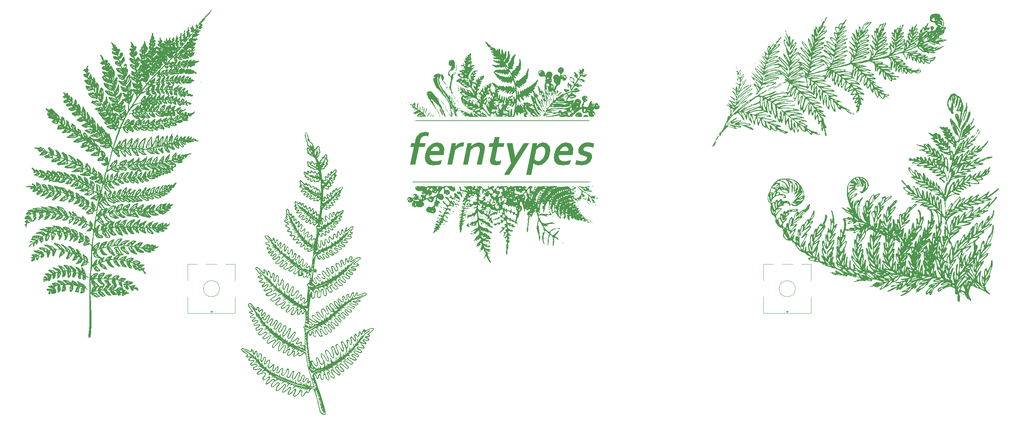
<source format=gbr>
%TF.GenerationSoftware,KiCad,Pcbnew,8.0.3*%
%TF.CreationDate,2024-09-04T21:16:44+02:00*%
%TF.ProjectId,ferntypes,6665726e-7479-4706-9573-2e6b69636164,rev?*%
%TF.SameCoordinates,Original*%
%TF.FileFunction,Legend,Top*%
%TF.FilePolarity,Positive*%
%FSLAX46Y46*%
G04 Gerber Fmt 4.6, Leading zero omitted, Abs format (unit mm)*
G04 Created by KiCad (PCBNEW 8.0.3) date 2024-09-04 21:16:44*
%MOMM*%
%LPD*%
G01*
G04 APERTURE LIST*
%ADD10C,1.000000*%
%ADD11C,0.300000*%
%ADD12C,0.120000*%
%ADD13C,0.000000*%
G04 APERTURE END LIST*
D10*
G36*
X129967995Y-65373319D02*
G01*
X129578848Y-65287910D01*
X129551805Y-65283437D01*
X129151875Y-65248301D01*
X129139523Y-65248266D01*
X128744827Y-65302977D01*
X128426334Y-65480785D01*
X128185999Y-65801232D01*
X128049864Y-66178679D01*
X128025776Y-66281902D01*
X127877276Y-66998999D01*
X129323194Y-66998999D01*
X129116076Y-67999418D01*
X127670158Y-67999418D01*
X126759621Y-72376250D01*
X125536453Y-72376250D01*
X126446990Y-67999418D01*
X125565762Y-67999418D01*
X125772880Y-66998999D01*
X126654108Y-66998999D01*
X126785022Y-66371783D01*
X126887696Y-65976110D01*
X127035514Y-65597076D01*
X127130870Y-65414351D01*
X127349071Y-65089829D01*
X127619379Y-64803550D01*
X127677974Y-64753919D01*
X128012587Y-64528238D01*
X128383347Y-64370946D01*
X128783906Y-64278622D01*
X129180724Y-64247968D01*
X129207911Y-64247848D01*
X129603951Y-64273127D01*
X129733522Y-64292788D01*
X130125043Y-64382975D01*
X130171205Y-64398301D01*
X129967995Y-65373319D01*
G37*
G36*
X132616152Y-66903118D02*
G01*
X133018420Y-67007899D01*
X133064994Y-67026354D01*
X133416011Y-67235291D01*
X133657039Y-67501162D01*
X133839733Y-67870946D01*
X133930667Y-68272245D01*
X133938407Y-68335496D01*
X133952603Y-68744084D01*
X133915893Y-69164485D01*
X133850479Y-69541079D01*
X133759789Y-69926364D01*
X133741059Y-70000255D01*
X130378323Y-70000255D01*
X130354513Y-70397465D01*
X130393955Y-70693905D01*
X130556206Y-71050270D01*
X130649921Y-71158943D01*
X130988713Y-71378332D01*
X131103236Y-71418818D01*
X131490042Y-71491186D01*
X131714820Y-71500883D01*
X132121956Y-71482685D01*
X132502259Y-71436403D01*
X132898991Y-71363502D01*
X133305169Y-71265700D01*
X133360040Y-71250778D01*
X133158784Y-72216026D01*
X132773208Y-72327241D01*
X132359621Y-72409467D01*
X131960925Y-72465429D01*
X131556184Y-72495562D01*
X131282999Y-72501302D01*
X130879998Y-72480694D01*
X130473181Y-72411857D01*
X130266948Y-72354756D01*
X129902568Y-72192121D01*
X129595166Y-71941505D01*
X129543989Y-71881902D01*
X129335334Y-71533484D01*
X129210312Y-71131597D01*
X129192280Y-71035845D01*
X129161597Y-70614984D01*
X129187662Y-70216830D01*
X129251255Y-69821620D01*
X129260668Y-69775552D01*
X129357972Y-69379964D01*
X129487088Y-68999836D01*
X130644059Y-68999836D01*
X132725008Y-68999836D01*
X132755775Y-68602467D01*
X132752364Y-68564107D01*
X132640989Y-68206536D01*
X132385022Y-67964247D01*
X131991835Y-67874453D01*
X131976648Y-67874365D01*
X131587621Y-67938353D01*
X131521380Y-67964247D01*
X131183928Y-68168983D01*
X131140361Y-68206536D01*
X130883585Y-68501281D01*
X130843361Y-68564107D01*
X130669018Y-68927890D01*
X130644059Y-68999836D01*
X129487088Y-68999836D01*
X129495816Y-68974139D01*
X129664955Y-68603806D01*
X129721798Y-68499627D01*
X129946471Y-68145658D01*
X130193309Y-67836019D01*
X130436941Y-67592998D01*
X130748534Y-67348633D01*
X131104697Y-67140957D01*
X131304492Y-67053709D01*
X131679136Y-66937320D01*
X132078992Y-66878335D01*
X132220891Y-66873947D01*
X132616152Y-66903118D01*
G37*
G36*
X138684534Y-67874365D02*
G01*
X138575113Y-67874365D01*
X138184538Y-67900686D01*
X137783736Y-67989438D01*
X137500444Y-68097115D01*
X137155238Y-68297699D01*
X136852346Y-68565328D01*
X136673927Y-68780995D01*
X135925567Y-72376250D01*
X134702398Y-72376250D01*
X135820054Y-66998999D01*
X136828288Y-66998999D01*
X136785301Y-67755175D01*
X136806795Y-67755175D01*
X137079883Y-67450806D01*
X137397473Y-67204484D01*
X137559063Y-67110374D01*
X137938767Y-66957296D01*
X138353943Y-66882259D01*
X138557528Y-66873947D01*
X138887744Y-66893486D01*
X138684534Y-67874365D01*
G37*
G36*
X140701003Y-67755175D02*
G01*
X140722496Y-67755175D01*
X141009617Y-67479079D01*
X141072252Y-67428866D01*
X141402712Y-67208681D01*
X141521659Y-67145545D01*
X141891937Y-66995625D01*
X142047269Y-66950150D01*
X142443385Y-66881388D01*
X142629544Y-66873947D01*
X143021459Y-66908267D01*
X143164925Y-66940381D01*
X143531358Y-67098642D01*
X143604562Y-67149453D01*
X143879009Y-67446671D01*
X143919146Y-67514840D01*
X144052869Y-67898423D01*
X144073508Y-68048266D01*
X144067646Y-68423423D01*
X144002678Y-68824989D01*
X143989488Y-68890416D01*
X143264576Y-72376250D01*
X142041407Y-72376250D01*
X142738965Y-69019376D01*
X142803445Y-68640311D01*
X142799537Y-68362851D01*
X142610564Y-68010248D01*
X142578742Y-67987694D01*
X142187220Y-67876136D01*
X142117611Y-67874365D01*
X141713071Y-67932820D01*
X141349712Y-68081483D01*
X141015626Y-68296905D01*
X140719468Y-68561237D01*
X140609167Y-68679390D01*
X139841268Y-72376250D01*
X138618100Y-72376250D01*
X139735755Y-66998999D01*
X140743989Y-66998999D01*
X140701003Y-67755175D01*
G37*
G36*
X147873927Y-72370388D02*
G01*
X147486313Y-72446958D01*
X147338546Y-72466131D01*
X146941591Y-72497867D01*
X146775811Y-72501302D01*
X146363575Y-72474981D01*
X145966879Y-72376005D01*
X145771484Y-72278552D01*
X145487186Y-72007443D01*
X145337709Y-71639613D01*
X145327474Y-71235903D01*
X145390465Y-70828727D01*
X145978602Y-67999418D01*
X145005539Y-67999418D01*
X145212657Y-66998999D01*
X146185720Y-66998999D01*
X146498351Y-65498371D01*
X147721519Y-65498371D01*
X147408888Y-66998999D01*
X148913424Y-66998999D01*
X148706306Y-67999418D01*
X147201770Y-67999418D01*
X146629265Y-70748615D01*
X146599223Y-71143556D01*
X146621449Y-71233193D01*
X146940240Y-71474742D01*
X147201770Y-71500883D01*
X147593078Y-71473955D01*
X147649223Y-71465712D01*
X148042055Y-71383980D01*
X148081045Y-71373877D01*
X147873927Y-72370388D01*
G37*
G36*
X149503515Y-66998999D02*
G01*
X150871275Y-66998999D01*
X151248386Y-68927540D01*
X151323376Y-69319275D01*
X151398536Y-69725596D01*
X151468176Y-70123102D01*
X151530839Y-70519691D01*
X151535615Y-70553221D01*
X151555155Y-70553221D01*
X151759825Y-70186658D01*
X151975094Y-69815653D01*
X152209336Y-69418896D01*
X152444199Y-69025238D01*
X153671275Y-66998999D01*
X155052712Y-66998999D01*
X150060389Y-74877296D01*
X148804003Y-74877296D01*
X150587953Y-72026494D01*
X149503515Y-66998999D01*
G37*
G36*
X158939593Y-66914979D02*
G01*
X159316216Y-67038078D01*
X159649363Y-67244219D01*
X159918030Y-67538287D01*
X160106307Y-67892430D01*
X160218506Y-68293461D01*
X160234569Y-68388252D01*
X160261313Y-68800870D01*
X160229829Y-69226896D01*
X160164227Y-69609467D01*
X160064879Y-70013400D01*
X159940493Y-70385495D01*
X159772919Y-70761591D01*
X159697234Y-70901023D01*
X159473254Y-71253648D01*
X159228494Y-71561944D01*
X158987953Y-71803744D01*
X158658928Y-72062371D01*
X158319583Y-72260372D01*
X158159481Y-72331309D01*
X157760459Y-72453325D01*
X157365730Y-72500638D01*
X157313424Y-72501302D01*
X156910408Y-72457185D01*
X156606097Y-72344986D01*
X156282780Y-72118146D01*
X156137151Y-71954198D01*
X156115657Y-71954198D01*
X156060947Y-72260967D01*
X155987571Y-72647546D01*
X155978881Y-72690834D01*
X155523613Y-74877296D01*
X154300444Y-74877296D01*
X155122801Y-70920562D01*
X156346223Y-70920562D01*
X156494722Y-71123772D01*
X156707702Y-71309397D01*
X156987116Y-71448127D01*
X157327102Y-71500883D01*
X157715242Y-71438082D01*
X157880068Y-71368015D01*
X158208849Y-71131840D01*
X158341198Y-70990904D01*
X158563911Y-70667801D01*
X158694862Y-70408629D01*
X158836521Y-70027963D01*
X158931289Y-69656361D01*
X158995603Y-69264580D01*
X159011400Y-68878692D01*
X158953057Y-68488960D01*
X158890256Y-68323772D01*
X158637862Y-68017736D01*
X158591303Y-67987694D01*
X158204269Y-67876136D01*
X158139942Y-67874365D01*
X157742481Y-67941944D01*
X157469740Y-68058036D01*
X157125340Y-68279623D01*
X156842524Y-68532844D01*
X156346223Y-70920562D01*
X155122801Y-70920562D01*
X155937849Y-66998999D01*
X157020333Y-66998999D01*
X156946083Y-67608629D01*
X156965622Y-67608629D01*
X157267243Y-67333112D01*
X157615232Y-67107397D01*
X157665134Y-67081065D01*
X158030796Y-66939480D01*
X158423386Y-66877183D01*
X158540500Y-66873947D01*
X158939593Y-66914979D01*
G37*
G36*
X164621735Y-66903118D02*
G01*
X165024003Y-67007899D01*
X165070577Y-67026354D01*
X165421594Y-67235291D01*
X165662622Y-67501162D01*
X165845315Y-67870946D01*
X165936250Y-68272245D01*
X165943989Y-68335496D01*
X165958186Y-68744084D01*
X165921475Y-69164485D01*
X165856062Y-69541079D01*
X165765372Y-69926364D01*
X165746641Y-70000255D01*
X162383906Y-70000255D01*
X162360096Y-70397465D01*
X162399537Y-70693905D01*
X162561789Y-71050270D01*
X162655504Y-71158943D01*
X162994295Y-71378332D01*
X163108818Y-71418818D01*
X163495625Y-71491186D01*
X163720403Y-71500883D01*
X164127538Y-71482685D01*
X164507842Y-71436403D01*
X164904574Y-71363502D01*
X165310752Y-71265700D01*
X165365622Y-71250778D01*
X165164366Y-72216026D01*
X164778791Y-72327241D01*
X164365204Y-72409467D01*
X163966508Y-72465429D01*
X163561767Y-72495562D01*
X163288581Y-72501302D01*
X162885581Y-72480694D01*
X162478764Y-72411857D01*
X162272531Y-72354756D01*
X161908151Y-72192121D01*
X161600749Y-71941505D01*
X161549572Y-71881902D01*
X161340916Y-71533484D01*
X161215894Y-71131597D01*
X161197862Y-71035845D01*
X161167179Y-70614984D01*
X161193245Y-70216830D01*
X161256838Y-69821620D01*
X161266250Y-69775552D01*
X161363555Y-69379964D01*
X161492671Y-68999836D01*
X162649642Y-68999836D01*
X164730591Y-68999836D01*
X164761358Y-68602467D01*
X164757946Y-68564107D01*
X164646571Y-68206536D01*
X164390605Y-67964247D01*
X163997418Y-67874453D01*
X163982231Y-67874365D01*
X163593204Y-67938353D01*
X163526962Y-67964247D01*
X163189510Y-68168983D01*
X163145943Y-68206536D01*
X162889168Y-68501281D01*
X162848944Y-68564107D01*
X162674601Y-68927890D01*
X162649642Y-68999836D01*
X161492671Y-68999836D01*
X161501399Y-68974139D01*
X161670537Y-68603806D01*
X161727381Y-68499627D01*
X161952054Y-68145658D01*
X162198892Y-67836019D01*
X162442524Y-67592998D01*
X162754117Y-67348633D01*
X163110280Y-67140957D01*
X163310075Y-67053709D01*
X163684718Y-66937320D01*
X164084574Y-66878335D01*
X164226474Y-66873947D01*
X164621735Y-66903118D01*
G37*
G36*
X169357528Y-70809187D02*
G01*
X169320403Y-70527820D01*
X169107423Y-70342195D01*
X168771345Y-70213235D01*
X168382002Y-70105281D01*
X168368832Y-70101860D01*
X167983784Y-69971434D01*
X167862761Y-69922097D01*
X167524409Y-69714422D01*
X167460249Y-69654407D01*
X167254221Y-69314324D01*
X167231638Y-69238217D01*
X167209473Y-68838071D01*
X167243361Y-68620771D01*
X167358222Y-68227474D01*
X167544152Y-67865689D01*
X167557946Y-67845056D01*
X167820406Y-67526737D01*
X168091373Y-67299906D01*
X168438562Y-67102421D01*
X168773299Y-66979460D01*
X169174790Y-66897131D01*
X169537290Y-66873947D01*
X169942917Y-66888159D01*
X170344314Y-66934927D01*
X170420472Y-66948196D01*
X170801980Y-67033193D01*
X171137569Y-67139683D01*
X170932405Y-68124470D01*
X170580696Y-68028727D01*
X170197723Y-67950569D01*
X169808888Y-67895859D01*
X169437639Y-67874365D01*
X169046851Y-67923214D01*
X168765483Y-68056082D01*
X168585720Y-68247568D01*
X168495839Y-68472272D01*
X168527102Y-68771225D01*
X168749851Y-68958804D01*
X169074206Y-69077994D01*
X169410284Y-69167875D01*
X169789105Y-69282914D01*
X169914401Y-69328099D01*
X170262256Y-69521156D01*
X170344269Y-69591881D01*
X170564326Y-69915264D01*
X170604143Y-70027610D01*
X170641085Y-70419467D01*
X170600235Y-70709536D01*
X170481825Y-71109188D01*
X170302450Y-71458179D01*
X170273927Y-71500883D01*
X170015518Y-71809118D01*
X169705329Y-72061665D01*
X169344827Y-72257059D01*
X168962491Y-72387004D01*
X168935476Y-72393835D01*
X168543207Y-72467299D01*
X168125506Y-72499623D01*
X168001491Y-72501302D01*
X167590629Y-72486716D01*
X167198562Y-72438717D01*
X167126125Y-72425098D01*
X166745427Y-72329202D01*
X166512587Y-72237520D01*
X166717751Y-71250778D01*
X167093885Y-71372411D01*
X167448525Y-71448127D01*
X167845443Y-71492176D01*
X168101142Y-71500883D01*
X168495442Y-71470963D01*
X168548595Y-71461804D01*
X168927660Y-71338706D01*
X169205120Y-71121818D01*
X169357528Y-70809187D01*
G37*
D11*
X98691072Y-98468507D02*
X98548215Y-98397078D01*
X98548215Y-98397078D02*
X98333929Y-98397078D01*
X98333929Y-98397078D02*
X98119643Y-98468507D01*
X98119643Y-98468507D02*
X97976786Y-98611364D01*
X97976786Y-98611364D02*
X97905357Y-98754221D01*
X97905357Y-98754221D02*
X97833929Y-99039935D01*
X97833929Y-99039935D02*
X97833929Y-99254221D01*
X97833929Y-99254221D02*
X97905357Y-99539935D01*
X97905357Y-99539935D02*
X97976786Y-99682792D01*
X97976786Y-99682792D02*
X98119643Y-99825650D01*
X98119643Y-99825650D02*
X98333929Y-99897078D01*
X98333929Y-99897078D02*
X98476786Y-99897078D01*
X98476786Y-99897078D02*
X98691072Y-99825650D01*
X98691072Y-99825650D02*
X98762500Y-99754221D01*
X98762500Y-99754221D02*
X98762500Y-99254221D01*
X98762500Y-99254221D02*
X98476786Y-99254221D01*
X99619643Y-98397078D02*
X99619643Y-98754221D01*
X99262500Y-98611364D02*
X99619643Y-98754221D01*
X99619643Y-98754221D02*
X99976786Y-98611364D01*
X99405357Y-99039935D02*
X99619643Y-98754221D01*
X99619643Y-98754221D02*
X99833929Y-99039935D01*
X100762500Y-98397078D02*
X100762500Y-98754221D01*
X100405357Y-98611364D02*
X100762500Y-98754221D01*
X100762500Y-98754221D02*
X101119643Y-98611364D01*
X100548214Y-99039935D02*
X100762500Y-98754221D01*
X100762500Y-98754221D02*
X100976786Y-99039935D01*
X101905357Y-98397078D02*
X101905357Y-98754221D01*
X101548214Y-98611364D02*
X101905357Y-98754221D01*
X101905357Y-98754221D02*
X102262500Y-98611364D01*
X101691071Y-99039935D02*
X101905357Y-98754221D01*
X101905357Y-98754221D02*
X102119643Y-99039935D01*
D12*
%TO.C,SW1*%
X70300000Y-97087500D02*
X72700000Y-97087500D01*
X70300000Y-101187500D02*
X70300000Y-97087500D01*
X70300000Y-105187500D02*
X70300000Y-109287500D01*
X70300000Y-109287500D02*
X82100000Y-109287500D01*
X74900000Y-97087500D02*
X77500000Y-97087500D01*
X79700000Y-97087500D02*
X82100000Y-97087500D01*
X82100000Y-97087500D02*
X82100000Y-101187500D01*
X82100000Y-105187500D02*
X82100000Y-109287500D01*
X78200000Y-103187500D02*
G75*
G02*
X74200000Y-103187500I-2000000J0D01*
G01*
X74200000Y-103187500D02*
G75*
G02*
X78200000Y-103187500I2000000J0D01*
G01*
X76200000Y-109085608D02*
X75960000Y-108755608D01*
X76440000Y-108755608D01*
X76200000Y-109085608D01*
G36*
X76200000Y-109085608D02*
G01*
X75960000Y-108755608D01*
X76440000Y-108755608D01*
X76200000Y-109085608D01*
G37*
D13*
%TO.C,G\u002A\u002A\u002A*%
G36*
X99708553Y-64342111D02*
G01*
X99826871Y-64391093D01*
X99932369Y-64524596D01*
X100043139Y-64779834D01*
X100177269Y-65194017D01*
X100259828Y-65476105D01*
X100431344Y-66050484D01*
X100569718Y-66443005D01*
X100693098Y-66686642D01*
X100819634Y-66814368D01*
X100967476Y-66859157D01*
X101022303Y-66861359D01*
X101135651Y-66879221D01*
X101230240Y-66957392D01*
X101325461Y-67132751D01*
X101440703Y-67442178D01*
X101595357Y-67922551D01*
X101617447Y-67993316D01*
X101750077Y-68357420D01*
X101869403Y-68578526D01*
X101958219Y-68635464D01*
X101999321Y-68507066D01*
X102000326Y-68464406D01*
X102069953Y-68286056D01*
X102244607Y-68034574D01*
X102325336Y-67939841D01*
X102547249Y-67719621D01*
X102703378Y-67651818D01*
X102849901Y-67704987D01*
X102986997Y-67867172D01*
X103025660Y-68153582D01*
X103020660Y-68277518D01*
X103027664Y-68574840D01*
X103080435Y-68768369D01*
X103103486Y-68793234D01*
X103193645Y-68955414D01*
X103208634Y-69202465D01*
X103148234Y-69411866D01*
X103104674Y-69456576D01*
X103023032Y-69606901D01*
X102994240Y-69828954D01*
X102893952Y-70162539D01*
X102673084Y-70440767D01*
X102351928Y-70748454D01*
X102605368Y-71295479D01*
X102791495Y-71641261D01*
X102932995Y-71788131D01*
X103021645Y-71732309D01*
X103049457Y-71499620D01*
X103110222Y-71272035D01*
X103297935Y-71188243D01*
X103482949Y-71107902D01*
X103544801Y-70897303D01*
X103546413Y-70829330D01*
X103584703Y-70588114D01*
X103721465Y-70507170D01*
X103756375Y-70505707D01*
X103954877Y-70411463D01*
X104165157Y-70166513D01*
X104194389Y-70119185D01*
X104376295Y-69874594D01*
X104548726Y-69741049D01*
X104587934Y-69732663D01*
X104787213Y-69830716D01*
X104908607Y-70091179D01*
X104932845Y-70463514D01*
X104917229Y-70596194D01*
X104892136Y-70896561D01*
X104952029Y-71049689D01*
X105025765Y-71093397D01*
X105174422Y-71247960D01*
X105184195Y-71483019D01*
X105053587Y-71706132D01*
X105035921Y-71721620D01*
X104930792Y-71876701D01*
X104993059Y-72009822D01*
X105067374Y-72242624D01*
X104928715Y-72491968D01*
X104682078Y-72686162D01*
X104429525Y-72939496D01*
X104374674Y-73151198D01*
X104338435Y-73336460D01*
X104190427Y-73445359D01*
X103934843Y-73513726D01*
X103637245Y-73590188D01*
X103439681Y-73667648D01*
X103414249Y-73685871D01*
X103405485Y-73813220D01*
X103429927Y-74101481D01*
X103478963Y-74494693D01*
X103543978Y-74936895D01*
X103616359Y-75372123D01*
X103687493Y-75744418D01*
X103748765Y-75997816D01*
X103782023Y-76075300D01*
X103926252Y-76135978D01*
X104160556Y-76184893D01*
X104392838Y-76209075D01*
X104531000Y-76195550D01*
X104540326Y-76182105D01*
X104505790Y-76030363D01*
X104421286Y-75769581D01*
X104407733Y-75731663D01*
X104340239Y-75407391D01*
X104396963Y-75214142D01*
X104554229Y-75180556D01*
X104758587Y-75307258D01*
X104906359Y-75424024D01*
X104978739Y-75405625D01*
X104996135Y-75221031D01*
X104985754Y-74961860D01*
X105020035Y-74654672D01*
X105144554Y-74521411D01*
X105329283Y-74580739D01*
X105431783Y-74684658D01*
X105626740Y-74884311D01*
X105726500Y-74891266D01*
X105723361Y-74706630D01*
X105709191Y-74644745D01*
X105700333Y-74341313D01*
X105760138Y-74140658D01*
X105879131Y-73988906D01*
X106013767Y-74026402D01*
X106044659Y-74050793D01*
X106175288Y-74108444D01*
X106327476Y-74034930D01*
X106535585Y-73828408D01*
X106804985Y-73583534D01*
X107010294Y-73531523D01*
X107186516Y-73667849D01*
X107234678Y-73737985D01*
X107279639Y-73920618D01*
X107209186Y-74191240D01*
X107108358Y-74416693D01*
X106977666Y-74712583D01*
X106957060Y-74846717D01*
X107028012Y-74851486D01*
X107202579Y-74851293D01*
X107270643Y-74982756D01*
X107229647Y-75182649D01*
X107077033Y-75387747D01*
X107050602Y-75410104D01*
X106861490Y-75597287D01*
X106838485Y-75756453D01*
X106879205Y-75847336D01*
X106914700Y-76061338D01*
X106754967Y-76199780D01*
X106445326Y-76246625D01*
X106233372Y-76283772D01*
X106231137Y-76390023D01*
X106368511Y-76515141D01*
X106496509Y-76694074D01*
X106445674Y-76867918D01*
X106255479Y-76998038D01*
X105965398Y-77045800D01*
X105837935Y-77034437D01*
X105758354Y-77074005D01*
X105838592Y-77222696D01*
X105925999Y-77318460D01*
X106035535Y-77465268D01*
X105988320Y-77603419D01*
X105907470Y-77698655D01*
X105697337Y-77838081D01*
X105534626Y-77849743D01*
X105409906Y-77848358D01*
X105384241Y-77990941D01*
X105398435Y-78113357D01*
X105365830Y-78391065D01*
X105178605Y-78525840D01*
X104855498Y-78511608D01*
X104527057Y-78395810D01*
X104247553Y-78291917D01*
X104057192Y-78261706D01*
X104024234Y-78273684D01*
X103994738Y-78405364D01*
X103965424Y-78714111D01*
X103939397Y-79156138D01*
X103919761Y-79687662D01*
X103917328Y-79781833D01*
X103906757Y-80384615D01*
X103911083Y-80798237D01*
X103932903Y-81054067D01*
X103974812Y-81183473D01*
X104036180Y-81217881D01*
X104129242Y-81179357D01*
X104113726Y-81027368D01*
X104064933Y-80886974D01*
X103996624Y-80625000D01*
X104054488Y-80449536D01*
X104116102Y-80379993D01*
X104254862Y-80273764D01*
X104380589Y-80312334D01*
X104525520Y-80454385D01*
X104734087Y-80621310D01*
X104843855Y-80598792D01*
X104829695Y-80405613D01*
X104775871Y-80267292D01*
X104721493Y-79985596D01*
X104727975Y-79968723D01*
X104975842Y-79968723D01*
X105011865Y-80144918D01*
X105132021Y-80343270D01*
X105202935Y-80415244D01*
X105371822Y-80630007D01*
X105423805Y-80800685D01*
X105448496Y-80965329D01*
X105544188Y-80961872D01*
X105743304Y-80787911D01*
X105755109Y-80776142D01*
X105935337Y-80454111D01*
X105975979Y-80162233D01*
X106002137Y-79910953D01*
X106071339Y-79831029D01*
X106086413Y-79837446D01*
X106168932Y-79988149D01*
X106197261Y-80202877D01*
X106197674Y-80500055D01*
X106416507Y-80141142D01*
X106581771Y-79909125D01*
X106714844Y-79787507D01*
X106735109Y-79782229D01*
X106818979Y-79685574D01*
X106902718Y-79445631D01*
X106920517Y-79368098D01*
X106984204Y-79142358D01*
X107037090Y-79108060D01*
X107051339Y-79147229D01*
X107114150Y-79299522D01*
X107222843Y-79311630D01*
X107411162Y-79172332D01*
X107632500Y-78953968D01*
X107872696Y-78727951D01*
X108061322Y-78588764D01*
X108118316Y-78567446D01*
X108111665Y-78636836D01*
X107977393Y-78815700D01*
X107820565Y-78986233D01*
X107587899Y-79258234D01*
X107439775Y-79496218D01*
X107411631Y-79593624D01*
X107344783Y-79759249D01*
X107273587Y-79790947D01*
X107200162Y-79815763D01*
X107280586Y-79857700D01*
X107449832Y-79823462D01*
X107620848Y-79652692D01*
X107728634Y-79419392D01*
X107734034Y-79377301D01*
X107890182Y-79377301D01*
X107905341Y-79442954D01*
X107963805Y-79450924D01*
X108054705Y-79410518D01*
X108037428Y-79377301D01*
X107906368Y-79364084D01*
X107890182Y-79377301D01*
X107734034Y-79377301D01*
X107739423Y-79335293D01*
X107815961Y-79167747D01*
X108009156Y-78918303D01*
X108184674Y-78733098D01*
X108430510Y-78457083D01*
X108590885Y-78208026D01*
X108626413Y-78090593D01*
X108613360Y-77954820D01*
X108535381Y-77947980D01*
X108334248Y-78066958D01*
X108322718Y-78074355D01*
X108040534Y-78295862D01*
X107758786Y-78575167D01*
X107734926Y-78602643D01*
X107492922Y-78814166D01*
X107303661Y-78844462D01*
X107199126Y-78694356D01*
X107188247Y-78588537D01*
X107147927Y-78547684D01*
X107047569Y-78686276D01*
X107008801Y-78760707D01*
X106824836Y-79028655D01*
X106643153Y-79116084D01*
X106495977Y-79009496D01*
X106481477Y-78981577D01*
X106451197Y-78968482D01*
X106469897Y-79129373D01*
X106454669Y-79428412D01*
X106370097Y-79624863D01*
X106241883Y-79766713D01*
X106122054Y-79741790D01*
X106008514Y-79646020D01*
X105871480Y-79535531D01*
X105824389Y-79572584D01*
X105839153Y-79790404D01*
X105844839Y-79839627D01*
X105821645Y-80156619D01*
X105688455Y-80314500D01*
X105486156Y-80291087D01*
X105306076Y-80131949D01*
X105143667Y-79957060D01*
X105047190Y-79892663D01*
X104975842Y-79968723D01*
X104727975Y-79968723D01*
X104802161Y-79775625D01*
X104965986Y-79673546D01*
X105161079Y-79715523D01*
X105313370Y-79892663D01*
X105469099Y-80092035D01*
X105585254Y-80087126D01*
X105628215Y-79894445D01*
X105613792Y-79745143D01*
X105600817Y-79446035D01*
X105651381Y-79227091D01*
X105655372Y-79220577D01*
X105751677Y-79143446D01*
X105879220Y-79227627D01*
X105974336Y-79340490D01*
X106124197Y-79497452D01*
X106202324Y-79515483D01*
X106204541Y-79506142D01*
X106219099Y-79323044D01*
X106234605Y-79064403D01*
X106274543Y-78831243D01*
X106403961Y-78753082D01*
X106555761Y-78753889D01*
X106785666Y-78730181D01*
X106858892Y-78595598D01*
X106859457Y-78574150D01*
X106929944Y-78352670D01*
X107091666Y-78193780D01*
X107270013Y-78165143D01*
X107296358Y-78177935D01*
X107398886Y-78339168D01*
X107411631Y-78428973D01*
X107444589Y-78516722D01*
X107565776Y-78456498D01*
X107715326Y-78325514D01*
X108108689Y-78020348D01*
X108445555Y-77865923D01*
X108698951Y-77849307D01*
X108841904Y-77957568D01*
X108847441Y-78177773D01*
X108688588Y-78496991D01*
X108520213Y-78711403D01*
X108314035Y-78991849D01*
X108285343Y-79166716D01*
X108307220Y-79197992D01*
X108327098Y-79337449D01*
X108148148Y-79526926D01*
X107972319Y-79684162D01*
X107962334Y-79782302D01*
X108057446Y-79858406D01*
X108172778Y-79958772D01*
X108141367Y-80075673D01*
X108029515Y-80209932D01*
X107784250Y-80385804D01*
X107560167Y-80444837D01*
X107360962Y-80484905D01*
X107301196Y-80555272D01*
X107390171Y-80654323D01*
X107460331Y-80665707D01*
X107658390Y-80742415D01*
X107696053Y-80924816D01*
X107620727Y-81066414D01*
X107457110Y-81172668D01*
X107178886Y-81191659D01*
X106976220Y-81171501D01*
X106677649Y-81136804D01*
X106568837Y-81145652D01*
X106620792Y-81211080D01*
X106721413Y-81286057D01*
X106905452Y-81468028D01*
X106969892Y-81613987D01*
X106877219Y-81795537D01*
X106667210Y-81903620D01*
X106441880Y-81890625D01*
X106411767Y-81874475D01*
X106181513Y-81768929D01*
X106097481Y-81805320D01*
X106186040Y-81954082D01*
X106269927Y-82033493D01*
X106463423Y-82221470D01*
X106501198Y-82353070D01*
X106419252Y-82486033D01*
X106208527Y-82619511D01*
X105898275Y-82616059D01*
X105620118Y-82600385D01*
X105541806Y-82677097D01*
X105659338Y-82844892D01*
X105736579Y-83043073D01*
X105651070Y-83230760D01*
X105445405Y-83316109D01*
X105440793Y-83316142D01*
X105193598Y-83235792D01*
X105092500Y-83150490D01*
X104923591Y-83004032D01*
X104826070Y-83011122D01*
X104849222Y-83161245D01*
X104867745Y-83198447D01*
X104961005Y-83422533D01*
X104982066Y-83529751D01*
X104902792Y-83635552D01*
X104714765Y-83631030D01*
X104492678Y-83528874D01*
X104374674Y-83426577D01*
X104133532Y-83219819D01*
X103947757Y-83206787D01*
X103806708Y-83395441D01*
X103699746Y-83793739D01*
X103673348Y-83951142D01*
X103577177Y-84595365D01*
X103517152Y-85051383D01*
X103493059Y-85348847D01*
X103504683Y-85517408D01*
X103551809Y-85586717D01*
X103634224Y-85586426D01*
X103661582Y-85578552D01*
X103820133Y-85585221D01*
X103971231Y-85741332D01*
X104095633Y-85960785D01*
X104254162Y-86228955D01*
X104390570Y-86388746D01*
X104432136Y-86408316D01*
X104519700Y-86322197D01*
X104534474Y-86136088D01*
X104476947Y-85958354D01*
X104429892Y-85911359D01*
X104355485Y-85764648D01*
X104319959Y-85496524D01*
X104319457Y-85459636D01*
X104368186Y-85131943D01*
X104507399Y-85002005D01*
X104726639Y-85071126D01*
X105015445Y-85340607D01*
X105040383Y-85369841D01*
X105297845Y-85636810D01*
X105454818Y-85713091D01*
X105504675Y-85600604D01*
X105440789Y-85301269D01*
X105426819Y-85257884D01*
X105358313Y-84936487D01*
X105361525Y-84667743D01*
X105368037Y-84643093D01*
X105506655Y-84463461D01*
X105710844Y-84434048D01*
X105914192Y-84527975D01*
X106050289Y-84718362D01*
X106065527Y-84925405D01*
X106108299Y-85112681D01*
X106181173Y-85167648D01*
X106272560Y-85154026D01*
X106288691Y-84994456D01*
X106262827Y-84792583D01*
X106241903Y-84479071D01*
X106276859Y-84246199D01*
X106291735Y-84216363D01*
X106468031Y-84098738D01*
X106669709Y-84145217D01*
X106816635Y-84325865D01*
X106841199Y-84421618D01*
X106909912Y-84704399D01*
X106998797Y-84778739D01*
X107087496Y-84640621D01*
X107127799Y-84478152D01*
X107232361Y-84181564D01*
X107386820Y-84012269D01*
X107548873Y-84003316D01*
X107630275Y-84085584D01*
X107733506Y-84141189D01*
X107934934Y-84081923D01*
X108227883Y-83924732D01*
X108645186Y-83729400D01*
X108925204Y-83695012D01*
X109056757Y-83801177D01*
X109028665Y-84027509D01*
X108829748Y-84353618D01*
X108603420Y-84609570D01*
X108355862Y-84870393D01*
X108252535Y-85013387D01*
X108277476Y-85072777D01*
X108382550Y-85083098D01*
X108583902Y-85144725D01*
X108624486Y-85295964D01*
X108514308Y-85486354D01*
X108267500Y-85663391D01*
X108051133Y-85779934D01*
X108021612Y-85833302D01*
X108157066Y-85849079D01*
X108353315Y-85915005D01*
X108405544Y-86015532D01*
X108304791Y-86225577D01*
X108041258Y-86402835D01*
X107673036Y-86514967D01*
X107469884Y-86536424D01*
X107207786Y-86549420D01*
X107155720Y-86564142D01*
X107302930Y-86588384D01*
X107384022Y-86598638D01*
X107658423Y-86687760D01*
X107736818Y-86845641D01*
X107607456Y-87045247D01*
X107586107Y-87063601D01*
X107318221Y-87186290D01*
X106935701Y-87181457D01*
X106693805Y-87134017D01*
X106476289Y-87088605D01*
X106450719Y-87115903D01*
X106583370Y-87225286D01*
X106865738Y-87451410D01*
X107003074Y-87598098D01*
X107031562Y-87712180D01*
X107012789Y-87781034D01*
X106843765Y-87975501D01*
X106579513Y-87991256D01*
X106277023Y-87839058D01*
X106021688Y-87675087D01*
X105920543Y-87659545D01*
X105981415Y-87775448D01*
X106203645Y-87998273D01*
X106439341Y-88254983D01*
X106479635Y-88452564D01*
X106328505Y-88626917D01*
X106277118Y-88661240D01*
X106114272Y-88703115D01*
X105920935Y-88600578D01*
X105780692Y-88475869D01*
X105493987Y-88245362D01*
X105297321Y-88167410D01*
X105216883Y-88234020D01*
X105278864Y-88437200D01*
X105379053Y-88598440D01*
X105486686Y-88866475D01*
X105481005Y-89137594D01*
X105375683Y-89335518D01*
X105237136Y-89390055D01*
X105015990Y-89319712D01*
X104852041Y-89206674D01*
X104658943Y-89079503D01*
X104580724Y-89133303D01*
X104630710Y-89352905D01*
X104661144Y-89423959D01*
X104732345Y-89746806D01*
X104649307Y-89967682D01*
X104464604Y-90057065D01*
X104230813Y-89985430D01*
X104033215Y-89776577D01*
X103847143Y-89553656D01*
X103723257Y-89520159D01*
X103686778Y-89673167D01*
X103708201Y-89814197D01*
X103707434Y-90127298D01*
X103611378Y-90265443D01*
X103400731Y-90344929D01*
X103214646Y-90208954D01*
X103086489Y-89959110D01*
X102999915Y-89764402D01*
X102942042Y-89762244D01*
X102884511Y-89891587D01*
X102824967Y-90109712D01*
X102750326Y-90470980D01*
X102676110Y-90899796D01*
X102671655Y-90928309D01*
X102611741Y-91362641D01*
X102599034Y-91637643D01*
X102635994Y-91810276D01*
X102714793Y-91926342D01*
X102835323Y-92167276D01*
X102883805Y-92471413D01*
X102909632Y-92719086D01*
X103006502Y-92798227D01*
X103077066Y-92792509D01*
X103228246Y-92710826D01*
X103245344Y-92646368D01*
X103152760Y-92098923D01*
X103136941Y-91633615D01*
X103199933Y-91311883D01*
X103200805Y-91309955D01*
X103319814Y-91124312D01*
X103466054Y-91118523D01*
X103539608Y-91153369D01*
X103705979Y-91339492D01*
X103784959Y-91692917D01*
X103788566Y-91737294D01*
X103829574Y-92040043D01*
X103914198Y-92177666D01*
X104043370Y-92206142D01*
X104174899Y-92179839D01*
X104234577Y-92064135D01*
X104242086Y-91803837D01*
X104235915Y-91666146D01*
X104259284Y-91226326D01*
X104364839Y-90939852D01*
X104525268Y-90821774D01*
X104713257Y-90887141D01*
X104901491Y-91151001D01*
X104953741Y-91270646D01*
X105106979Y-91564612D01*
X105239261Y-91660145D01*
X105323203Y-91558334D01*
X105331424Y-91260263D01*
X105330969Y-91255679D01*
X105286936Y-90772456D01*
X105276901Y-90465918D01*
X105307576Y-90293569D01*
X105385674Y-90212916D01*
X105500255Y-90183862D01*
X105713433Y-90224669D01*
X105892602Y-90442110D01*
X105920864Y-90494601D01*
X106093882Y-90744319D01*
X106231364Y-90783954D01*
X106316484Y-90623501D01*
X106332411Y-90272952D01*
X106331112Y-90250980D01*
X106361393Y-89858125D01*
X106483772Y-89603354D01*
X106658904Y-89502225D01*
X106847441Y-89570297D01*
X107010037Y-89823129D01*
X107055234Y-89964643D01*
X107150481Y-90217848D01*
X107238920Y-90268239D01*
X107304903Y-90133694D01*
X107332780Y-89832092D01*
X107328983Y-89651907D01*
X107357411Y-89231022D01*
X107467521Y-88960963D01*
X107625063Y-88854396D01*
X107795784Y-88923984D01*
X107945433Y-89182390D01*
X108004850Y-89402022D01*
X108093286Y-89646752D01*
X108200222Y-89694281D01*
X108297855Y-89563366D01*
X108358381Y-89272767D01*
X108365095Y-89158967D01*
X108380294Y-88753378D01*
X108406868Y-88522960D01*
X108462553Y-88422110D01*
X108565086Y-88405221D01*
X108654022Y-88416070D01*
X108841403Y-88500679D01*
X108926450Y-88723692D01*
X108937106Y-88810272D01*
X108994248Y-89086086D01*
X109083560Y-89149316D01*
X109192761Y-89003729D01*
X109297201Y-88699837D01*
X109376471Y-88409177D01*
X109509892Y-88409177D01*
X109577934Y-88469051D01*
X109620326Y-88451359D01*
X109726638Y-88305065D01*
X109730761Y-88272672D01*
X109662719Y-88212798D01*
X109620326Y-88230490D01*
X109514015Y-88376784D01*
X109509892Y-88409177D01*
X109376471Y-88409177D01*
X109384615Y-88379314D01*
X109450562Y-88139797D01*
X109463821Y-88092446D01*
X109592074Y-87971560D01*
X109684160Y-87954403D01*
X109803596Y-88003204D01*
X109833230Y-88184753D01*
X109820023Y-88342750D01*
X109774686Y-88731096D01*
X110277289Y-88245080D01*
X110696768Y-87864863D01*
X111005543Y-87648826D01*
X111225928Y-87584827D01*
X111370365Y-87650354D01*
X111470851Y-87794887D01*
X111471917Y-87967685D01*
X111360557Y-88215123D01*
X111123764Y-88583576D01*
X111098160Y-88620908D01*
X110890494Y-88931504D01*
X110802538Y-89098201D01*
X110823723Y-89155455D01*
X110939263Y-89138829D01*
X111162334Y-89150100D01*
X111251103Y-89294387D01*
X111184678Y-89515176D01*
X111113025Y-89608903D01*
X110864393Y-89774122D01*
X110583571Y-89853268D01*
X110332153Y-89915681D01*
X110201555Y-90018624D01*
X110201331Y-90019293D01*
X110242507Y-90101196D01*
X110462684Y-90100705D01*
X110549783Y-90087988D01*
X110876022Y-90094446D01*
X111031908Y-90223676D01*
X110999884Y-90443015D01*
X110847386Y-90641643D01*
X110621635Y-90799917D01*
X110310774Y-90870610D01*
X110040592Y-90880924D01*
X109713938Y-90908170D01*
X109489825Y-90974972D01*
X109399394Y-91058926D01*
X109473788Y-91137626D01*
X109630292Y-91176105D01*
X109901277Y-91291073D01*
X110028099Y-91496372D01*
X109977068Y-91730240D01*
X109951366Y-91764721D01*
X109811082Y-91869805D01*
X109595078Y-91901271D01*
X109257524Y-91858903D01*
X108819674Y-91759407D01*
X108583317Y-91730458D01*
X108524007Y-91789868D01*
X108630571Y-91910425D01*
X108891841Y-92064914D01*
X108957718Y-92095707D01*
X109274663Y-92296772D01*
X109396355Y-92510421D01*
X109316216Y-92710202D01*
X109139400Y-92826323D01*
X108922321Y-92880947D01*
X108673072Y-92827103D01*
X108425974Y-92713521D01*
X108049666Y-92540258D01*
X107830748Y-92489861D01*
X107745927Y-92558157D01*
X107742935Y-92591181D01*
X107834797Y-92700968D01*
X108061273Y-92831967D01*
X108115975Y-92856000D01*
X108455141Y-93037053D01*
X108585687Y-93217987D01*
X108519169Y-93416181D01*
X108502459Y-93437214D01*
X108289268Y-93543851D01*
X107966063Y-93557388D01*
X107618951Y-93486311D01*
X107334040Y-93339105D01*
X107311538Y-93319848D01*
X107087217Y-93173881D01*
X106917197Y-93160313D01*
X106859457Y-93264156D01*
X106952854Y-93374004D01*
X107187495Y-93508300D01*
X107301196Y-93556995D01*
X107626837Y-93743212D01*
X107738960Y-93954618D01*
X107634766Y-94178801D01*
X107471336Y-94311617D01*
X107096682Y-94431961D01*
X106669459Y-94351172D01*
X106214669Y-94074915D01*
X106136718Y-94009188D01*
X105888601Y-93826091D01*
X105696042Y-93744832D01*
X105646163Y-93751308D01*
X105578649Y-93877314D01*
X105729383Y-94037010D01*
X106098382Y-94230411D01*
X106141631Y-94249185D01*
X106512000Y-94431782D01*
X106681812Y-94583035D01*
X106666058Y-94719793D01*
X106609763Y-94775330D01*
X106328924Y-94936437D01*
X106039464Y-94945291D01*
X105688744Y-94795777D01*
X105445055Y-94639969D01*
X105109559Y-94433805D01*
X104895943Y-94347750D01*
X104823761Y-94375815D01*
X104912569Y-94512011D01*
X105154784Y-94728870D01*
X105426259Y-95009227D01*
X105524616Y-95260689D01*
X105443317Y-95450670D01*
X105313370Y-95519185D01*
X104953892Y-95536463D01*
X104634678Y-95342244D01*
X104426368Y-95071744D01*
X104256935Y-94832054D01*
X104122145Y-94699919D01*
X104096098Y-94690924D01*
X103949408Y-94763830D01*
X103955534Y-94961102D01*
X104111471Y-95250569D01*
X104153742Y-95308050D01*
X104332081Y-95572866D01*
X104372095Y-95743540D01*
X104315339Y-95855451D01*
X104081375Y-96005063D01*
X103820842Y-95947059D01*
X103558921Y-95688545D01*
X103519820Y-95630987D01*
X103341654Y-95390122D01*
X103205881Y-95261735D01*
X103143977Y-95262441D01*
X103187420Y-95408853D01*
X103219727Y-95472597D01*
X103295303Y-95754468D01*
X103207198Y-95952464D01*
X103011228Y-96016142D01*
X102763418Y-95939127D01*
X102591697Y-95690517D01*
X102501539Y-95382408D01*
X102401361Y-95054859D01*
X102291127Y-94940888D01*
X102176253Y-95033746D01*
X102062155Y-95326684D01*
X101954250Y-95812954D01*
X101904299Y-96126577D01*
X101804285Y-96828974D01*
X101731058Y-97357003D01*
X101678882Y-97754755D01*
X101642020Y-98066322D01*
X101614736Y-98335798D01*
X101609746Y-98390490D01*
X101563689Y-98767435D01*
X101492095Y-99219665D01*
X101453911Y-99427084D01*
X101349651Y-100125262D01*
X101348305Y-100665948D01*
X101453940Y-101089165D01*
X101656146Y-101417734D01*
X101907685Y-101667832D01*
X102106015Y-101734116D01*
X102160965Y-101720738D01*
X102260722Y-101656613D01*
X102242634Y-101549136D01*
X102090791Y-101349087D01*
X102011160Y-101257260D01*
X101783011Y-100983600D01*
X101689470Y-100804467D01*
X101713541Y-100653765D01*
X101815480Y-100496324D01*
X102024834Y-100359218D01*
X102275396Y-100404612D01*
X102514648Y-100615012D01*
X102604844Y-100759281D01*
X102811257Y-101036120D01*
X103045109Y-101170218D01*
X103225075Y-101145200D01*
X103309588Y-101054705D01*
X103282561Y-100924055D01*
X103125165Y-100716041D01*
X102872341Y-100448085D01*
X102622231Y-100182453D01*
X102507863Y-100011972D01*
X102505552Y-99878935D01*
X102581840Y-99740294D01*
X102808650Y-99509210D01*
X103028597Y-99483592D01*
X103213028Y-99666080D01*
X103221176Y-99681436D01*
X103298121Y-99848261D01*
X103260891Y-99847245D01*
X103206540Y-99798533D01*
X102971847Y-99674784D01*
X102744507Y-99695213D01*
X102624696Y-99821721D01*
X102665563Y-99995803D01*
X102860511Y-100255274D01*
X103004111Y-100401112D01*
X103288098Y-100710572D01*
X103407857Y-100959151D01*
X103413079Y-101094807D01*
X103312333Y-101334455D01*
X103115984Y-101396696D01*
X102868067Y-101275255D01*
X102775034Y-101185758D01*
X102542571Y-100932157D01*
X102362400Y-100737229D01*
X102164189Y-100584945D01*
X102036222Y-100543968D01*
X101907617Y-100619180D01*
X101908302Y-100805790D01*
X102026482Y-101045256D01*
X102170571Y-101210891D01*
X102372345Y-101484075D01*
X102408996Y-101734269D01*
X102282888Y-101911011D01*
X102135478Y-101960071D01*
X101860903Y-101896987D01*
X101586320Y-101656375D01*
X101333146Y-101400032D01*
X101181381Y-101329804D01*
X101119590Y-101441942D01*
X101116848Y-101502431D01*
X101193639Y-101685033D01*
X101387190Y-101928216D01*
X101490538Y-102030137D01*
X101798875Y-102262056D01*
X102070965Y-102379298D01*
X102263066Y-102371104D01*
X102331631Y-102237028D01*
X102401981Y-102117820D01*
X102497283Y-102129991D01*
X102634435Y-102111670D01*
X102662935Y-101982672D01*
X102714441Y-101772707D01*
X102773370Y-101703533D01*
X102875134Y-101712289D01*
X102883805Y-101752233D01*
X102966915Y-101842848D01*
X103021848Y-101841577D01*
X103130909Y-101896176D01*
X103132283Y-101952011D01*
X103173639Y-102078699D01*
X103215109Y-102090055D01*
X103298126Y-101995547D01*
X103325544Y-101813968D01*
X103371491Y-101592299D01*
X103474247Y-101550269D01*
X103581184Y-101704357D01*
X103590067Y-101731142D01*
X103617356Y-101761734D01*
X103614426Y-101607919D01*
X103605108Y-101510272D01*
X103604418Y-101207026D01*
X103670450Y-101107267D01*
X103774558Y-101217092D01*
X103864600Y-101455055D01*
X103968233Y-101813968D01*
X103985955Y-101482663D01*
X104006054Y-101274603D01*
X104044908Y-101268312D01*
X104092530Y-101372229D01*
X104140231Y-101593060D01*
X104122923Y-101692987D01*
X104138410Y-101739453D01*
X104191959Y-101714079D01*
X104266520Y-101593098D01*
X105202935Y-101593098D01*
X105258153Y-101648316D01*
X105313370Y-101593098D01*
X105258153Y-101537881D01*
X105202935Y-101593098D01*
X104266520Y-101593098D01*
X104290355Y-101554424D01*
X104302901Y-101482663D01*
X105423805Y-101482663D01*
X105479022Y-101537881D01*
X105534240Y-101482663D01*
X105479022Y-101427446D01*
X105423805Y-101482663D01*
X104302901Y-101482663D01*
X104328175Y-101338102D01*
X104349268Y-101163630D01*
X104387245Y-101162917D01*
X104519649Y-101235927D01*
X104718892Y-101231137D01*
X104885625Y-101183003D01*
X104947765Y-101086375D01*
X104914189Y-100885606D01*
X104819699Y-100599185D01*
X104785342Y-100469500D01*
X104843925Y-100498978D01*
X104972822Y-100639028D01*
X105129768Y-100790446D01*
X105205356Y-100811702D01*
X105206447Y-100804680D01*
X105263959Y-100806197D01*
X105380096Y-100930490D01*
X105485004Y-101053416D01*
X105517157Y-101025406D01*
X105489098Y-100817816D01*
X105471733Y-100721264D01*
X105437887Y-100444216D01*
X105476407Y-100354060D01*
X105518954Y-100368869D01*
X105634919Y-100538379D01*
X105644674Y-100605703D01*
X105706421Y-100748434D01*
X105755109Y-100764837D01*
X105858858Y-100677483D01*
X105867235Y-100626794D01*
X105895385Y-100554083D01*
X105963064Y-100637288D01*
X106047048Y-100672190D01*
X106117221Y-100552740D01*
X106156145Y-100345423D01*
X106146384Y-100116726D01*
X106122806Y-100028178D01*
X106084644Y-99897874D01*
X106142638Y-99913204D01*
X106288557Y-100036519D01*
X106458990Y-100176633D01*
X106521242Y-100169599D01*
X106531511Y-100036519D01*
X106544923Y-99891257D01*
X106605211Y-99948649D01*
X106647922Y-100020277D01*
X106707023Y-100236263D01*
X106682719Y-100341036D01*
X106669752Y-100414922D01*
X106744453Y-100381139D01*
X106831411Y-100214538D01*
X106845695Y-99858015D01*
X106835688Y-99706664D01*
X106822870Y-99339220D01*
X106854099Y-99186522D01*
X106915893Y-99250068D01*
X106994773Y-99531358D01*
X107024656Y-99685651D01*
X107079736Y-99963177D01*
X107121942Y-100044753D01*
X107170750Y-99952912D01*
X107193805Y-99881359D01*
X107258127Y-99734702D01*
X107291879Y-99770924D01*
X107321216Y-99876570D01*
X107400975Y-99784385D01*
X107545717Y-99690664D01*
X107620153Y-99708076D01*
X107702026Y-99671243D01*
X107739764Y-99426934D01*
X107742935Y-99273968D01*
X107773544Y-98978454D01*
X107843720Y-98836920D01*
X107920990Y-98867646D01*
X107972879Y-99088909D01*
X107976615Y-99142442D01*
X107993598Y-99295055D01*
X108027029Y-99236343D01*
X108041492Y-99183033D01*
X108154134Y-99038473D01*
X108261248Y-99046012D01*
X108365900Y-99048412D01*
X108400677Y-98915291D01*
X108386714Y-98667599D01*
X108376999Y-98349772D01*
X108420484Y-98239278D01*
X108505944Y-98340546D01*
X108599164Y-98583750D01*
X108714300Y-98942663D01*
X108725574Y-98570228D01*
X108747559Y-98331072D01*
X108810260Y-98275800D01*
X108897663Y-98331257D01*
X109101523Y-98411240D01*
X109243192Y-98296653D01*
X109289022Y-98052668D01*
X109335265Y-97836112D01*
X109436278Y-97794906D01*
X109535484Y-97945968D01*
X109544201Y-97976359D01*
X109586172Y-98112464D01*
X109603475Y-98034041D01*
X109607516Y-97976359D01*
X109670775Y-97812158D01*
X109730761Y-97783098D01*
X109820488Y-97690604D01*
X109841196Y-97562229D01*
X109895795Y-97375733D01*
X110012060Y-97359687D01*
X110099362Y-97479403D01*
X110147181Y-97510532D01*
X110163782Y-97412370D01*
X110231148Y-97263694D01*
X110335130Y-97269701D01*
X110522626Y-97242172D01*
X110638826Y-97140310D01*
X110815588Y-96944515D01*
X111078411Y-96702285D01*
X111378213Y-96452613D01*
X111665909Y-96234494D01*
X111892416Y-96086921D01*
X112008650Y-96048887D01*
X112010628Y-96050501D01*
X111970452Y-96152714D01*
X111798506Y-96354883D01*
X111531479Y-96614116D01*
X111518561Y-96625766D01*
X111199939Y-96943843D01*
X111033474Y-97182946D01*
X111018073Y-97291434D01*
X110995125Y-97422114D01*
X110846924Y-97451794D01*
X110657829Y-97518121D01*
X110614240Y-97617446D01*
X110525840Y-97763857D01*
X110448587Y-97783098D01*
X110301624Y-97842730D01*
X110282935Y-97893533D01*
X110366973Y-98000759D01*
X110393370Y-98003968D01*
X110498687Y-98089505D01*
X110503805Y-98126218D01*
X110424916Y-98203708D01*
X110354747Y-98191269D01*
X110178128Y-98218780D01*
X109942211Y-98361477D01*
X109910639Y-98387599D01*
X109729475Y-98565989D01*
X109715310Y-98665033D01*
X109783610Y-98705604D01*
X109931375Y-98820720D01*
X109951631Y-98881247D01*
X109864619Y-98937186D01*
X109675544Y-98887446D01*
X109470414Y-98835486D01*
X109401591Y-98908298D01*
X109399457Y-98945397D01*
X109309409Y-99084360D01*
X109211718Y-99108316D01*
X109089893Y-99138219D01*
X109156500Y-99240837D01*
X109282840Y-99420237D01*
X109230208Y-99492670D01*
X109040544Y-99437409D01*
X108913811Y-99385996D01*
X108959693Y-99443564D01*
X109095761Y-99553169D01*
X109327450Y-99764045D01*
X109389555Y-99885281D01*
X109288192Y-99892901D01*
X109040544Y-99769714D01*
X108721282Y-99596449D01*
X108558845Y-99565305D01*
X108542045Y-99675034D01*
X108555915Y-99715707D01*
X108537959Y-99851900D01*
X108402078Y-99881359D01*
X108224515Y-99928266D01*
X108184674Y-99991794D01*
X108094657Y-100088400D01*
X108010549Y-100102229D01*
X107957570Y-100156357D01*
X108095620Y-100317460D01*
X108180865Y-100392057D01*
X108417337Y-100610772D01*
X108468444Y-100710581D01*
X108336174Y-100689551D01*
X108022764Y-100545875D01*
X107679986Y-100404511D01*
X107492560Y-100406572D01*
X107466722Y-100551386D01*
X107483967Y-100603974D01*
X107486289Y-100715190D01*
X107341101Y-100690196D01*
X107202949Y-100650788D01*
X107227543Y-100723570D01*
X107301196Y-100817696D01*
X107397845Y-100954647D01*
X107344620Y-100984925D01*
X107137353Y-100940228D01*
X106807857Y-100858113D01*
X107116457Y-101100858D01*
X107307599Y-101297013D01*
X107375967Y-101463300D01*
X107371712Y-101482617D01*
X107408783Y-101658675D01*
X107584748Y-101880798D01*
X107840292Y-102097607D01*
X108116098Y-102257722D01*
X108327975Y-102310924D01*
X108554149Y-102282814D01*
X108601617Y-102189259D01*
X108465616Y-102016420D01*
X108141385Y-101750461D01*
X108132872Y-101744040D01*
X107813253Y-101446209D01*
X107647372Y-101166545D01*
X107646907Y-100938505D01*
X107804197Y-100802454D01*
X108017405Y-100813050D01*
X108323743Y-100928725D01*
X108647058Y-101112690D01*
X108911194Y-101328159D01*
X108926547Y-101344620D01*
X109147528Y-101510512D01*
X109321360Y-101508438D01*
X109398883Y-101341107D01*
X109399457Y-101318578D01*
X109302898Y-101108091D01*
X109039561Y-100864212D01*
X108952419Y-100803440D01*
X108654177Y-100566902D01*
X108538885Y-100361882D01*
X108538289Y-100277308D01*
X108651450Y-100070213D01*
X108893556Y-100022335D01*
X109241594Y-100132601D01*
X109568283Y-100325282D01*
X109941683Y-100538057D01*
X110216638Y-100604152D01*
X110369313Y-100521135D01*
X110392519Y-100409390D01*
X110303629Y-100274179D01*
X110079940Y-100096071D01*
X109950780Y-100016105D01*
X109650970Y-99806271D01*
X109522867Y-99599500D01*
X109509892Y-99488074D01*
X109581740Y-99230514D01*
X109791714Y-99140069D01*
X110131455Y-99218546D01*
X110327611Y-99311127D01*
X110715618Y-99483874D01*
X111001713Y-99545751D01*
X111151957Y-99491699D01*
X111166413Y-99436154D01*
X111075892Y-99311783D01*
X110973153Y-99262440D01*
X110482667Y-99083015D01*
X110192242Y-98904967D01*
X110081620Y-98714079D01*
X110082225Y-98637202D01*
X110140694Y-98471886D01*
X110296360Y-98415648D01*
X110503805Y-98422648D01*
X111088234Y-98464539D01*
X111483385Y-98475109D01*
X111718717Y-98453641D01*
X111823691Y-98399422D01*
X111829022Y-98390490D01*
X111764687Y-98318021D01*
X111526972Y-98262939D01*
X111353794Y-98246155D01*
X110961590Y-98184776D01*
X110769356Y-98065886D01*
X110759348Y-98045471D01*
X110754648Y-97847986D01*
X110928614Y-97713724D01*
X111296452Y-97634459D01*
X111559153Y-97612806D01*
X111990206Y-97558294D01*
X112290921Y-97458338D01*
X112362981Y-97406903D01*
X112475819Y-97233010D01*
X112401639Y-97146015D01*
X112161262Y-97158081D01*
X112006207Y-97198519D01*
X111671615Y-97254683D01*
X111456332Y-97197650D01*
X111398890Y-97040300D01*
X111409361Y-96999039D01*
X111517791Y-96873486D01*
X111765547Y-96663744D01*
X112107398Y-96406963D01*
X112265216Y-96296050D01*
X112708909Y-95968464D01*
X112955760Y-95733224D01*
X113005147Y-95591340D01*
X112856451Y-95543823D01*
X112720640Y-95554026D01*
X112245614Y-95703173D01*
X111700971Y-96025975D01*
X111339796Y-96308460D01*
X111067069Y-96520429D01*
X110847981Y-96654421D01*
X110771829Y-96678750D01*
X110605162Y-96597876D01*
X110569411Y-96387636D01*
X110664646Y-96096603D01*
X110770754Y-95922681D01*
X110955339Y-95608001D01*
X110966342Y-95421265D01*
X110803900Y-95354014D01*
X110779892Y-95353533D01*
X110610985Y-95414710D01*
X110494888Y-95619873D01*
X110416536Y-96001467D01*
X110395337Y-96181794D01*
X110345827Y-96517069D01*
X110270427Y-96683558D01*
X110143052Y-96733345D01*
X110118795Y-96733968D01*
X109918612Y-96641369D01*
X109866017Y-96513098D01*
X109789037Y-96093981D01*
X109709702Y-95864924D01*
X109617390Y-95795272D01*
X109617258Y-95795272D01*
X109562517Y-95897476D01*
X109558976Y-96182233D01*
X109579140Y-96400887D01*
X109593887Y-96886875D01*
X109497665Y-97192083D01*
X109284591Y-97330002D01*
X109168951Y-97341359D01*
X108962515Y-97247800D01*
X108803713Y-97032890D01*
X108759722Y-96795284D01*
X108769981Y-96755454D01*
X108763365Y-96554940D01*
X108664129Y-96346352D01*
X108526218Y-96238137D01*
X108512093Y-96237011D01*
X108420041Y-96330703D01*
X108432010Y-96598194D01*
X108546762Y-97019110D01*
X108562348Y-97064564D01*
X108653426Y-97478444D01*
X108612017Y-97699564D01*
X108437381Y-97872937D01*
X108242983Y-97846103D01*
X108079037Y-97628343D01*
X108067164Y-97598837D01*
X107874666Y-97275899D01*
X107614129Y-97063023D01*
X107435774Y-97013567D01*
X107270461Y-97086201D01*
X107249409Y-97297359D01*
X107371576Y-97619216D01*
X107464392Y-97779207D01*
X107661218Y-98193522D01*
X107663564Y-98511399D01*
X107470949Y-98741974D01*
X107412152Y-98776732D01*
X107172279Y-98840885D01*
X107048068Y-98825757D01*
X106881433Y-98674764D01*
X106728062Y-98408459D01*
X106642822Y-98128446D01*
X106638587Y-98067511D01*
X106563038Y-97862161D01*
X106392295Y-97733564D01*
X106210215Y-97735758D01*
X106170135Y-97765637D01*
X106115543Y-97902634D01*
X106170417Y-98134558D01*
X106285251Y-98393389D01*
X106470605Y-98842375D01*
X106516229Y-99158962D01*
X106424981Y-99379428D01*
X106367338Y-99435605D01*
X106224054Y-99516223D01*
X106088463Y-99477646D01*
X105926603Y-99293739D01*
X105704512Y-98938364D01*
X105690855Y-98915004D01*
X105425083Y-98508836D01*
X105190188Y-98240649D01*
X105006800Y-98125455D01*
X104895549Y-98178265D01*
X104871631Y-98318941D01*
X104933842Y-98534904D01*
X105088627Y-98819357D01*
X105143022Y-98898723D01*
X105439468Y-99323922D01*
X105611092Y-99619159D01*
X105673923Y-99824603D01*
X105643990Y-99980422D01*
X105601907Y-100048660D01*
X105382227Y-100201910D01*
X105110051Y-100154393D01*
X104802936Y-99914809D01*
X104478478Y-99491921D01*
X104188781Y-99099738D01*
X103953645Y-98911080D01*
X103777742Y-98928539D01*
X103695073Y-99057558D01*
X103728543Y-99244064D01*
X103907116Y-99540672D01*
X104085061Y-99767588D01*
X104394072Y-100189634D01*
X104525584Y-100508665D01*
X104477619Y-100716839D01*
X104342947Y-100790693D01*
X103991635Y-100777828D01*
X103678826Y-100555144D01*
X103507098Y-100307593D01*
X103302131Y-99936577D01*
X103562316Y-100226659D01*
X103851448Y-100489114D01*
X104093295Y-100595815D01*
X104254485Y-100534709D01*
X104280544Y-100486084D01*
X104246502Y-100305810D01*
X104073858Y-100033806D01*
X103945059Y-99880237D01*
X103653279Y-99473844D01*
X103551471Y-99120053D01*
X103644294Y-98837783D01*
X103678935Y-98799098D01*
X103896209Y-98676061D01*
X104128470Y-98743867D01*
X104393051Y-99011216D01*
X104553059Y-99237939D01*
X104867408Y-99675249D01*
X105116233Y-99918251D01*
X105314575Y-99978289D01*
X105441390Y-99907948D01*
X105504466Y-99772656D01*
X105408977Y-99596237D01*
X105345589Y-99523909D01*
X105024519Y-99118896D01*
X104797163Y-98720380D01*
X104677566Y-98368406D01*
X104679777Y-98103022D01*
X104800592Y-97970103D01*
X105070529Y-97980010D01*
X105377179Y-98185894D01*
X105698624Y-98570784D01*
X105818951Y-98758544D01*
X106042875Y-99081153D01*
X106197908Y-99216669D01*
X106262458Y-99171752D01*
X106214934Y-98953062D01*
X106090590Y-98674764D01*
X105913084Y-98224362D01*
X105866486Y-97855321D01*
X105943279Y-97597428D01*
X106135946Y-97480472D01*
X106383607Y-97513557D01*
X106643179Y-97683750D01*
X106819942Y-98009521D01*
X106837803Y-98061728D01*
X106987932Y-98446966D01*
X107125444Y-98626076D01*
X107265576Y-98612033D01*
X107362807Y-98508850D01*
X107444202Y-98358797D01*
X107432657Y-98196042D01*
X107315351Y-97949359D01*
X107237809Y-97814413D01*
X107035087Y-97378110D01*
X107001376Y-97057578D01*
X107135918Y-96863743D01*
X107307233Y-96811540D01*
X107602540Y-96859110D01*
X107897765Y-97026962D01*
X108116334Y-97258524D01*
X108184674Y-97459809D01*
X108232476Y-97634864D01*
X108295109Y-97672663D01*
X108390518Y-97581692D01*
X108385865Y-97335612D01*
X108284126Y-96974675D01*
X108234041Y-96847434D01*
X108131672Y-96564962D01*
X108129150Y-96378356D01*
X108226858Y-96186275D01*
X108236587Y-96171339D01*
X108390824Y-95979111D01*
X108501408Y-95905707D01*
X108681949Y-96002131D01*
X108851184Y-96241289D01*
X108961744Y-96548009D01*
X108978205Y-96662358D01*
X109039574Y-96953853D01*
X109150405Y-97142871D01*
X109275760Y-97185211D01*
X109342515Y-97123281D01*
X109375683Y-96956817D01*
X109388142Y-96643457D01*
X109379955Y-96317266D01*
X109367066Y-95938760D01*
X109387863Y-95727425D01*
X109456794Y-95630400D01*
X109576992Y-95596391D01*
X109783116Y-95657968D01*
X109952684Y-95915362D01*
X110093321Y-96380372D01*
X110098278Y-96402663D01*
X110131096Y-96451529D01*
X110155090Y-96309214D01*
X110159690Y-96216592D01*
X110227167Y-95729218D01*
X110379611Y-95364559D01*
X110593087Y-95147217D01*
X110843664Y-95101792D01*
X111102191Y-95247810D01*
X111222628Y-95379564D01*
X111244683Y-95500487D01*
X111159247Y-95680960D01*
X111017798Y-95899770D01*
X110845786Y-96191605D01*
X110823279Y-96321051D01*
X110950024Y-96288062D01*
X111225768Y-96092595D01*
X111383161Y-95964368D01*
X111764164Y-95701137D01*
X112176343Y-95503801D01*
X112576064Y-95381462D01*
X112919691Y-95343226D01*
X113163591Y-95398194D01*
X113264130Y-95555469D01*
X113264674Y-95571835D01*
X113187532Y-95751512D01*
X112949048Y-96006945D01*
X112538637Y-96347757D01*
X111945712Y-96783572D01*
X111883230Y-96827647D01*
X111674142Y-96996964D01*
X111663746Y-97071489D01*
X111852519Y-97051592D01*
X112087046Y-96986733D01*
X112378965Y-96917395D01*
X112560535Y-96947151D01*
X112685315Y-97045975D01*
X112801536Y-97190442D01*
X112773732Y-97315513D01*
X112632731Y-97470211D01*
X112356432Y-97646200D01*
X111934687Y-97743635D01*
X111778328Y-97759704D01*
X111405748Y-97808888D01*
X111173506Y-97873602D01*
X111100941Y-97938133D01*
X111207393Y-97986769D01*
X111477678Y-98003968D01*
X111846916Y-98060365D01*
X112079950Y-98211105D01*
X112140546Y-98428512D01*
X112122193Y-98496227D01*
X111945605Y-98667552D01*
X111611914Y-98747926D01*
X111168684Y-98729433D01*
X110959327Y-98689821D01*
X110577477Y-98626904D01*
X110391563Y-98648759D01*
X110408051Y-98740017D01*
X110633411Y-98885309D01*
X110837952Y-98978219D01*
X111168208Y-99131139D01*
X111331634Y-99260998D01*
X111372803Y-99408705D01*
X111367719Y-99464452D01*
X111245728Y-99673221D01*
X110987911Y-99753287D01*
X110640817Y-99700537D01*
X110324470Y-99556615D01*
X109996754Y-99407520D01*
X109793367Y-99413631D01*
X109730761Y-99553736D01*
X109819572Y-99665625D01*
X110038387Y-99811400D01*
X110089674Y-99838715D01*
X110410514Y-100034467D01*
X110568224Y-100235169D01*
X110612459Y-100504974D01*
X110612548Y-100514255D01*
X110535669Y-100752135D01*
X110323558Y-100846850D01*
X110010374Y-100796982D01*
X109630273Y-100601110D01*
X109567700Y-100557688D01*
X109222352Y-100341048D01*
X108943371Y-100224190D01*
X108771623Y-100220531D01*
X108736848Y-100284896D01*
X108813879Y-100391462D01*
X109011451Y-100586779D01*
X109178587Y-100735240D01*
X109497830Y-101065765D01*
X109612487Y-101342886D01*
X109527880Y-101581930D01*
X109487805Y-101626229D01*
X109302275Y-101740949D01*
X109082939Y-101712433D01*
X108788441Y-101528894D01*
X108596482Y-101372229D01*
X108316827Y-101154649D01*
X108087744Y-101014452D01*
X107999144Y-100985707D01*
X107859494Y-101042092D01*
X107889529Y-101193236D01*
X108074665Y-101412118D01*
X108350326Y-101636457D01*
X108679876Y-101902043D01*
X108825383Y-102108105D01*
X108802994Y-102288438D01*
X108714761Y-102399272D01*
X108435748Y-102536951D01*
X108092594Y-102495069D01*
X107732641Y-102284736D01*
X107571187Y-102130917D01*
X107281827Y-101868629D01*
X107066753Y-101788267D01*
X107031728Y-101796147D01*
X106874778Y-101934989D01*
X106905926Y-102131582D01*
X107113507Y-102349451D01*
X107234122Y-102428996D01*
X107542170Y-102687632D01*
X107665547Y-102959114D01*
X107611356Y-103199688D01*
X107386699Y-103365604D01*
X107074005Y-103415272D01*
X106830199Y-103367814D01*
X106620433Y-103193586D01*
X106465312Y-102981822D01*
X106176171Y-102619532D01*
X105927369Y-102463619D01*
X105725272Y-102517931D01*
X105714856Y-102527873D01*
X105687728Y-102686979D01*
X105843322Y-102943129D01*
X105845323Y-102945624D01*
X106153851Y-103399108D01*
X106276490Y-103755781D01*
X106213074Y-104008968D01*
X105963436Y-104151992D01*
X105875796Y-104169184D01*
X105553358Y-104114351D01*
X105281076Y-103845829D01*
X105129129Y-103553316D01*
X104967451Y-103263757D01*
X104828944Y-103173878D01*
X104736235Y-103262490D01*
X104711947Y-103508403D01*
X104776788Y-103883302D01*
X104851523Y-104372734D01*
X104794480Y-104749793D01*
X104612824Y-104981755D01*
X104527756Y-105020566D01*
X104252280Y-105014503D01*
X104047524Y-104802213D01*
X103916271Y-104387634D01*
X103878802Y-104102629D01*
X103826374Y-103716326D01*
X103748780Y-103517277D01*
X103656848Y-103470490D01*
X103564185Y-103518191D01*
X103512549Y-103688736D01*
X103492499Y-104023286D01*
X103491196Y-104192892D01*
X103440570Y-104799848D01*
X103291499Y-105226317D01*
X103048195Y-105463974D01*
X102823308Y-105513533D01*
X102562884Y-105419136D01*
X102416970Y-105136407D01*
X102385825Y-104666037D01*
X102408188Y-104402820D01*
X102439867Y-104071836D01*
X102423662Y-103909192D01*
X102346117Y-103865058D01*
X102265528Y-103874545D01*
X102143159Y-103938220D01*
X102063712Y-104104470D01*
X102008838Y-104422191D01*
X101988741Y-104612208D01*
X101910400Y-105107447D01*
X101780107Y-105430019D01*
X101694242Y-105537396D01*
X101433572Y-105691973D01*
X101199212Y-105651517D01*
X101045242Y-105427146D01*
X101038266Y-105402541D01*
X100958392Y-105223990D01*
X100900880Y-105182229D01*
X100845237Y-105287413D01*
X100777392Y-105583200D01*
X100701640Y-106039939D01*
X100622276Y-106627979D01*
X100543594Y-107317671D01*
X100469888Y-108079363D01*
X100453009Y-108274403D01*
X100389813Y-109082079D01*
X100354882Y-109692337D01*
X100348602Y-110126863D01*
X100371359Y-110407342D01*
X100423539Y-110555459D01*
X100494272Y-110593533D01*
X100666483Y-110658180D01*
X100925199Y-110821232D01*
X101042949Y-110909991D01*
X101407075Y-111165067D01*
X101755484Y-111351197D01*
X102036117Y-111445209D01*
X102196912Y-111423932D01*
X102197128Y-111423706D01*
X102178689Y-111314125D01*
X102058197Y-111215581D01*
X101651043Y-110920000D01*
X101332011Y-110570435D01*
X101146080Y-110222461D01*
X101116848Y-110052403D01*
X101124566Y-110018609D01*
X101296561Y-110018609D01*
X101304254Y-110198349D01*
X101464310Y-110444951D01*
X101737313Y-110715716D01*
X102083845Y-110967943D01*
X102268939Y-111072027D01*
X102604230Y-111254932D01*
X102856406Y-111416729D01*
X102957304Y-111506593D01*
X103039433Y-111572199D01*
X103076811Y-111505385D01*
X103196677Y-111426207D01*
X103277461Y-111439813D01*
X103392257Y-111422919D01*
X103434598Y-111230384D01*
X103435979Y-111157522D01*
X103456622Y-110893110D01*
X103536398Y-110830907D01*
X103702072Y-110954640D01*
X103727842Y-110980055D01*
X103931463Y-111129268D01*
X104052044Y-111077999D01*
X104097694Y-110821418D01*
X104098587Y-110759185D01*
X104126325Y-110503706D01*
X104194529Y-110376002D01*
X104209022Y-110372663D01*
X104291335Y-110467367D01*
X104319457Y-110655268D01*
X104354513Y-110843160D01*
X104429892Y-110869620D01*
X104494750Y-110740638D01*
X105114071Y-110740638D01*
X105114817Y-110812589D01*
X105134196Y-110814403D01*
X105226380Y-110738934D01*
X105327456Y-110621142D01*
X105422966Y-110490332D01*
X105365778Y-110517755D01*
X105285761Y-110579446D01*
X105114071Y-110740638D01*
X104494750Y-110740638D01*
X104510324Y-110709666D01*
X104536668Y-110416675D01*
X104508722Y-110071805D01*
X104432625Y-109772461D01*
X104382220Y-109555495D01*
X104428368Y-109489185D01*
X104507749Y-109559543D01*
X104599826Y-109786395D01*
X104712875Y-110193409D01*
X104795221Y-110538316D01*
X104833187Y-110631380D01*
X104857287Y-110509507D01*
X104859067Y-110480713D01*
X105545949Y-110480713D01*
X105550956Y-110483098D01*
X105655993Y-110410833D01*
X105839795Y-110234136D01*
X105865544Y-110207011D01*
X106023109Y-110024529D01*
X106074704Y-109933310D01*
X106069697Y-109930924D01*
X105964660Y-110003189D01*
X105780858Y-110179887D01*
X105755109Y-110207011D01*
X105597544Y-110389494D01*
X105545949Y-110480713D01*
X104859067Y-110480713D01*
X104862332Y-110427881D01*
X104883606Y-110211040D01*
X104937533Y-110188069D01*
X105027242Y-110292410D01*
X105145462Y-110423490D01*
X105206160Y-110362789D01*
X105235090Y-110261631D01*
X105341081Y-110093219D01*
X105441904Y-110065798D01*
X105541156Y-110015431D01*
X105565257Y-109820490D01*
X106319173Y-109820490D01*
X106421376Y-109748130D01*
X106619875Y-109563883D01*
X106749022Y-109433968D01*
X106953663Y-109212482D01*
X107063576Y-109072642D01*
X107068436Y-109047446D01*
X106966233Y-109119805D01*
X106767735Y-109304052D01*
X106638587Y-109433968D01*
X106433947Y-109655454D01*
X106324033Y-109795293D01*
X106319173Y-109820490D01*
X105565257Y-109820490D01*
X105569229Y-109788361D01*
X105565150Y-109682446D01*
X105560564Y-109379542D01*
X105603391Y-109288908D01*
X105706142Y-109404719D01*
X105802378Y-109572011D01*
X105915642Y-109766520D01*
X105961308Y-109775439D01*
X105971557Y-109630695D01*
X106024126Y-109450830D01*
X106133161Y-109445999D01*
X106303506Y-109409251D01*
X106409248Y-109284141D01*
X106521306Y-109015222D01*
X106494723Y-108898771D01*
X106333060Y-108946878D01*
X106313461Y-108958782D01*
X106123251Y-109013421D01*
X105918440Y-108926500D01*
X105675504Y-108679144D01*
X105370918Y-108252475D01*
X105303119Y-108147994D01*
X105043688Y-107789548D01*
X104861964Y-107623401D01*
X104766463Y-107632099D01*
X104765703Y-107798189D01*
X104868197Y-108104217D01*
X105082464Y-108532730D01*
X105100179Y-108563910D01*
X105308018Y-109006464D01*
X105369923Y-109339411D01*
X105285854Y-109543006D01*
X105102174Y-109599620D01*
X104875179Y-109522420D01*
X104640777Y-109276535D01*
X104379638Y-108840536D01*
X104330079Y-108743750D01*
X104111228Y-108405660D01*
X103902458Y-108275560D01*
X103881991Y-108274403D01*
X103679323Y-108314846D01*
X103608958Y-108456986D01*
X103666384Y-108732039D01*
X103775667Y-109009861D01*
X103917329Y-109419127D01*
X104009003Y-109834289D01*
X104024497Y-109986142D01*
X104019715Y-110273738D01*
X103954750Y-110401433D01*
X103825220Y-110427881D01*
X103631525Y-110333195D01*
X103385837Y-110042882D01*
X103206421Y-109765272D01*
X102939042Y-109372090D01*
X102711882Y-109131094D01*
X102543565Y-109054529D01*
X102452715Y-109154641D01*
X102442066Y-109262686D01*
X102513891Y-109465627D01*
X102699695Y-109751234D01*
X102892280Y-109982545D01*
X103189383Y-110354904D01*
X103306527Y-110637496D01*
X103306411Y-110724384D01*
X103208938Y-110956927D01*
X103008604Y-110998534D01*
X102703474Y-110848768D01*
X102291618Y-110507196D01*
X102276065Y-110492536D01*
X101865469Y-110137204D01*
X101567413Y-109958087D01*
X101369565Y-109949221D01*
X101296561Y-110018609D01*
X101124566Y-110018609D01*
X101178334Y-109783169D01*
X101356135Y-109693310D01*
X101640271Y-109781002D01*
X102020760Y-110044423D01*
X102266086Y-110262229D01*
X102640433Y-110582446D01*
X102938943Y-110770854D01*
X103138230Y-110816686D01*
X103214913Y-110709173D01*
X103215109Y-110699237D01*
X103144493Y-110565189D01*
X102959676Y-110326140D01*
X102710090Y-110044164D01*
X102420298Y-109708238D01*
X102272569Y-109457236D01*
X102237160Y-109237282D01*
X102240742Y-109193970D01*
X102335330Y-108927876D01*
X102516490Y-108837495D01*
X102753720Y-108911253D01*
X103016516Y-109137575D01*
X103274376Y-109504887D01*
X103329224Y-109607008D01*
X103503514Y-109900300D01*
X103675952Y-110119303D01*
X103703994Y-110145095D01*
X103842074Y-110212747D01*
X103875327Y-110097473D01*
X103803332Y-109795866D01*
X103625667Y-109304516D01*
X103588239Y-109210144D01*
X103440175Y-108828764D01*
X103371292Y-108592866D01*
X103375796Y-108444069D01*
X103447888Y-108323987D01*
X103494921Y-108270287D01*
X103762749Y-108065240D01*
X104013463Y-108070152D01*
X104256261Y-108288732D01*
X104472439Y-108664490D01*
X104706046Y-109082261D01*
X104922621Y-109325443D01*
X105105648Y-109378072D01*
X105169637Y-109338425D01*
X105156765Y-109214226D01*
X105059425Y-108950758D01*
X104898209Y-108603032D01*
X104883274Y-108573429D01*
X104696351Y-108182299D01*
X104608113Y-107917549D01*
X104603579Y-107716181D01*
X104645041Y-107571621D01*
X104757868Y-107377392D01*
X104868389Y-107333732D01*
X104869762Y-107334552D01*
X104981939Y-107451516D01*
X105181494Y-107701138D01*
X105429840Y-108034649D01*
X105490496Y-108119065D01*
X105744015Y-108449108D01*
X105962006Y-108687600D01*
X106106111Y-108793838D01*
X106127158Y-108794641D01*
X106268878Y-108658122D01*
X106226310Y-108408810D01*
X106001242Y-108052902D01*
X105865203Y-107887487D01*
X105562444Y-107473393D01*
X105453939Y-107149512D01*
X105460933Y-107129061D01*
X105644674Y-107129061D01*
X105715615Y-107304286D01*
X105890663Y-107560892D01*
X106113156Y-107829784D01*
X106326433Y-108041865D01*
X106462967Y-108126927D01*
X106630021Y-108262753D01*
X106737800Y-108562535D01*
X106762370Y-108771359D01*
X106778508Y-108971967D01*
X106802487Y-108963246D01*
X106822813Y-108869872D01*
X107572407Y-108869872D01*
X107692509Y-108991272D01*
X107884855Y-109156759D01*
X108160453Y-109434268D01*
X108249379Y-109647750D01*
X108239892Y-109710055D01*
X108268082Y-109905100D01*
X108477101Y-110151059D01*
X108592482Y-110250994D01*
X108886892Y-110481054D01*
X109066101Y-110576814D01*
X109176074Y-110554996D01*
X109233180Y-110484109D01*
X109195824Y-110356315D01*
X109028970Y-110139830D01*
X108841491Y-109950565D01*
X108532966Y-109607373D01*
X108428619Y-109329416D01*
X108525853Y-109104291D01*
X108644771Y-109010466D01*
X108789868Y-108972263D01*
X108974225Y-109052300D01*
X109248288Y-109273753D01*
X109280089Y-109302325D01*
X109606419Y-109560278D01*
X109866179Y-109695558D01*
X110026537Y-109695304D01*
X110062066Y-109608627D01*
X109976434Y-109492234D01*
X109762475Y-109324655D01*
X109675358Y-109268201D01*
X109366787Y-109002576D01*
X109212609Y-108707321D01*
X109231328Y-108431051D01*
X109312273Y-108314258D01*
X109426154Y-108237433D01*
X109562491Y-108261645D01*
X109775580Y-108406668D01*
X109944431Y-108544474D01*
X110318808Y-108822310D01*
X110579909Y-108929573D01*
X110746412Y-108872811D01*
X110774426Y-108835420D01*
X110739331Y-108710709D01*
X110579847Y-108537568D01*
X110364781Y-108374614D01*
X110162939Y-108280467D01*
X110115912Y-108274403D01*
X109906352Y-108180100D01*
X109780838Y-107957959D01*
X109784297Y-107727528D01*
X109926899Y-107543838D01*
X110193715Y-107523549D01*
X110596008Y-107666503D01*
X110693665Y-107714644D01*
X111130013Y-107906066D01*
X111426484Y-107966465D01*
X111566876Y-107892632D01*
X111568658Y-107887881D01*
X111498584Y-107785459D01*
X111277398Y-107633293D01*
X111027941Y-107501359D01*
X110629026Y-107262380D01*
X110434031Y-107046116D01*
X110426045Y-106879451D01*
X110588159Y-106789272D01*
X110903462Y-106802462D01*
X111355043Y-106945907D01*
X111372600Y-106953398D01*
X111850359Y-107117419D01*
X112175996Y-107134565D01*
X112343542Y-107004636D01*
X112350509Y-106986184D01*
X112276523Y-106890356D01*
X112008362Y-106802328D01*
X111807486Y-106764276D01*
X111458156Y-106693876D01*
X111279798Y-106608697D01*
X111222825Y-106482238D01*
X111221631Y-106451191D01*
X111238465Y-106341296D01*
X111319093Y-106279322D01*
X111508702Y-106255736D01*
X111852479Y-106261002D01*
X112077500Y-106270610D01*
X112552115Y-106278089D01*
X112843252Y-106250213D01*
X112933370Y-106194727D01*
X112835975Y-106129174D01*
X112574347Y-106138066D01*
X112546848Y-106142317D01*
X112282059Y-106164650D01*
X112173328Y-106103567D01*
X112160326Y-106025782D01*
X112264926Y-105881688D01*
X112575093Y-105675871D01*
X113085380Y-105411849D01*
X113181848Y-105366030D01*
X113638199Y-105137970D01*
X114035984Y-104914798D01*
X114320085Y-104728669D01*
X114413747Y-104647361D01*
X114550253Y-104478479D01*
X114516628Y-104417379D01*
X114301221Y-104409185D01*
X114044435Y-104451619D01*
X113663141Y-104563693D01*
X113233410Y-104722569D01*
X113169765Y-104748903D01*
X112784203Y-104900414D01*
X112481037Y-104999960D01*
X112313075Y-105030786D01*
X112298047Y-105025457D01*
X112291387Y-104890015D01*
X112355869Y-104696757D01*
X112423280Y-104457991D01*
X112376707Y-104337646D01*
X112255358Y-104363488D01*
X112174722Y-104510810D01*
X112160326Y-104628557D01*
X112084857Y-104821705D01*
X111904804Y-105027847D01*
X111689699Y-105186312D01*
X111509074Y-105236430D01*
X111477104Y-105224706D01*
X111416788Y-105082667D01*
X111398938Y-104811864D01*
X111402759Y-104733958D01*
X111402933Y-104396598D01*
X111350350Y-104242712D01*
X111257362Y-104285279D01*
X111158886Y-104477740D01*
X110966927Y-104952254D01*
X110829107Y-105255799D01*
X110721424Y-105423989D01*
X110619877Y-105492441D01*
X110500463Y-105496768D01*
X110474430Y-105493374D01*
X110302973Y-105423530D01*
X110218558Y-105236452D01*
X110193035Y-105037340D01*
X110138475Y-104752522D01*
X110043456Y-104657845D01*
X110027382Y-104661270D01*
X109946097Y-104802898D01*
X109927125Y-105139492D01*
X109933378Y-105266614D01*
X109941330Y-105617029D01*
X109894143Y-105816464D01*
X109773923Y-105931643D01*
X109751713Y-105944059D01*
X109521717Y-105982718D01*
X109338294Y-105818863D01*
X109192337Y-105444277D01*
X109190588Y-105437767D01*
X109101219Y-105226886D01*
X109004990Y-105159142D01*
X108948792Y-105196460D01*
X108929493Y-105294502D01*
X108948076Y-105502295D01*
X109005522Y-105868869D01*
X109021063Y-105961411D01*
X109011637Y-106326029D01*
X108871336Y-106547696D01*
X108650108Y-106610291D01*
X108397904Y-106497691D01*
X108184674Y-106231359D01*
X108019422Y-106014481D01*
X107834576Y-105876652D01*
X107686856Y-105847566D01*
X107632500Y-105942270D01*
X107690241Y-106096692D01*
X107835485Y-106350944D01*
X107908587Y-106462735D01*
X108080891Y-106772576D01*
X108177283Y-107054485D01*
X108184674Y-107123731D01*
X108234849Y-107356374D01*
X108312345Y-107456794D01*
X108389346Y-107446290D01*
X108392193Y-107256938D01*
X108374505Y-107132007D01*
X108357818Y-106839278D01*
X108415205Y-106737438D01*
X108520663Y-106837598D01*
X108608492Y-107032011D01*
X108688627Y-107206707D01*
X108725496Y-107168774D01*
X108728130Y-107133243D01*
X108794406Y-106986273D01*
X108873023Y-106976171D01*
X109010564Y-106921477D01*
X109157807Y-106731869D01*
X109264769Y-106485082D01*
X109289022Y-106329170D01*
X109352891Y-106190498D01*
X109399457Y-106176142D01*
X109487016Y-106269843D01*
X109513404Y-106424620D01*
X109527292Y-106596875D01*
X109593471Y-106568041D01*
X109671708Y-106468779D01*
X109835060Y-106337419D01*
X109944283Y-106337253D01*
X110049782Y-106325557D01*
X110080610Y-106110923D01*
X110069498Y-105937447D01*
X110114321Y-105738754D01*
X110167216Y-105682451D01*
X110259380Y-105711401D01*
X110282935Y-105838320D01*
X110325693Y-106021318D01*
X110387680Y-106065707D01*
X110578305Y-105977689D01*
X110804875Y-105759246D01*
X111007177Y-105478791D01*
X111116626Y-105237446D01*
X111211626Y-104906142D01*
X111251776Y-105272320D01*
X111294461Y-105508300D01*
X111368007Y-105559225D01*
X111450039Y-105507276D01*
X111578025Y-105434511D01*
X111610608Y-105527620D01*
X111666633Y-105561700D01*
X111806563Y-105431090D01*
X111829022Y-105403098D01*
X111974275Y-105253960D01*
X112045937Y-105251866D01*
X112047436Y-105265055D01*
X112080297Y-105365885D01*
X112194504Y-105387833D01*
X112420844Y-105323548D01*
X112790106Y-105165676D01*
X113124669Y-105007797D01*
X113508318Y-104832591D01*
X113811120Y-104711767D01*
X113983085Y-104664645D01*
X114002560Y-104668520D01*
X113967931Y-104767662D01*
X113755990Y-104926610D01*
X113397165Y-105130156D01*
X112921885Y-105363094D01*
X112360579Y-105610218D01*
X111743676Y-105856322D01*
X111306439Y-106015861D01*
X110982188Y-106135968D01*
X110833674Y-106222819D01*
X110826606Y-106311502D01*
X110911290Y-106420176D01*
X111030588Y-106567650D01*
X110987640Y-106605934D01*
X110881699Y-106597055D01*
X110634988Y-106603618D01*
X110304675Y-106652158D01*
X110250203Y-106663462D01*
X109986235Y-106729290D01*
X109905628Y-106797342D01*
X109975170Y-106913201D01*
X110026335Y-106970717D01*
X110150907Y-107121094D01*
X110108351Y-107152841D01*
X109921023Y-107111146D01*
X109686051Y-107089687D01*
X109620326Y-107158083D01*
X109528894Y-107266120D01*
X109427066Y-107289208D01*
X109322414Y-107317491D01*
X109371848Y-107353628D01*
X109507940Y-107452650D01*
X109458234Y-107526743D01*
X109257028Y-107532488D01*
X109233805Y-107528388D01*
X109013956Y-107535140D01*
X108967121Y-107625573D01*
X109109750Y-107732407D01*
X109178587Y-107754227D01*
X109357802Y-107850348D01*
X109399457Y-107930026D01*
X109327922Y-107993035D01*
X109098058Y-107933475D01*
X108851900Y-107874218D01*
X108757551Y-107936208D01*
X108628881Y-108039701D01*
X108540886Y-108053533D01*
X108437670Y-108075632D01*
X108507176Y-108167535D01*
X108577697Y-108226431D01*
X108709801Y-108343829D01*
X108670781Y-108374420D01*
X108461213Y-108346988D01*
X108130360Y-108294648D01*
X108378387Y-108495488D01*
X108572709Y-108679337D01*
X108615164Y-108777445D01*
X108501615Y-108762829D01*
X108412804Y-108720027D01*
X108144359Y-108628592D01*
X107998674Y-108614425D01*
X107890435Y-108642834D01*
X107936196Y-108678846D01*
X108075224Y-108781865D01*
X108033318Y-108865535D01*
X107848949Y-108885104D01*
X107770544Y-108871541D01*
X107602255Y-108839532D01*
X107572407Y-108869872D01*
X106822813Y-108869872D01*
X106828066Y-108845742D01*
X106916773Y-108658475D01*
X107047928Y-108654399D01*
X107245141Y-108629668D01*
X107413159Y-108444888D01*
X107450577Y-108329620D01*
X107853370Y-108329620D01*
X107908587Y-108384837D01*
X107963805Y-108329620D01*
X107908587Y-108274403D01*
X107853370Y-108329620D01*
X107450577Y-108329620D01*
X107505571Y-108160206D01*
X107511553Y-108053533D01*
X107503908Y-107860976D01*
X107468623Y-107881274D01*
X107408189Y-108025924D01*
X107256426Y-108240773D01*
X107056625Y-108245031D01*
X106806403Y-108037611D01*
X106503383Y-107617430D01*
X106499855Y-107611794D01*
X106209202Y-107197410D01*
X105979113Y-106984186D01*
X105865169Y-106949185D01*
X105681195Y-107024179D01*
X105644674Y-107129061D01*
X105460933Y-107129061D01*
X105537591Y-106904916D01*
X105657272Y-106804845D01*
X105864850Y-106737590D01*
X106077372Y-106817541D01*
X106323228Y-107063968D01*
X106594404Y-107440910D01*
X106884577Y-107837826D01*
X107086539Y-108040915D01*
X107189709Y-108063129D01*
X107183503Y-107917419D01*
X107057339Y-107616737D01*
X106805822Y-107182165D01*
X106594554Y-106822697D01*
X106512613Y-106602217D01*
X106747884Y-106602217D01*
X106848968Y-106842838D01*
X107011099Y-107118743D01*
X107192819Y-107363822D01*
X107352668Y-107511965D01*
X107417167Y-107527944D01*
X107547896Y-107587716D01*
X107589495Y-107659014D01*
X107724408Y-107767729D01*
X107807292Y-107758658D01*
X107943450Y-107768558D01*
X107963805Y-107820848D01*
X108002937Y-107937775D01*
X108019022Y-107943098D01*
X108063955Y-107850218D01*
X108074240Y-107722229D01*
X108009004Y-107543146D01*
X107917594Y-107501359D01*
X107763224Y-107414787D01*
X107577330Y-107200225D01*
X107534638Y-107135180D01*
X107269980Y-106763883D01*
X107023978Y-106520741D01*
X106827911Y-106432526D01*
X106749306Y-106462989D01*
X106747884Y-106602217D01*
X106512613Y-106602217D01*
X106505576Y-106583281D01*
X106521668Y-106412738D01*
X106536447Y-106381513D01*
X106701719Y-106204517D01*
X106918534Y-106211576D01*
X107197328Y-106408280D01*
X107548538Y-106800217D01*
X107709191Y-107009617D01*
X107867519Y-107210558D01*
X107937505Y-107243266D01*
X107956927Y-107120829D01*
X107957669Y-107095702D01*
X107892884Y-106857815D01*
X107725010Y-106575076D01*
X107679749Y-106518116D01*
X107467855Y-106183144D01*
X107428070Y-105910917D01*
X107555952Y-105732912D01*
X107798153Y-105679185D01*
X108051980Y-105723327D01*
X108217322Y-105896413D01*
X108287430Y-106038098D01*
X108459711Y-106309746D01*
X108639507Y-106394360D01*
X108797321Y-106278073D01*
X108797458Y-106277852D01*
X108813768Y-106107490D01*
X108769944Y-105814407D01*
X108732369Y-105663185D01*
X108656247Y-105338983D01*
X108661643Y-105146310D01*
X108750756Y-105010559D01*
X108751638Y-105009675D01*
X108895522Y-104911537D01*
X109056154Y-104958454D01*
X109154549Y-105023213D01*
X109343146Y-105249573D01*
X109399457Y-105458060D01*
X109438433Y-105687533D01*
X109503104Y-105785425D01*
X109634092Y-105774700D01*
X109724905Y-105604566D01*
X109755156Y-105335595D01*
X109728329Y-105116228D01*
X109711747Y-104758554D01*
X109825776Y-104511824D01*
X110046099Y-104418413D01*
X110124582Y-104425704D01*
X110283189Y-104524784D01*
X110361363Y-104776336D01*
X110372428Y-104879451D01*
X110443288Y-105174734D01*
X110565020Y-105291969D01*
X110696075Y-105220172D01*
X110786764Y-104988968D01*
X110930041Y-104486030D01*
X111098228Y-104154042D01*
X111241708Y-104030240D01*
X111468961Y-104012550D01*
X111576217Y-104180085D01*
X111564592Y-104526825D01*
X111552321Y-104861361D01*
X111627474Y-105015201D01*
X111753813Y-104990651D01*
X111895095Y-104790017D01*
X111995762Y-104499384D01*
X112126108Y-104228511D01*
X112304039Y-104107884D01*
X112471180Y-104134455D01*
X112569158Y-104305177D01*
X112561554Y-104528919D01*
X112533125Y-104680541D01*
X112544472Y-104764942D01*
X112630190Y-104778191D01*
X112824872Y-104716360D01*
X113163112Y-104575521D01*
X113522308Y-104419800D01*
X114040605Y-104236624D01*
X114416208Y-104203256D01*
X114667739Y-104318640D01*
X114699522Y-104352998D01*
X114737253Y-104550470D01*
X114558668Y-104791378D01*
X114163714Y-105075756D01*
X113552341Y-105403640D01*
X112724499Y-105775066D01*
X112602066Y-105826101D01*
X112438752Y-105900728D01*
X112451622Y-105934591D01*
X112660844Y-105946353D01*
X112733592Y-105947798D01*
X113066308Y-105996222D01*
X113223533Y-106112155D01*
X113187385Y-106274386D01*
X113088285Y-106368453D01*
X112887578Y-106457348D01*
X112567657Y-106489313D01*
X112105109Y-106471435D01*
X111332066Y-106415611D01*
X111967066Y-106583867D01*
X112341263Y-106700002D01*
X112538687Y-106812647D01*
X112601552Y-106947063D01*
X112602066Y-106963822D01*
X112511262Y-107193917D01*
X112264154Y-107311901D01*
X111898700Y-107310762D01*
X111452856Y-107183493D01*
X111440366Y-107178369D01*
X111002209Y-107013416D01*
X110735923Y-106955150D01*
X110621847Y-107000258D01*
X110614240Y-107039166D01*
X110706014Y-107141141D01*
X110929507Y-107275183D01*
X111206971Y-107403304D01*
X111460660Y-107487516D01*
X111560148Y-107501359D01*
X111739684Y-107587162D01*
X111800694Y-107784429D01*
X111717420Y-107999722D01*
X111486088Y-108143846D01*
X111158688Y-108118135D01*
X110716548Y-107920541D01*
X110650824Y-107882800D01*
X110293458Y-107707416D01*
X110056097Y-107678030D01*
X109991234Y-107702260D01*
X109882981Y-107791054D01*
X109922441Y-107904383D01*
X110047178Y-108038646D01*
X110282852Y-108210078D01*
X110486689Y-108274403D01*
X110737774Y-108353830D01*
X110933949Y-108544153D01*
X111019331Y-108773433D01*
X110984980Y-108915867D01*
X110755853Y-109108534D01*
X110456411Y-109115750D01*
X110130248Y-108941294D01*
X110011533Y-108831466D01*
X109778058Y-108621231D01*
X109585652Y-108504019D01*
X109544448Y-108495272D01*
X109407477Y-108554440D01*
X109443521Y-108718831D01*
X109643423Y-108968773D01*
X109857794Y-109168571D01*
X110150585Y-109458096D01*
X110258773Y-109669696D01*
X110249491Y-109748354D01*
X110092852Y-109908816D01*
X109838572Y-109906949D01*
X109528532Y-109751647D01*
X109289022Y-109544403D01*
X109041480Y-109317489D01*
X108836609Y-109178463D01*
X108770402Y-109157881D01*
X108636141Y-109226860D01*
X108642378Y-109400642D01*
X108771806Y-109629494D01*
X109007120Y-109863681D01*
X109019262Y-109873046D01*
X109279717Y-110110513D01*
X109378540Y-110326343D01*
X109378176Y-110464992D01*
X109286016Y-110716712D01*
X109091412Y-110773491D01*
X108795542Y-110635440D01*
X108481246Y-110379755D01*
X108163648Y-110122274D01*
X107889704Y-109962885D01*
X107699400Y-109919414D01*
X107632500Y-110001400D01*
X107701662Y-110113906D01*
X107881141Y-110334178D01*
X108081247Y-110558710D01*
X108369402Y-110934741D01*
X108491007Y-111244531D01*
X108442470Y-111465585D01*
X108242990Y-111571527D01*
X108038725Y-111522739D01*
X107765146Y-111299652D01*
X107568753Y-111086913D01*
X107295030Y-110804857D01*
X107083122Y-110651345D01*
X106985873Y-110638874D01*
X106867763Y-110802926D01*
X106936288Y-111042935D01*
X107195657Y-111370087D01*
X107301196Y-111477011D01*
X107598652Y-111803691D01*
X107723124Y-112050885D01*
X107686478Y-112259997D01*
X107568283Y-112408930D01*
X107428475Y-112515742D01*
X107285652Y-112494203D01*
X107098935Y-112373520D01*
X106809575Y-112138980D01*
X106584606Y-111920440D01*
X106354973Y-111703809D01*
X106170475Y-111573332D01*
X106006715Y-111534445D01*
X105960891Y-111633955D01*
X106020655Y-111831905D01*
X106173660Y-112088337D01*
X106407558Y-112363296D01*
X106417718Y-112373417D01*
X106724237Y-112734130D01*
X106848713Y-113022268D01*
X106787068Y-113223554D01*
X106679356Y-113289449D01*
X106511688Y-113262048D01*
X106256487Y-113072316D01*
X105933921Y-112748198D01*
X105652162Y-112455169D01*
X105424849Y-112239278D01*
X105294892Y-112140874D01*
X105285761Y-112138729D01*
X105196884Y-112211645D01*
X105259945Y-112412167D01*
X105464309Y-112718388D01*
X105708366Y-113009197D01*
X106019196Y-113397679D01*
X106153510Y-113688002D01*
X106117541Y-113906055D01*
X105959523Y-114052792D01*
X105722801Y-114082083D01*
X105436267Y-113943188D01*
X105147285Y-113666265D01*
X104983342Y-113431228D01*
X104737377Y-113051142D01*
X104551120Y-112850583D01*
X104425538Y-112802229D01*
X104322480Y-112879447D01*
X104352375Y-113086520D01*
X104503310Y-113386576D01*
X104707051Y-113673640D01*
X104959628Y-114014991D01*
X105068538Y-114249257D01*
X105043487Y-114428285D01*
X104894183Y-114603921D01*
X104883123Y-114614003D01*
X104743978Y-114718997D01*
X104617845Y-114717567D01*
X104436254Y-114592483D01*
X104287160Y-114464061D01*
X103999887Y-114145785D01*
X103765944Y-113776227D01*
X103724388Y-113684301D01*
X103592065Y-113414271D01*
X103468873Y-113258823D01*
X103433407Y-113243968D01*
X103286113Y-113327967D01*
X103273158Y-113567357D01*
X103393225Y-113943224D01*
X103497524Y-114166173D01*
X103687337Y-114619040D01*
X103719981Y-114923442D01*
X103594721Y-115086836D01*
X103403478Y-115121359D01*
X103089386Y-115014896D01*
X102789685Y-114711129D01*
X102526429Y-114233491D01*
X102494123Y-114155055D01*
X102365535Y-113875287D01*
X102254694Y-113707350D01*
X102219769Y-113685707D01*
X102177993Y-113786518D01*
X102152528Y-114050990D01*
X102148812Y-114422185D01*
X102148934Y-114427597D01*
X102148640Y-114836812D01*
X102117743Y-115072906D01*
X102046464Y-115182641D01*
X101986122Y-115206157D01*
X101741771Y-115153730D01*
X101534623Y-114919411D01*
X101395955Y-114542096D01*
X101378873Y-114450914D01*
X101302526Y-114140122D01*
X101216688Y-114030235D01*
X101139780Y-114126867D01*
X101096236Y-114364787D01*
X101006294Y-114677524D01*
X100840345Y-114851917D01*
X100643015Y-114859640D01*
X100502989Y-114741339D01*
X100374014Y-114461673D01*
X100343805Y-114271991D01*
X100303169Y-114074774D01*
X100233370Y-114017011D01*
X100188490Y-114120041D01*
X100155473Y-114400141D01*
X100134384Y-114813828D01*
X100125287Y-115317618D01*
X100128246Y-115868027D01*
X100143324Y-116421572D01*
X100170586Y-116934768D01*
X100210096Y-117364133D01*
X100228247Y-117495707D01*
X100301323Y-118008239D01*
X100370573Y-118566262D01*
X100398111Y-118820924D01*
X100476028Y-119528235D01*
X100558217Y-120148132D01*
X100639932Y-120654851D01*
X100716423Y-121022631D01*
X100782945Y-121225709D01*
X100834749Y-121238322D01*
X100840734Y-121222881D01*
X100977217Y-121005347D01*
X101171494Y-120994571D01*
X101416044Y-121186320D01*
X101703347Y-121576361D01*
X101821806Y-121775055D01*
X102015053Y-122066774D01*
X102193734Y-122257228D01*
X102281069Y-122299620D01*
X102400776Y-122205912D01*
X102439863Y-121961027D01*
X102398568Y-121619326D01*
X102277129Y-121235170D01*
X102276413Y-121233456D01*
X102139597Y-120794168D01*
X102128922Y-120457456D01*
X102244058Y-120259061D01*
X102285610Y-120237766D01*
X102510960Y-120260721D01*
X102741245Y-120481317D01*
X102958302Y-120877536D01*
X103076617Y-121196582D01*
X103258866Y-121623109D01*
X103464164Y-121832530D01*
X103696560Y-121827791D01*
X103827806Y-121743043D01*
X103971309Y-121495521D01*
X103933680Y-121137143D01*
X103714041Y-120662142D01*
X103646622Y-120550105D01*
X103425959Y-120123358D01*
X103305734Y-119736612D01*
X103298545Y-119573140D01*
X103453319Y-119573140D01*
X103484298Y-119721080D01*
X103588890Y-120001213D01*
X103766513Y-120356551D01*
X103869151Y-120532663D01*
X104181186Y-121090012D01*
X104358151Y-121554211D01*
X104420372Y-121989069D01*
X104412974Y-122239789D01*
X104394821Y-122537381D01*
X104394493Y-122717157D01*
X104401170Y-122741359D01*
X104458934Y-122651639D01*
X104564779Y-122430884D01*
X104586219Y-122382446D01*
X104689450Y-122164908D01*
X104736910Y-122138397D01*
X104752187Y-122278529D01*
X104798515Y-122450213D01*
X104875019Y-122463178D01*
X104936047Y-122312010D01*
X104920988Y-122031693D01*
X104917946Y-122014921D01*
X104890417Y-121737239D01*
X104932841Y-121644501D01*
X105026996Y-121750490D01*
X105089059Y-121885490D01*
X105163560Y-122035808D01*
X105193489Y-121982812D01*
X105195935Y-121940707D01*
X105251332Y-121770290D01*
X105351525Y-121771772D01*
X105425975Y-121928689D01*
X105432523Y-121995924D01*
X105455207Y-122135540D01*
X105496490Y-122078750D01*
X105601016Y-121783466D01*
X105667638Y-121677273D01*
X105723323Y-121738135D01*
X105766774Y-121857881D01*
X105805838Y-121907807D01*
X105824096Y-121788173D01*
X105824006Y-121549061D01*
X105808025Y-121240552D01*
X105778609Y-120912727D01*
X105738215Y-120615668D01*
X105696347Y-120422229D01*
X105650701Y-120234115D01*
X105701718Y-120232630D01*
X105809373Y-120329259D01*
X105942529Y-120558651D01*
X106049607Y-120937938D01*
X106085454Y-121157520D01*
X106129539Y-121444736D01*
X106164573Y-121567732D01*
X106182368Y-121505485D01*
X106231997Y-121238027D01*
X106318295Y-121142345D01*
X106398458Y-121230270D01*
X106429297Y-121437233D01*
X106440877Y-121802663D01*
X106575453Y-121367533D01*
X106672662Y-121128501D01*
X106759514Y-121037295D01*
X106785101Y-121053871D01*
X106815011Y-121251281D01*
X106788344Y-121378567D01*
X106756404Y-121513822D01*
X106840308Y-121466219D01*
X106868971Y-121440069D01*
X106970995Y-121209911D01*
X107007326Y-120772102D01*
X107006010Y-120627681D01*
X107019070Y-120245135D01*
X107067441Y-120071685D01*
X107131211Y-120102570D01*
X107190465Y-120333033D01*
X107222274Y-120679364D01*
X107256534Y-120981488D01*
X107312737Y-121162470D01*
X107369899Y-121195012D01*
X107407039Y-121051820D01*
X107411631Y-120925703D01*
X107449485Y-120699005D01*
X107531522Y-120587725D01*
X107610457Y-120623212D01*
X107639500Y-120774624D01*
X107649599Y-120947421D01*
X107685496Y-120925062D01*
X107757082Y-120753533D01*
X107825384Y-120444568D01*
X107820110Y-120226332D01*
X107815715Y-120009702D01*
X107859194Y-119921673D01*
X107937051Y-119970826D01*
X108005841Y-120155501D01*
X108046437Y-120390576D01*
X108039716Y-120590933D01*
X108020687Y-120640404D01*
X108035336Y-120743702D01*
X108083040Y-120753533D01*
X108146574Y-120687380D01*
X108176172Y-120471194D01*
X108173825Y-120078388D01*
X108158143Y-119750901D01*
X108144882Y-119236215D01*
X108168607Y-118935519D01*
X108218150Y-118847248D01*
X108282342Y-118969837D01*
X108350015Y-119301719D01*
X108405316Y-119785552D01*
X108454041Y-120196253D01*
X108509407Y-120390492D01*
X108569725Y-120366962D01*
X108633304Y-120124352D01*
X108657062Y-119980490D01*
X108698541Y-119704403D01*
X108821129Y-119980490D01*
X108893948Y-120123787D01*
X108931656Y-120110451D01*
X108947107Y-119915192D01*
X108950718Y-119725494D01*
X108975137Y-119406679D01*
X109032686Y-119262061D01*
X109068153Y-119262663D01*
X109153638Y-119414890D01*
X109178587Y-119600485D01*
X109217221Y-119804888D01*
X109289022Y-119870055D01*
X109354524Y-119771271D01*
X109394112Y-119521002D01*
X109399457Y-119366581D01*
X109431241Y-119062341D01*
X109503100Y-118933698D01*
X109579792Y-118991407D01*
X109626078Y-119246227D01*
X109628088Y-119296790D01*
X109641660Y-119487212D01*
X109679623Y-119473079D01*
X109721206Y-119375489D01*
X109742776Y-119123948D01*
X109688921Y-118737083D01*
X109576844Y-118267259D01*
X109520049Y-118081614D01*
X109792037Y-118081614D01*
X109808978Y-118287969D01*
X109838743Y-118372734D01*
X109925278Y-118697037D01*
X109951631Y-118938548D01*
X109990353Y-119142625D01*
X110062066Y-119207446D01*
X110139605Y-119111482D01*
X110172492Y-118880264D01*
X110172500Y-118876142D01*
X110212347Y-118627756D01*
X110308345Y-118545096D01*
X110425184Y-118653681D01*
X110439924Y-118682881D01*
X110464850Y-118662100D01*
X110462908Y-118466836D01*
X110441926Y-118215535D01*
X110422232Y-117860919D01*
X110454567Y-117719778D01*
X110532179Y-117792682D01*
X110648317Y-118080201D01*
X110685486Y-118194963D01*
X110811950Y-118600055D01*
X110832248Y-118213533D01*
X110858316Y-117997969D01*
X110897627Y-117946232D01*
X110908248Y-117965055D01*
X111022465Y-118097354D01*
X111130444Y-118041344D01*
X111166413Y-117875711D01*
X111205513Y-117720518D01*
X111267416Y-117710747D01*
X111381887Y-117697471D01*
X111434368Y-117503559D01*
X111416735Y-117162576D01*
X111410488Y-117119624D01*
X111392608Y-116869310D01*
X111449975Y-116808198D01*
X111480482Y-116822446D01*
X111579580Y-116983786D01*
X111608153Y-117170920D01*
X111646787Y-117375322D01*
X111718587Y-117440490D01*
X111795085Y-117344263D01*
X111828932Y-117111288D01*
X111829022Y-117097370D01*
X111855405Y-116861562D01*
X111949136Y-116804976D01*
X111994674Y-116817817D01*
X112131380Y-116799659D01*
X112160326Y-116667446D01*
X112211569Y-116513184D01*
X112338723Y-116521966D01*
X112466651Y-116529623D01*
X112459422Y-116380456D01*
X112394683Y-116116326D01*
X112334549Y-115839185D01*
X112297039Y-115621712D01*
X112328188Y-115596259D01*
X112434720Y-115722249D01*
X112565954Y-115947958D01*
X112602066Y-116087680D01*
X112661517Y-116184827D01*
X112712500Y-116170490D01*
X112797223Y-116018639D01*
X112822935Y-115826150D01*
X112858731Y-115642327D01*
X112933370Y-115618316D01*
X113018859Y-115582944D01*
X113043805Y-115447366D01*
X113090486Y-115273363D01*
X113209457Y-115271730D01*
X113342092Y-115255309D01*
X113376800Y-115090284D01*
X113403641Y-114940486D01*
X113462767Y-114977852D01*
X113576961Y-114981787D01*
X113811039Y-114815078D01*
X114170104Y-114474034D01*
X114196784Y-114446875D01*
X114683968Y-113986272D01*
X115100726Y-113666750D01*
X115426572Y-113502155D01*
X115609907Y-113491944D01*
X115594479Y-113563587D01*
X115425059Y-113704526D01*
X115243508Y-113820888D01*
X114871290Y-114078437D01*
X114480088Y-114404956D01*
X114314592Y-114564632D01*
X114071100Y-114832060D01*
X113972996Y-114994879D01*
X113999884Y-115094426D01*
X114038505Y-115124183D01*
X114123314Y-115202645D01*
X114010838Y-115228998D01*
X113954892Y-115230103D01*
X113752545Y-115281263D01*
X113716544Y-115391204D01*
X113844457Y-115489959D01*
X113862990Y-115534534D01*
X113731655Y-115554380D01*
X113478171Y-115665126D01*
X113355015Y-115839185D01*
X113232736Y-116041878D01*
X113136513Y-116115272D01*
X113044423Y-116193660D01*
X113043805Y-116203891D01*
X113139338Y-116293008D01*
X113377554Y-116406452D01*
X113685882Y-116519070D01*
X113991749Y-116605713D01*
X114222582Y-116641229D01*
X114283471Y-116633516D01*
X114288861Y-116566813D01*
X114123978Y-116470109D01*
X114065326Y-116446950D01*
X113790593Y-116274238D01*
X113707322Y-116053069D01*
X113827679Y-115823352D01*
X113865006Y-115789826D01*
X114070058Y-115715861D01*
X114244268Y-115776304D01*
X114516101Y-115862525D01*
X114812704Y-115894403D01*
X115058091Y-115854766D01*
X115116709Y-115761584D01*
X115002524Y-115653445D01*
X114729503Y-115568940D01*
X114692802Y-115563098D01*
X114396945Y-115467361D01*
X114280787Y-115322071D01*
X114338187Y-115124506D01*
X114552312Y-114986735D01*
X114861152Y-114937900D01*
X115051194Y-114960004D01*
X115283765Y-114990040D01*
X115348893Y-114929055D01*
X115339366Y-114884998D01*
X115199085Y-114741228D01*
X115133019Y-114724518D01*
X114918956Y-114702904D01*
X114874337Y-114696441D01*
X114863365Y-114620056D01*
X114998551Y-114442901D01*
X115249071Y-114196347D01*
X115584102Y-113911765D01*
X115832283Y-113721481D01*
X116174805Y-113448799D01*
X116327432Y-113268487D01*
X116294787Y-113168291D01*
X116081493Y-113135955D01*
X116053153Y-113135958D01*
X115650938Y-113211428D01*
X115174815Y-113406723D01*
X114704814Y-113683281D01*
X114383504Y-113940433D01*
X114011465Y-114293098D01*
X114063184Y-113917137D01*
X114088304Y-113680541D01*
X114059613Y-113634165D01*
X113965876Y-113744984D01*
X113843322Y-113982669D01*
X113813336Y-114120945D01*
X113739589Y-114372079D01*
X113572737Y-114572639D01*
X113378886Y-114652098D01*
X113325197Y-114641720D01*
X113195043Y-114492973D01*
X113154240Y-114296564D01*
X113116864Y-114087371D01*
X113043805Y-114017011D01*
X112971352Y-114114220D01*
X112934532Y-114353801D01*
X112933370Y-114410793D01*
X112885262Y-114850505D01*
X112754975Y-115121628D01*
X112563560Y-115209730D01*
X112332070Y-115100377D01*
X112178538Y-114928300D01*
X111992011Y-114724166D01*
X111885904Y-114719202D01*
X111869475Y-114903487D01*
X111930791Y-115193830D01*
X112032503Y-115704158D01*
X112029692Y-116071625D01*
X111940909Y-116281308D01*
X111784706Y-116318285D01*
X111579635Y-116167633D01*
X111344249Y-115814431D01*
X111290585Y-115708776D01*
X111106434Y-115392370D01*
X110972632Y-115278947D01*
X110901014Y-115354006D01*
X110903416Y-115603044D01*
X110991675Y-116011559D01*
X111005085Y-116058584D01*
X111107071Y-116470886D01*
X111124628Y-116752092D01*
X111066082Y-116965459D01*
X110930383Y-117161356D01*
X110780196Y-117162815D01*
X110603419Y-116962833D01*
X110399878Y-116579987D01*
X110222754Y-116246591D01*
X110078591Y-116052376D01*
X109988418Y-116011991D01*
X109973264Y-116140087D01*
X110010207Y-116308533D01*
X110061682Y-116598046D01*
X110097544Y-116991903D01*
X110105907Y-117200941D01*
X110091188Y-117593739D01*
X110018191Y-117828655D01*
X109921569Y-117932735D01*
X109792037Y-118081614D01*
X109520049Y-118081614D01*
X109423751Y-117766843D01*
X109246846Y-117288202D01*
X109063334Y-116883700D01*
X108890419Y-116605705D01*
X108780644Y-116512692D01*
X108618350Y-116506234D01*
X108578268Y-116663324D01*
X108660471Y-116991506D01*
X108788592Y-117321802D01*
X108954512Y-117795679D01*
X109048147Y-118232815D01*
X109063371Y-118582160D01*
X108994063Y-118792660D01*
X108967684Y-118814765D01*
X108752827Y-118833161D01*
X108525261Y-118655007D01*
X108310084Y-118301363D01*
X108282837Y-118240120D01*
X108029257Y-117724950D01*
X107779802Y-117355942D01*
X107551641Y-117148728D01*
X107361941Y-117118942D01*
X107228638Y-117280204D01*
X107240968Y-117457644D01*
X107333688Y-117769848D01*
X107487636Y-118154417D01*
X107516930Y-118219060D01*
X107732041Y-118786741D01*
X107807609Y-119241467D01*
X107743086Y-119563743D01*
X107559446Y-119726528D01*
X107427023Y-119746450D01*
X107304354Y-119675628D01*
X107170345Y-119484339D01*
X107003902Y-119142860D01*
X106795811Y-118650525D01*
X106598165Y-118173101D01*
X106462052Y-117870534D01*
X106366727Y-117712706D01*
X106291450Y-117669501D01*
X106215476Y-117710803D01*
X106175126Y-117749342D01*
X106126401Y-117872686D01*
X106151209Y-118101562D01*
X106256088Y-118474177D01*
X106343908Y-118735893D01*
X106532635Y-119367820D01*
X106625232Y-119883634D01*
X106619920Y-120258829D01*
X106514919Y-120468896D01*
X106471529Y-120493267D01*
X106257489Y-120487373D01*
X106034638Y-120297200D01*
X105791071Y-119909912D01*
X105637341Y-119593699D01*
X105356465Y-119061410D01*
X105086792Y-118716941D01*
X104838897Y-118571813D01*
X104710092Y-118583195D01*
X104595534Y-118657689D01*
X104556842Y-118788487D01*
X104601208Y-119009351D01*
X104735824Y-119354043D01*
X104967882Y-119856324D01*
X104992026Y-119906732D01*
X105237903Y-120460605D01*
X105362288Y-120847339D01*
X105369742Y-121081162D01*
X105369112Y-121083183D01*
X105239979Y-121263139D01*
X105049028Y-121250307D01*
X104825062Y-121053323D01*
X104707457Y-120884816D01*
X104350142Y-120311497D01*
X104080447Y-119906136D01*
X103879124Y-119643395D01*
X103726927Y-119497936D01*
X103614524Y-119446062D01*
X103475027Y-119449047D01*
X103453319Y-119573140D01*
X103298545Y-119573140D01*
X103292390Y-119433200D01*
X103392368Y-119256455D01*
X103450864Y-119233408D01*
X103695915Y-119288445D01*
X103990378Y-119521501D01*
X104305537Y-119904004D01*
X104592091Y-120368905D01*
X104828581Y-120765745D01*
X105019172Y-121005521D01*
X105148783Y-121074317D01*
X105202335Y-120958217D01*
X105202935Y-120932602D01*
X105158535Y-120756217D01*
X105040840Y-120442052D01*
X104873110Y-120050973D01*
X104830155Y-119957095D01*
X104600694Y-119455321D01*
X104455032Y-119110623D01*
X104381440Y-118880933D01*
X104368190Y-118724184D01*
X104403553Y-118598310D01*
X104434173Y-118536837D01*
X104623259Y-118344045D01*
X104864419Y-118353027D01*
X105145067Y-118554363D01*
X105452613Y-118938635D01*
X105774470Y-119496424D01*
X105809003Y-119565526D01*
X105996277Y-119912787D01*
X106165865Y-120171640D01*
X106279674Y-120285067D01*
X106382376Y-120232380D01*
X106418738Y-120013459D01*
X106392535Y-119671514D01*
X106307541Y-119249755D01*
X106167532Y-118791393D01*
X106143467Y-118725996D01*
X105975199Y-118152300D01*
X105961151Y-117730645D01*
X106101469Y-117454824D01*
X106173983Y-117399403D01*
X106330429Y-117421586D01*
X106530320Y-117629687D01*
X106755338Y-117997567D01*
X106987168Y-118499085D01*
X107042973Y-118639509D01*
X107202405Y-119014752D01*
X107346545Y-119287422D01*
X107449754Y-119410760D01*
X107466848Y-119412552D01*
X107562629Y-119273162D01*
X107571661Y-118999921D01*
X107504137Y-118657433D01*
X107370253Y-118310304D01*
X107264421Y-118129710D01*
X107037823Y-117698479D01*
X106980900Y-117322929D01*
X107097196Y-117037182D01*
X107146081Y-116990005D01*
X107386599Y-116916228D01*
X107667555Y-117047780D01*
X107976975Y-117375430D01*
X108295109Y-117875750D01*
X108545049Y-118279014D01*
X108731798Y-118484073D01*
X108847429Y-118506566D01*
X108884013Y-118362131D01*
X108833624Y-118066407D01*
X108688332Y-117635033D01*
X108564506Y-117344318D01*
X108368839Y-116852273D01*
X108304625Y-116517559D01*
X108369912Y-116321478D01*
X108452132Y-116268954D01*
X108722211Y-116277199D01*
X109004791Y-116493875D01*
X109287393Y-116907959D01*
X109379549Y-117088173D01*
X109551779Y-117414506D01*
X109701839Y-117641698D01*
X109788614Y-117716577D01*
X109877036Y-117619894D01*
X109921943Y-117376292D01*
X109923103Y-117055439D01*
X109880285Y-116727002D01*
X109793255Y-116460649D01*
X109792807Y-116459780D01*
X109683901Y-116128466D01*
X109729198Y-115891271D01*
X109919285Y-115786035D01*
X109960900Y-115783968D01*
X110190577Y-115886051D01*
X110401291Y-116160240D01*
X110556877Y-116558438D01*
X110563777Y-116585663D01*
X110650659Y-116828976D01*
X110737688Y-116951576D01*
X110857145Y-116947773D01*
X110906708Y-116770374D01*
X110884926Y-116455783D01*
X110790346Y-116040402D01*
X110775955Y-115991835D01*
X110670892Y-115623628D01*
X110634688Y-115401908D01*
X110665802Y-115263814D01*
X110755428Y-115153711D01*
X110940595Y-115054504D01*
X111134159Y-115137698D01*
X111352397Y-115415328D01*
X111523222Y-115721363D01*
X111681047Y-115978401D01*
X111779906Y-116033184D01*
X111814790Y-115897633D01*
X111780691Y-115583670D01*
X111713891Y-115267436D01*
X111638165Y-114914015D01*
X111628664Y-114702134D01*
X111689716Y-114561313D01*
X111762125Y-114481499D01*
X111910228Y-114362724D01*
X112027189Y-114396679D01*
X112158740Y-114543054D01*
X112323115Y-114768073D01*
X112406612Y-114921520D01*
X112492720Y-115029676D01*
X112590146Y-114972527D01*
X112665338Y-114801029D01*
X112684744Y-114566141D01*
X112677939Y-114509431D01*
X112685353Y-114170874D01*
X112800064Y-113929340D01*
X112975795Y-113806141D01*
X113166272Y-113822589D01*
X113325218Y-113999997D01*
X113384518Y-114184012D01*
X113438418Y-114368235D01*
X113498841Y-114374226D01*
X113576055Y-114188764D01*
X113678714Y-113805236D01*
X113813013Y-113471258D01*
X113995554Y-113288920D01*
X114190330Y-113282506D01*
X114305281Y-113382616D01*
X114405246Y-113489363D01*
X114524544Y-113503896D01*
X114727481Y-113418324D01*
X114934488Y-113305402D01*
X115425637Y-113079244D01*
X115875068Y-112960614D01*
X116236567Y-112956607D01*
X116461213Y-113071001D01*
X116541700Y-113219877D01*
X116482878Y-113373998D01*
X116358326Y-113518481D01*
X116105508Y-113752249D01*
X115780074Y-114010356D01*
X115677343Y-114083938D01*
X115424101Y-114270519D01*
X115329365Y-114392909D01*
X115365354Y-114505584D01*
X115425667Y-114577488D01*
X115574565Y-114843884D01*
X115520088Y-115053845D01*
X115278683Y-115172396D01*
X115139374Y-115186254D01*
X114779744Y-115206096D01*
X114639282Y-115241818D01*
X114718448Y-115293191D01*
X114854169Y-115327686D01*
X115176087Y-115471944D01*
X115338134Y-115705284D01*
X115322821Y-115950083D01*
X115250663Y-116057755D01*
X115105374Y-116104466D01*
X114830978Y-116099892D01*
X114587420Y-116077222D01*
X114198326Y-116053486D01*
X113971857Y-116077036D01*
X113927283Y-116116965D01*
X114019681Y-116205661D01*
X114145607Y-116225707D01*
X114357873Y-116304677D01*
X114541516Y-116492274D01*
X114646538Y-116714532D01*
X114622942Y-116897482D01*
X114609853Y-116912529D01*
X114450615Y-116978512D01*
X114171707Y-116939272D01*
X114056058Y-116906858D01*
X113649914Y-116807725D01*
X113415734Y-116798016D01*
X113364506Y-116870220D01*
X113507217Y-117016830D01*
X113705618Y-117146366D01*
X114044451Y-117408455D01*
X114198045Y-117672741D01*
X114153967Y-117913505D01*
X114105076Y-117972635D01*
X113980402Y-118069862D01*
X113831827Y-118087125D01*
X113587278Y-118023045D01*
X113404078Y-117959205D01*
X112945929Y-117819418D01*
X112643252Y-117774310D01*
X112509115Y-117813722D01*
X112556584Y-117927492D01*
X112798727Y-118105464D01*
X113043805Y-118239297D01*
X113404338Y-118480309D01*
X113572817Y-118732499D01*
X113539543Y-118974636D01*
X113434168Y-119093823D01*
X113298951Y-119162864D01*
X113107881Y-119153630D01*
X112800356Y-119059008D01*
X112645968Y-119001334D01*
X112272541Y-118872689D01*
X111952727Y-118787105D01*
X111802079Y-118765707D01*
X111646853Y-118780032D01*
X111664601Y-118860566D01*
X111759962Y-118971280D01*
X111980196Y-119148571D01*
X112294464Y-119331867D01*
X112377964Y-119371641D01*
X112731319Y-119574008D01*
X112871177Y-119772034D01*
X112804316Y-119977593D01*
X112755137Y-120032511D01*
X112618972Y-120151077D01*
X112489173Y-120182306D01*
X112308582Y-120114695D01*
X112020039Y-119936740D01*
X111906211Y-119861660D01*
X111605656Y-119686636D01*
X111370948Y-119593183D01*
X111279886Y-119592090D01*
X111166705Y-119747577D01*
X111261708Y-119933350D01*
X111556493Y-120136417D01*
X111667864Y-120191875D01*
X112057557Y-120417020D01*
X112235474Y-120631945D01*
X112209601Y-120848500D01*
X112159159Y-120920592D01*
X111970173Y-121054146D01*
X111706113Y-121059566D01*
X111333613Y-120931639D01*
X110934142Y-120729250D01*
X110553456Y-120536164D01*
X110313522Y-120459522D01*
X110175102Y-120487759D01*
X110159953Y-120501037D01*
X110113280Y-120573428D01*
X110143702Y-120654587D01*
X110279811Y-120767558D01*
X110550201Y-120935385D01*
X110983463Y-121181112D01*
X111049224Y-121217744D01*
X111307582Y-121439005D01*
X111380016Y-121683008D01*
X111259903Y-121902917D01*
X111156127Y-121973821D01*
X110821379Y-122048600D01*
X110441075Y-121929349D01*
X109998563Y-121610484D01*
X109953844Y-121570655D01*
X109586807Y-121296741D01*
X109300849Y-121215076D01*
X109266411Y-121218591D01*
X109154583Y-121251034D01*
X109137469Y-121321606D01*
X109233262Y-121462642D01*
X109460158Y-121706478D01*
X109647935Y-121896634D01*
X110021424Y-122303041D01*
X110223917Y-122610524D01*
X110266085Y-122845779D01*
X110158599Y-123035502D01*
X110117836Y-123072205D01*
X109923405Y-123126533D01*
X109653978Y-123015488D01*
X109295210Y-122730656D01*
X108947487Y-122385975D01*
X108629040Y-122111471D01*
X108358944Y-121992487D01*
X108168818Y-122038538D01*
X108110914Y-122134226D01*
X108163599Y-122262679D01*
X108336694Y-122499287D01*
X108594491Y-122795965D01*
X108632428Y-122836505D01*
X108988649Y-123264363D01*
X109150735Y-123587793D01*
X109118801Y-123807489D01*
X108892962Y-123924142D01*
X108814515Y-123936366D01*
X108574155Y-123914812D01*
X108327053Y-123768025D01*
X108093686Y-123549844D01*
X107820314Y-123252176D01*
X107589636Y-122970991D01*
X107511408Y-122860553D01*
X107342869Y-122684080D01*
X107210716Y-122673809D01*
X107092461Y-122822581D01*
X107135497Y-123038523D01*
X107348280Y-123339623D01*
X107692746Y-123699103D01*
X108006296Y-124015992D01*
X108171158Y-124237059D01*
X108204840Y-124411955D01*
X108124852Y-124590328D01*
X108045449Y-124699256D01*
X107923125Y-124770063D01*
X107736374Y-124720711D01*
X107462623Y-124537729D01*
X107079300Y-124207647D01*
X106829148Y-123973371D01*
X106464873Y-123647644D01*
X106222149Y-123484413D01*
X106085052Y-123473303D01*
X106074765Y-123481877D01*
X106050228Y-123650736D01*
X106146976Y-123941715D01*
X106343744Y-124308230D01*
X106619264Y-124703694D01*
X106650715Y-124743523D01*
X106810309Y-125047660D01*
X106800721Y-125305902D01*
X106634533Y-125469577D01*
X106454583Y-125502229D01*
X106162668Y-125406137D01*
X105855424Y-125153734D01*
X105585589Y-124798827D01*
X105422523Y-124449216D01*
X105306352Y-124192786D01*
X105189744Y-124070012D01*
X105108855Y-124106204D01*
X105092500Y-124218190D01*
X105134942Y-124403065D01*
X105242760Y-124701352D01*
X105314289Y-124871193D01*
X105437270Y-125273226D01*
X105444386Y-125618091D01*
X105343058Y-125857675D01*
X105148828Y-125943968D01*
X104977378Y-125850803D01*
X104787945Y-125620676D01*
X104627790Y-125327639D01*
X104544175Y-125045741D01*
X104540739Y-124991186D01*
X104484221Y-124770836D01*
X104355335Y-124604237D01*
X104213897Y-124557486D01*
X104171252Y-124582897D01*
X104128505Y-124727719D01*
X104102385Y-125012960D01*
X104098587Y-125185445D01*
X104077823Y-125534361D01*
X103999037Y-125734243D01*
X103864834Y-125840428D01*
X103609742Y-125888797D01*
X103414378Y-125727380D01*
X103277377Y-125354629D01*
X103235985Y-125128406D01*
X103156757Y-124779468D01*
X103061827Y-124631521D01*
X102968086Y-124689864D01*
X102892426Y-124959795D01*
X102883805Y-125017947D01*
X102784184Y-125360847D01*
X102619812Y-125556831D01*
X102426181Y-125580714D01*
X102269945Y-125453513D01*
X102141491Y-125182727D01*
X102110761Y-125001281D01*
X102032065Y-124748391D01*
X101889892Y-124563533D01*
X101729974Y-124430422D01*
X101675121Y-124451151D01*
X101669272Y-124574026D01*
X101704394Y-124744960D01*
X101801444Y-125084580D01*
X101948212Y-125553518D01*
X102132488Y-126112405D01*
X102282563Y-126551359D01*
X102770866Y-127977490D01*
X103206908Y-129289157D01*
X103586974Y-130473771D01*
X103907347Y-131518744D01*
X104164309Y-132411490D01*
X104354145Y-133139420D01*
X104473138Y-133689946D01*
X104517571Y-134050481D01*
X104516107Y-134116142D01*
X104466481Y-134386041D01*
X104342963Y-134504872D01*
X104209022Y-134532547D01*
X103928490Y-134495403D01*
X103614060Y-134364887D01*
X103585407Y-134347833D01*
X103390851Y-134199599D01*
X103238002Y-134000663D01*
X103108195Y-133709099D01*
X102982764Y-133282982D01*
X102843064Y-132680490D01*
X102663288Y-131894294D01*
X102452031Y-131053318D01*
X102194487Y-130100246D01*
X101981638Y-129345855D01*
X101829956Y-128828084D01*
X101714645Y-128484600D01*
X101628450Y-128303940D01*
X102031906Y-128303940D01*
X102042284Y-128491015D01*
X102088154Y-128770850D01*
X102173439Y-129169763D01*
X102302063Y-129714073D01*
X102477950Y-130430099D01*
X102611694Y-130968750D01*
X102780472Y-131648158D01*
X102937420Y-132280886D01*
X103072227Y-132825290D01*
X103174581Y-133239726D01*
X103234170Y-133482551D01*
X103235050Y-133486178D01*
X103420831Y-133888754D01*
X103690070Y-134120765D01*
X104025609Y-134294302D01*
X104225157Y-134312116D01*
X104311479Y-134172044D01*
X104319457Y-134060924D01*
X104274538Y-133839960D01*
X104172004Y-133795002D01*
X104060189Y-133946519D01*
X104058651Y-133950490D01*
X103936826Y-134096930D01*
X103872177Y-134116142D01*
X103844906Y-134033098D01*
X103925524Y-133819104D01*
X103988483Y-133702011D01*
X104227697Y-133287881D01*
X103942821Y-133619185D01*
X103743594Y-133823871D01*
X103662992Y-133844639D01*
X103707983Y-133685477D01*
X103785363Y-133529099D01*
X103863522Y-133365775D01*
X103816885Y-133370808D01*
X103730146Y-133439446D01*
X103584632Y-133522396D01*
X103565056Y-133436274D01*
X103672152Y-133193961D01*
X103681341Y-133177446D01*
X103877718Y-133177446D01*
X103932935Y-133232663D01*
X103988153Y-133177446D01*
X103932935Y-133122229D01*
X103877718Y-133177446D01*
X103681341Y-133177446D01*
X103712066Y-133122229D01*
X103845099Y-132856349D01*
X103860737Y-132746391D01*
X103764834Y-132807443D01*
X103644258Y-132947499D01*
X103447444Y-133152717D01*
X103352503Y-133170392D01*
X103382388Y-133019271D01*
X103490573Y-132821980D01*
X103581647Y-132656127D01*
X103560509Y-132634097D01*
X103538663Y-132652881D01*
X103363906Y-132784457D01*
X103312438Y-132741129D01*
X103385006Y-132531748D01*
X103451097Y-132404403D01*
X103656848Y-132404403D01*
X103712066Y-132459620D01*
X103767283Y-132404403D01*
X103712066Y-132349185D01*
X103656848Y-132404403D01*
X103451097Y-132404403D01*
X103508412Y-132293968D01*
X103674576Y-131972432D01*
X103728886Y-131818044D01*
X103678487Y-131841250D01*
X103530525Y-132052500D01*
X103442399Y-132197451D01*
X103274362Y-132436040D01*
X103156492Y-132530376D01*
X103121371Y-132475045D01*
X103201577Y-132264632D01*
X103217179Y-132234882D01*
X103285323Y-132067474D01*
X103226127Y-132066289D01*
X103121227Y-132049705D01*
X103104674Y-131975699D01*
X103143134Y-131852229D01*
X103325544Y-131852229D01*
X103380761Y-131907446D01*
X103435979Y-131852229D01*
X103380761Y-131797011D01*
X103325544Y-131852229D01*
X103143134Y-131852229D01*
X103162719Y-131789353D01*
X103204235Y-131748514D01*
X103291233Y-131631359D01*
X103435979Y-131631359D01*
X103491196Y-131686577D01*
X103546413Y-131631359D01*
X103491196Y-131576142D01*
X103435979Y-131631359D01*
X103291233Y-131631359D01*
X103291988Y-131630342D01*
X103392785Y-131418298D01*
X103473979Y-131195656D01*
X103502923Y-131045690D01*
X103488287Y-131023968D01*
X103412417Y-131111500D01*
X103284623Y-131327576D01*
X103255361Y-131382881D01*
X103126523Y-131579930D01*
X103036323Y-131626389D01*
X103023400Y-131606595D01*
X103047376Y-131423350D01*
X103151637Y-131223110D01*
X103292457Y-130987330D01*
X103316533Y-130873640D01*
X103230441Y-130909956D01*
X103108348Y-131039342D01*
X102946496Y-131204379D01*
X102894862Y-131187422D01*
X102955587Y-130999096D01*
X103057600Y-130787351D01*
X103160296Y-130548163D01*
X103182738Y-130405398D01*
X103178118Y-130397991D01*
X103108963Y-130443014D01*
X103052098Y-130573906D01*
X102953003Y-130756735D01*
X102876363Y-130803098D01*
X102785752Y-130751387D01*
X102826767Y-130577071D01*
X102939022Y-130361359D01*
X103070629Y-130083753D01*
X103094366Y-129925936D01*
X103016064Y-129916494D01*
X102874561Y-130045429D01*
X102742243Y-130184101D01*
X102697837Y-130183755D01*
X102739204Y-130021415D01*
X102844841Y-129726359D01*
X102875304Y-129598903D01*
X102786322Y-129653925D01*
X102767537Y-129671142D01*
X102589920Y-129789696D01*
X102516891Y-129809185D01*
X102481888Y-129743758D01*
X102525462Y-129671142D01*
X102642458Y-129460828D01*
X102719342Y-129257011D01*
X102802780Y-128980924D01*
X102557962Y-129257011D01*
X102401904Y-129421090D01*
X102359824Y-129420211D01*
X102390134Y-129312229D01*
X102462147Y-129076390D01*
X102510162Y-128869777D01*
X102522483Y-128754253D01*
X102489305Y-128787663D01*
X102385740Y-128937304D01*
X102326200Y-128911306D01*
X102327920Y-128753272D01*
X102392483Y-128542732D01*
X102509699Y-128233548D01*
X102542145Y-128083647D01*
X102491811Y-128108816D01*
X102364213Y-128318316D01*
X102236159Y-128502536D01*
X102149397Y-128533900D01*
X102140603Y-128517699D01*
X102154872Y-128327501D01*
X102232114Y-128131177D01*
X102316189Y-127958784D01*
X102277082Y-127955209D01*
X102174483Y-128036089D01*
X102101929Y-128102796D01*
X102053095Y-128183307D01*
X102031906Y-128303940D01*
X101628450Y-128303940D01*
X101615244Y-128276260D01*
X101511286Y-128163917D01*
X101382309Y-128108428D01*
X101327860Y-128095281D01*
X101043763Y-128064991D01*
X100850274Y-128152665D01*
X100692039Y-128396921D01*
X100604915Y-128599630D01*
X100415236Y-128926558D01*
X100189960Y-129101553D01*
X99969627Y-129103326D01*
X99845860Y-128998248D01*
X99751440Y-128914209D01*
X99652654Y-128971097D01*
X99507631Y-129196744D01*
X99483729Y-129238982D01*
X99180434Y-129688108D01*
X98886175Y-129949991D01*
X98617486Y-130010014D01*
X98612674Y-130009093D01*
X98476240Y-129922055D01*
X98424355Y-129711784D01*
X98453962Y-129346642D01*
X98516021Y-129008533D01*
X98551023Y-128710264D01*
X98491709Y-128609571D01*
X98337217Y-128706680D01*
X98086684Y-129001817D01*
X97978143Y-129149161D01*
X97607592Y-129582986D01*
X97251107Y-129862286D01*
X96935294Y-129993472D01*
X96686759Y-129982956D01*
X96532107Y-129837150D01*
X96497944Y-129562465D01*
X96610876Y-129165313D01*
X96768091Y-128857557D01*
X96920656Y-128568369D01*
X96998313Y-128361886D01*
X96996767Y-128302727D01*
X96897536Y-128347088D01*
X96688764Y-128519201D01*
X96411013Y-128784792D01*
X96337380Y-128859890D01*
X95951243Y-129225812D01*
X95657131Y-129425112D01*
X95452613Y-129477881D01*
X95219283Y-129453442D01*
X95101660Y-129362719D01*
X95102598Y-129179602D01*
X95224951Y-128877983D01*
X95471573Y-128431752D01*
X95588431Y-128235490D01*
X95730770Y-127959013D01*
X95728231Y-127845706D01*
X95583820Y-127894681D01*
X95300541Y-128105055D01*
X94932500Y-128428750D01*
X94470216Y-128809842D01*
X94116805Y-129003700D01*
X93874084Y-129009636D01*
X93758620Y-128873008D01*
X93778152Y-128669940D01*
X93920467Y-128324538D01*
X94171074Y-127867501D01*
X94419569Y-127472672D01*
X94537696Y-127233486D01*
X94493199Y-127105178D01*
X94488153Y-127101921D01*
X94356781Y-127141802D01*
X94115980Y-127326211D01*
X93797372Y-127629717D01*
X93681500Y-127750659D01*
X93184409Y-128238066D01*
X92788196Y-128532788D01*
X92489442Y-128636833D01*
X92296088Y-128564251D01*
X92176098Y-128296689D01*
X92225587Y-127931499D01*
X92437177Y-127503366D01*
X92558153Y-127331906D01*
X92768341Y-127038823D01*
X92908722Y-126809132D01*
X92944674Y-126716056D01*
X92874217Y-126603360D01*
X92698657Y-126623201D01*
X92471709Y-126754622D01*
X92247088Y-126976667D01*
X92234247Y-126993214D01*
X91936952Y-127307943D01*
X91605211Y-127545988D01*
X91298672Y-127671511D01*
X91112533Y-127667163D01*
X90968570Y-127510077D01*
X90965462Y-127419706D01*
X91169901Y-127419706D01*
X91289018Y-127468115D01*
X91522850Y-127356397D01*
X91857131Y-127082789D01*
X92010130Y-126933361D01*
X92349613Y-126614918D01*
X92602136Y-126448377D01*
X92810199Y-126406688D01*
X92834240Y-126408796D01*
X93075109Y-126513715D01*
X93148780Y-126732271D01*
X93054923Y-127033404D01*
X92844004Y-127330154D01*
X92568208Y-127712001D01*
X92427194Y-128057830D01*
X92435498Y-128324122D01*
X92486293Y-128401065D01*
X92599422Y-128416149D01*
X92795975Y-128293662D01*
X93097924Y-128018221D01*
X93245729Y-127869368D01*
X93718061Y-127402913D01*
X94074180Y-127094790D01*
X94334653Y-126929914D01*
X94520047Y-126893196D01*
X94561765Y-126904003D01*
X94688512Y-127055115D01*
X94693373Y-127315263D01*
X94581201Y-127612596D01*
X94506376Y-127723640D01*
X94338895Y-127967394D01*
X94161329Y-128267140D01*
X94014952Y-128547934D01*
X93941042Y-128734830D01*
X93938587Y-128754571D01*
X94009138Y-128826748D01*
X94209927Y-128743202D01*
X94524665Y-128513469D01*
X94872303Y-128207881D01*
X95201180Y-127922550D01*
X95489583Y-127709167D01*
X95685781Y-127605066D01*
X95713866Y-127600490D01*
X95918503Y-127673806D01*
X95960394Y-127889261D01*
X95839944Y-128240115D01*
X95655645Y-128568444D01*
X95422092Y-128980474D01*
X95332841Y-129232211D01*
X95380992Y-129324357D01*
X95559641Y-129257617D01*
X95861886Y-129032696D01*
X96280826Y-128650296D01*
X96445256Y-128487911D01*
X96737470Y-128218247D01*
X96979781Y-128037466D01*
X97125410Y-127979754D01*
X97135474Y-127983475D01*
X97240451Y-128168761D01*
X97205283Y-128478363D01*
X97036614Y-128871564D01*
X96972663Y-128980924D01*
X96761122Y-129396796D01*
X96706718Y-129673783D01*
X96788294Y-129803358D01*
X96984690Y-129776997D01*
X97274748Y-129586172D01*
X97620321Y-129241893D01*
X97862261Y-128936178D01*
X98020119Y-128679311D01*
X98059836Y-128526747D01*
X98059730Y-128526467D01*
X98075464Y-128456184D01*
X98284753Y-128456184D01*
X98394016Y-128387792D01*
X98556423Y-128324234D01*
X98682679Y-128423203D01*
X98756114Y-128588916D01*
X98750656Y-128854345D01*
X98697332Y-129147827D01*
X98629180Y-129474395D01*
X98585503Y-129700566D01*
X98576848Y-129759404D01*
X98649101Y-129811877D01*
X98813627Y-129748851D01*
X98949471Y-129641656D01*
X99106763Y-129442669D01*
X99299597Y-129145371D01*
X99364216Y-129034265D01*
X99559609Y-128769783D01*
X99762931Y-128616134D01*
X99928389Y-128592689D01*
X100010192Y-128718815D01*
X100012500Y-128760055D01*
X100079213Y-128908396D01*
X100219056Y-128891546D01*
X100290810Y-128811675D01*
X100370823Y-128628342D01*
X100452983Y-128377915D01*
X100477524Y-128104201D01*
X100372368Y-127988938D01*
X100170432Y-128041111D01*
X99935127Y-128236554D01*
X99649403Y-128539185D01*
X99725423Y-128207881D01*
X99801442Y-127876577D01*
X99511593Y-128207881D01*
X99342886Y-128384327D01*
X99283718Y-128391191D01*
X99328675Y-128217267D01*
X99411604Y-128000877D01*
X99455754Y-127869250D01*
X99405795Y-127860247D01*
X99219933Y-127973815D01*
X99179034Y-128000578D01*
X98971222Y-128129769D01*
X98903967Y-128135668D01*
X98935553Y-128019722D01*
X98939691Y-128008894D01*
X98976795Y-127884179D01*
X98917808Y-127876865D01*
X98718808Y-127985982D01*
X98689363Y-128003350D01*
X98447923Y-128179995D01*
X98305536Y-128346678D01*
X98301697Y-128355701D01*
X98284753Y-128456184D01*
X98075464Y-128456184D01*
X98096204Y-128363536D01*
X98255652Y-128131980D01*
X98336589Y-128044628D01*
X98507364Y-127845186D01*
X98549462Y-127737858D01*
X100288587Y-127737858D01*
X100940082Y-127832915D01*
X101296925Y-127892573D01*
X101556355Y-127950113D01*
X101648705Y-127985100D01*
X101825700Y-128040189D01*
X102008574Y-127904712D01*
X102093035Y-127760945D01*
X102189925Y-127485250D01*
X102221196Y-127298099D01*
X102201233Y-127189522D01*
X102114444Y-127252950D01*
X102049826Y-127330904D01*
X101957444Y-127446251D01*
X101913175Y-127478973D01*
X101917830Y-127395038D01*
X101972217Y-127160412D01*
X102062466Y-126799837D01*
X102095563Y-126641521D01*
X102055129Y-126642985D01*
X101908973Y-126809503D01*
X101893977Y-126827446D01*
X101663348Y-127103533D01*
X101737508Y-126783366D01*
X101769099Y-126568997D01*
X101712886Y-126529040D01*
X101669022Y-126551359D01*
X101578058Y-126567590D01*
X101583079Y-126419788D01*
X101602125Y-126337708D01*
X101629662Y-126127823D01*
X101558587Y-126109620D01*
X101486774Y-126088315D01*
X101511559Y-125872536D01*
X101512056Y-125870395D01*
X101553775Y-125662941D01*
X101521030Y-125648362D01*
X101419400Y-125772229D01*
X101329872Y-125922755D01*
X101316931Y-126093869D01*
X101382966Y-126359701D01*
X101444287Y-126545273D01*
X101569820Y-126929718D01*
X101674395Y-127277632D01*
X101709126Y-127407229D01*
X101783665Y-127710924D01*
X101036126Y-127724391D01*
X100288587Y-127737858D01*
X98549462Y-127737858D01*
X98554149Y-127725909D01*
X98526658Y-127710924D01*
X98340810Y-127788475D01*
X98245544Y-127876577D01*
X98074863Y-128016016D01*
X97989065Y-128042229D01*
X97939903Y-127989627D01*
X98002587Y-127909707D01*
X98130981Y-127735422D01*
X98080710Y-127671495D01*
X97872220Y-127732694D01*
X97803805Y-127766142D01*
X97560701Y-127858944D01*
X97474151Y-127820882D01*
X97562510Y-127666332D01*
X97610544Y-127614762D01*
X97669146Y-127526448D01*
X97561932Y-127523670D01*
X97428420Y-127553564D01*
X97210806Y-127586290D01*
X97175659Y-127526000D01*
X97186459Y-127506161D01*
X97231537Y-127385014D01*
X97143787Y-127401474D01*
X96950139Y-127540627D01*
X96677519Y-127787563D01*
X96676504Y-127788554D01*
X96412618Y-128022691D01*
X96282550Y-128089651D01*
X96290565Y-128001142D01*
X96440926Y-127768869D01*
X96597062Y-127570434D01*
X96792184Y-127307749D01*
X96848851Y-127173528D01*
X96768985Y-127184084D01*
X96570109Y-127341519D01*
X96421020Y-127436838D01*
X96368153Y-127403254D01*
X96449782Y-127238674D01*
X96490378Y-127206681D01*
X96571356Y-127108780D01*
X96492772Y-127046640D01*
X96314671Y-127032431D01*
X96097098Y-127078322D01*
X96021254Y-127111597D01*
X95736980Y-127242264D01*
X95630169Y-127246337D01*
X95696579Y-127122786D01*
X95760761Y-127048316D01*
X95891134Y-126888898D01*
X95869376Y-126833288D01*
X95772604Y-126827446D01*
X95586770Y-126903675D01*
X95353339Y-127085676D01*
X95147595Y-127303421D01*
X95044822Y-127486881D01*
X95042935Y-127506181D01*
X94958433Y-127597846D01*
X94932500Y-127600490D01*
X94828337Y-127534174D01*
X94897117Y-127339562D01*
X95098153Y-127068456D01*
X95311171Y-126790699D01*
X95359470Y-126659041D01*
X95243203Y-126672610D01*
X95160630Y-126713126D01*
X94924638Y-126816343D01*
X94853954Y-126789113D01*
X94932500Y-126661794D01*
X94992525Y-126553404D01*
X94904199Y-126505935D01*
X94663418Y-126496142D01*
X94404968Y-126470754D01*
X94318315Y-126403193D01*
X94325109Y-126385707D01*
X94360569Y-126276848D01*
X94265620Y-126299882D01*
X94072928Y-126437737D01*
X93861019Y-126628240D01*
X93621629Y-126829538D01*
X93509960Y-126865538D01*
X93535168Y-126757289D01*
X93706409Y-126525841D01*
X93780522Y-126443174D01*
X94064196Y-126137085D01*
X93761237Y-126213123D01*
X93560054Y-126251825D01*
X93536724Y-126203726D01*
X93601520Y-126116564D01*
X93667520Y-125976673D01*
X93569230Y-125943514D01*
X93338724Y-126022704D01*
X93268718Y-126058288D01*
X93091619Y-126104400D01*
X93065332Y-126013030D01*
X93161758Y-125881492D01*
X93174487Y-125803615D01*
X93037555Y-125780594D01*
X92812846Y-125803789D01*
X92562246Y-125864557D01*
X92347638Y-125954258D01*
X92275337Y-126005274D01*
X92119575Y-126117340D01*
X92061196Y-126107486D01*
X92001172Y-126096057D01*
X91851934Y-126211952D01*
X91659734Y-126408045D01*
X91470823Y-126637210D01*
X91332877Y-126849571D01*
X91179765Y-127212936D01*
X91169901Y-127419706D01*
X90965462Y-127419706D01*
X90959218Y-127238142D01*
X91074138Y-126903157D01*
X91302991Y-126556924D01*
X91343370Y-126510684D01*
X91619479Y-126160303D01*
X91724363Y-125929538D01*
X91677382Y-125826378D01*
X91497897Y-125858811D01*
X91205269Y-126034827D01*
X90869291Y-126315063D01*
X90393325Y-126723163D01*
X90038792Y-126952153D01*
X89801358Y-127004487D01*
X89724096Y-126964085D01*
X89661613Y-126754751D01*
X89750998Y-126439399D01*
X89977538Y-126057045D01*
X90147503Y-125841366D01*
X90356608Y-125570352D01*
X90480126Y-125357414D01*
X90495877Y-125278882D01*
X90393017Y-125276181D01*
X90159835Y-125377490D01*
X89855566Y-125555471D01*
X89498072Y-125781618D01*
X89273475Y-125899411D01*
X89129531Y-125920932D01*
X89013992Y-125858263D01*
X88922512Y-125771247D01*
X88813179Y-125618592D01*
X88835654Y-125444905D01*
X88903318Y-125301638D01*
X89101179Y-125002728D01*
X89289020Y-124794635D01*
X89500658Y-124528784D01*
X89521649Y-124321275D01*
X89379898Y-124198530D01*
X89103311Y-124186972D01*
X88760528Y-124294204D01*
X88359634Y-124432618D01*
X87969851Y-124499540D01*
X87654912Y-124489867D01*
X87478552Y-124398497D01*
X87477542Y-124396893D01*
X87447315Y-124160351D01*
X87606272Y-123904900D01*
X87929374Y-123665400D01*
X88045614Y-123606055D01*
X88352840Y-123426996D01*
X88453021Y-123291887D01*
X88358462Y-123218824D01*
X88081469Y-123225902D01*
X87822943Y-123278617D01*
X87239828Y-123383004D01*
X86805320Y-123369908D01*
X86533081Y-123243126D01*
X86436773Y-123006452D01*
X86447512Y-122896545D01*
X86568456Y-122687462D01*
X86856388Y-122538336D01*
X87119240Y-122469746D01*
X87346565Y-122358771D01*
X87425488Y-122191731D01*
X87327474Y-122033129D01*
X87315744Y-122025537D01*
X87154348Y-122027175D01*
X86901346Y-122118749D01*
X86866972Y-122135927D01*
X86518977Y-122251359D01*
X86173512Y-122278484D01*
X85924796Y-122224018D01*
X85830864Y-122089821D01*
X85821631Y-121968316D01*
X85880338Y-121748349D01*
X86088262Y-121568651D01*
X86235761Y-121489873D01*
X86542611Y-121309417D01*
X86641372Y-121179337D01*
X86534430Y-121113073D01*
X86224170Y-121124066D01*
X86172108Y-121131407D01*
X85833000Y-121160518D01*
X85564420Y-121146441D01*
X85509500Y-121132131D01*
X85351490Y-120979501D01*
X85350470Y-120899853D01*
X85618241Y-120899853D01*
X85764189Y-120931478D01*
X86048475Y-120925151D01*
X86225864Y-120906412D01*
X86561296Y-120876809D01*
X86741556Y-120910152D01*
X86826002Y-121017051D01*
X86811678Y-121264853D01*
X86597013Y-121510121D01*
X86340202Y-121665376D01*
X86117906Y-121811766D01*
X86013844Y-121940707D01*
X86056090Y-122050364D01*
X86250883Y-122072183D01*
X86549330Y-122008912D01*
X86839546Y-121894307D01*
X87206717Y-121785695D01*
X87455976Y-121858187D01*
X87577732Y-122107190D01*
X87588587Y-122252900D01*
X87558445Y-122466750D01*
X87427796Y-122594053D01*
X87153336Y-122690750D01*
X86869333Y-122796912D01*
X86694164Y-122912092D01*
X86674804Y-122942708D01*
X86713719Y-123088503D01*
X86937303Y-123156502D01*
X87322260Y-123143295D01*
X87660622Y-123086956D01*
X88150067Y-123027467D01*
X88505714Y-123063247D01*
X88710033Y-123174555D01*
X88745494Y-123341648D01*
X88594567Y-123544785D01*
X88255339Y-123756700D01*
X87885662Y-123976403D01*
X87707118Y-124162977D01*
X87712939Y-124289006D01*
X87896360Y-124327072D01*
X88250615Y-124249758D01*
X88366844Y-124208521D01*
X88898058Y-124040273D01*
X89311162Y-123976984D01*
X89576945Y-124021582D01*
X89642647Y-124080619D01*
X89734691Y-124385450D01*
X89630490Y-124722623D01*
X89410761Y-125022145D01*
X89157538Y-125366992D01*
X89080994Y-125600196D01*
X89160794Y-125709957D01*
X89376605Y-125684480D01*
X89708093Y-125511966D01*
X89950868Y-125335505D01*
X90265741Y-125094078D01*
X90461945Y-124980117D01*
X90588704Y-124977573D01*
X90695240Y-125070400D01*
X90709738Y-125088098D01*
X90764945Y-125313928D01*
X90661479Y-125588217D01*
X90428550Y-125843314D01*
X90363660Y-125889599D01*
X90180580Y-126062621D01*
X90026036Y-126293911D01*
X89929314Y-126520541D01*
X89919702Y-126679580D01*
X89978591Y-126717011D01*
X90111302Y-126648016D01*
X90356407Y-126465794D01*
X90664524Y-126207487D01*
X90712717Y-126164837D01*
X91129847Y-125826250D01*
X91449782Y-125654078D01*
X91707173Y-125637537D01*
X91936673Y-125765843D01*
X91951749Y-125779210D01*
X92100651Y-125878809D01*
X92231364Y-125826433D01*
X92346967Y-125705266D01*
X92480239Y-125542044D01*
X92465250Y-125504319D01*
X92364892Y-125535254D01*
X92203443Y-125535534D01*
X92171631Y-125434771D01*
X92122588Y-125323780D01*
X91940796Y-125311992D01*
X91812718Y-125333006D01*
X91581385Y-125371254D01*
X91539883Y-125344906D01*
X91662160Y-125236039D01*
X91666612Y-125232486D01*
X91823423Y-125074754D01*
X91801333Y-125010662D01*
X91624007Y-125045815D01*
X91363445Y-125160689D01*
X91085055Y-125274410D01*
X90964463Y-125268660D01*
X91019857Y-125160269D01*
X91202290Y-125011534D01*
X91447732Y-124839620D01*
X91205756Y-124839620D01*
X91032010Y-124798457D01*
X91034349Y-124673746D01*
X91659082Y-124673746D01*
X91674674Y-124687635D01*
X91943353Y-124858566D01*
X92379256Y-125091407D01*
X92943552Y-125368552D01*
X93597406Y-125672395D01*
X94301985Y-125985329D01*
X95018455Y-126289747D01*
X95707983Y-126568043D01*
X96331734Y-126802610D01*
X96368153Y-126815596D01*
X97414495Y-127171103D01*
X98285135Y-127430414D01*
X99000607Y-127598700D01*
X99581443Y-127681133D01*
X99846848Y-127691768D01*
X100049896Y-127685664D01*
X100079672Y-127664186D01*
X99921335Y-127619494D01*
X99570761Y-127545897D01*
X97977859Y-127161586D01*
X96304638Y-126639760D01*
X94620942Y-126004878D01*
X92996610Y-125281400D01*
X92726613Y-125148975D01*
X92275614Y-124928878D01*
X91928275Y-124767938D01*
X91713222Y-124678709D01*
X91659082Y-124673746D01*
X91034349Y-124673746D01*
X91034704Y-124654795D01*
X91052693Y-124527318D01*
X90923497Y-124544872D01*
X90893195Y-124556890D01*
X90596817Y-124658164D01*
X90459892Y-124694694D01*
X90239022Y-124745578D01*
X90459892Y-124556872D01*
X90570271Y-124453098D01*
X91288153Y-124453098D01*
X91343370Y-124508316D01*
X91398587Y-124453098D01*
X91343370Y-124397881D01*
X91288153Y-124453098D01*
X90570271Y-124453098D01*
X90595274Y-124429591D01*
X90560003Y-124412207D01*
X90487500Y-124434775D01*
X90328335Y-124443152D01*
X90294240Y-124394415D01*
X90378383Y-124290529D01*
X90404674Y-124287446D01*
X90511900Y-124203408D01*
X90515109Y-124177011D01*
X90420406Y-124094699D01*
X90232505Y-124066577D01*
X90044612Y-124031520D01*
X90018153Y-123956142D01*
X89991928Y-123862582D01*
X89907718Y-123845707D01*
X89788438Y-123793763D01*
X89797283Y-123735272D01*
X89775139Y-123650009D01*
X89604260Y-123626811D01*
X89346470Y-123661035D01*
X89063589Y-123748040D01*
X88953275Y-123798633D01*
X88679749Y-123913547D01*
X88569765Y-123910557D01*
X88640737Y-123810249D01*
X88844936Y-123670552D01*
X89048926Y-123514974D01*
X89119990Y-123386719D01*
X89114520Y-123371358D01*
X89135999Y-123234200D01*
X89203352Y-123172442D01*
X89252738Y-123102449D01*
X89097372Y-123075255D01*
X89045331Y-123074355D01*
X88840851Y-123040842D01*
X88803370Y-122962229D01*
X88778334Y-122867685D01*
X88699453Y-122851794D01*
X88550515Y-122762550D01*
X88527283Y-122673268D01*
X88442651Y-122551300D01*
X88187397Y-122564630D01*
X87809457Y-122692617D01*
X87658598Y-122740896D01*
X87685431Y-122665808D01*
X87740153Y-122596384D01*
X87924726Y-122444758D01*
X88037331Y-122410055D01*
X88224910Y-122327177D01*
X88261742Y-122282557D01*
X88275298Y-122207458D01*
X88205656Y-122238422D01*
X88106646Y-122240658D01*
X88105766Y-122117441D01*
X88071866Y-121956839D01*
X87868520Y-121882416D01*
X87830182Y-121877490D01*
X87624105Y-121833205D01*
X87605296Y-121747597D01*
X87650444Y-121684229D01*
X87708480Y-121570537D01*
X87594377Y-121529585D01*
X87484415Y-121526577D01*
X87172869Y-121569479D01*
X86973936Y-121640897D01*
X86793517Y-121718719D01*
X86767898Y-121688939D01*
X86878382Y-121580634D01*
X87106270Y-121422881D01*
X87119240Y-121414931D01*
X87313606Y-121278276D01*
X87364869Y-121201643D01*
X87343575Y-121195685D01*
X87256886Y-121116336D01*
X87268736Y-121039597D01*
X87229682Y-120884299D01*
X87099618Y-120811285D01*
X86916962Y-120712189D01*
X86870761Y-120635656D01*
X86775816Y-120559566D01*
X86581152Y-120532663D01*
X86386794Y-120514026D01*
X86378952Y-120434236D01*
X86429022Y-120367011D01*
X86506851Y-120236152D01*
X86408600Y-120201477D01*
X86394143Y-120201359D01*
X86218562Y-120264809D01*
X85994336Y-120419721D01*
X85780509Y-120612943D01*
X85636126Y-120791321D01*
X85618241Y-120899853D01*
X85350470Y-120899853D01*
X85348695Y-120761239D01*
X85495933Y-120563556D01*
X85545544Y-120532663D01*
X85744367Y-120374744D01*
X85738297Y-120257697D01*
X85543302Y-120224341D01*
X85436317Y-120239770D01*
X85144004Y-120267589D01*
X84939360Y-120241759D01*
X84796802Y-120093228D01*
X84792833Y-119884201D01*
X84926234Y-119725166D01*
X84945152Y-119716998D01*
X85057558Y-119639107D01*
X85023935Y-119530232D01*
X84826590Y-119370902D01*
X84447828Y-119141645D01*
X84395237Y-119111834D01*
X83937494Y-118811962D01*
X83645132Y-118532761D01*
X83553632Y-118351577D01*
X83804468Y-118351577D01*
X83912955Y-118475082D01*
X84159446Y-118675750D01*
X84494497Y-118913921D01*
X84559106Y-118956866D01*
X85009124Y-119281957D01*
X85255891Y-119533175D01*
X85302618Y-119715108D01*
X85167818Y-119826743D01*
X85029714Y-119915110D01*
X85092285Y-119985818D01*
X85335491Y-120029462D01*
X85619741Y-120038808D01*
X85942656Y-120009000D01*
X86107327Y-119940939D01*
X86095822Y-119859754D01*
X85890208Y-119790578D01*
X85805813Y-119778036D01*
X85615207Y-119735450D01*
X85625007Y-119667660D01*
X85664336Y-119639180D01*
X85713819Y-119508797D01*
X85564105Y-119322735D01*
X85226922Y-119090831D01*
X84714000Y-118822924D01*
X84662066Y-118798524D01*
X84367113Y-118645052D01*
X84197983Y-118524577D01*
X84187516Y-118467401D01*
X84397469Y-118481711D01*
X84722129Y-118600300D01*
X85100649Y-118793416D01*
X85472181Y-119031308D01*
X85685908Y-119200057D01*
X85942209Y-119393327D01*
X86142517Y-119488295D01*
X86204862Y-119485567D01*
X86302683Y-119508035D01*
X86318587Y-119583984D01*
X86391215Y-119702331D01*
X86470614Y-119694350D01*
X86613478Y-119738734D01*
X86693588Y-119918685D01*
X86788335Y-120128322D01*
X86900074Y-120200118D01*
X86974219Y-120111865D01*
X86981196Y-120035707D01*
X87017370Y-119878389D01*
X87107919Y-119904169D01*
X87225882Y-120090797D01*
X87311292Y-120308134D01*
X87417022Y-120565850D01*
X87511249Y-120693935D01*
X87537283Y-120695897D01*
X87628937Y-120745258D01*
X87702048Y-120892819D01*
X87764120Y-121052921D01*
X87800369Y-121018528D01*
X87832373Y-120836359D01*
X87902975Y-120590565D01*
X87987362Y-120545666D01*
X88057537Y-120685673D01*
X88085544Y-120980920D01*
X88106539Y-121243589D01*
X88159246Y-121369009D01*
X88184198Y-121368205D01*
X88279378Y-121412927D01*
X88351954Y-121582557D01*
X88446694Y-121788790D01*
X88558674Y-121856060D01*
X88631726Y-121762809D01*
X88637718Y-121692229D01*
X88697349Y-121545265D01*
X88748153Y-121526577D01*
X88825112Y-121622687D01*
X88858544Y-121854886D01*
X88858587Y-121864398D01*
X88888496Y-122085168D01*
X88965233Y-122136146D01*
X88969022Y-122133968D01*
X89056377Y-122167306D01*
X89079457Y-122289636D01*
X89130814Y-122452711D01*
X89245109Y-122449991D01*
X89379002Y-122466897D01*
X89410761Y-122619109D01*
X89447394Y-122818136D01*
X89534362Y-122828623D01*
X89637275Y-122666001D01*
X89692092Y-122492881D01*
X89745188Y-122293684D01*
X89779543Y-122259382D01*
X89810346Y-122409308D01*
X89843940Y-122686142D01*
X89897459Y-123019729D01*
X89972296Y-123178218D01*
X90091087Y-123207375D01*
X90100979Y-123205866D01*
X90265561Y-123254731D01*
X90294240Y-123353112D01*
X90359936Y-123483022D01*
X90432283Y-123484583D01*
X90585885Y-123530803D01*
X90704457Y-123668641D01*
X90795543Y-123807392D01*
X90833184Y-123771137D01*
X90842500Y-123542011D01*
X90874893Y-123297655D01*
X90948535Y-123184110D01*
X90956848Y-123183098D01*
X91025151Y-123281263D01*
X91063939Y-123527315D01*
X91067283Y-123638360D01*
X91080110Y-123917435D01*
X91129166Y-124012112D01*
X91215602Y-123970527D01*
X91343834Y-123926698D01*
X91463525Y-124059447D01*
X91510704Y-124150266D01*
X91657488Y-124453098D01*
X91734207Y-124121794D01*
X91810927Y-123790490D01*
X91895108Y-124151701D01*
X91984150Y-124423428D01*
X92080057Y-124569129D01*
X92153103Y-124559031D01*
X92174989Y-124432007D01*
X92187610Y-124295853D01*
X92245530Y-124350133D01*
X92298326Y-124438739D01*
X92414797Y-124568918D01*
X92501324Y-124510922D01*
X92590257Y-124497625D01*
X92702514Y-124696414D01*
X92721733Y-124746151D01*
X92859123Y-125115707D01*
X92980368Y-124729185D01*
X93101613Y-124342663D01*
X93141237Y-124710453D01*
X93204620Y-124970461D01*
X93319917Y-125024614D01*
X93327973Y-125021790D01*
X93471791Y-125066038D01*
X93547619Y-125206175D01*
X93609091Y-125375406D01*
X93665460Y-125338868D01*
X93717718Y-125226142D01*
X93794034Y-125082926D01*
X93848295Y-125128706D01*
X93898307Y-125281359D01*
X93981332Y-125557446D01*
X94055193Y-125281359D01*
X94114652Y-125096107D01*
X94163892Y-125111999D01*
X94210068Y-125226142D01*
X94308470Y-125490890D01*
X94354599Y-125612663D01*
X94411320Y-125639629D01*
X94470892Y-125466526D01*
X94485272Y-125391794D01*
X94552426Y-125005272D01*
X94628821Y-125361950D01*
X94715362Y-125608468D01*
X94840613Y-125663761D01*
X94874075Y-125653831D01*
X95017995Y-125671549D01*
X95051654Y-125794109D01*
X95080084Y-125904580D01*
X95116074Y-125861142D01*
X95229230Y-125730269D01*
X95348372Y-125801729D01*
X95406238Y-125943968D01*
X95504674Y-126137999D01*
X95601476Y-126136885D01*
X95631974Y-125957167D01*
X95622138Y-125888750D01*
X95614718Y-125668368D01*
X95682884Y-125620206D01*
X95783792Y-125730053D01*
X95871837Y-125971577D01*
X95938498Y-126183069D01*
X95991200Y-126178108D01*
X96004173Y-126137229D01*
X96102442Y-125965000D01*
X96211644Y-125981738D01*
X96257718Y-126158320D01*
X96302790Y-126380155D01*
X96395957Y-126435546D01*
X96474146Y-126313341D01*
X96487596Y-126198964D01*
X96496605Y-125888750D01*
X96653565Y-126247663D01*
X96802339Y-126522338D01*
X96907146Y-126589042D01*
X96953119Y-126449200D01*
X96941286Y-126220055D01*
X96940325Y-125944214D01*
X97012025Y-125833939D01*
X97018679Y-125833533D01*
X97113406Y-125927264D01*
X97141196Y-126088513D01*
X97206014Y-126387457D01*
X97289770Y-126546679D01*
X97464124Y-126686254D01*
X97697190Y-126770672D01*
X97909435Y-126784600D01*
X98021324Y-126712703D01*
X98024674Y-126688370D01*
X98077709Y-126666957D01*
X98186814Y-126778730D01*
X98295025Y-126903333D01*
X98343735Y-126867318D01*
X98362373Y-126642055D01*
X98363771Y-126606577D01*
X98378587Y-126220055D01*
X98460095Y-126560999D01*
X98564871Y-126886814D01*
X98681552Y-127099277D01*
X98782827Y-127176800D01*
X98841385Y-127097796D01*
X98832121Y-126855055D01*
X98786718Y-126551359D01*
X98982728Y-126882663D01*
X99114827Y-127092529D01*
X99178249Y-127124056D01*
X99212763Y-126991317D01*
X99216778Y-126965490D01*
X99292545Y-126767094D01*
X99394320Y-126726662D01*
X99459031Y-126858395D01*
X99462018Y-126910272D01*
X99525546Y-127170692D01*
X99578973Y-127269185D01*
X99643719Y-127318149D01*
X99650939Y-127181978D01*
X99624707Y-126976823D01*
X99604390Y-126642117D01*
X99659317Y-126457136D01*
X99673404Y-126445740D01*
X99762352Y-126479327D01*
X99793322Y-126682885D01*
X99819048Y-126892865D01*
X99877847Y-127097856D01*
X99945315Y-127241364D01*
X99997048Y-127266895D01*
X100010809Y-127186359D01*
X100063056Y-127056364D01*
X100169675Y-127088954D01*
X100263515Y-127262280D01*
X100265368Y-127269185D01*
X100356436Y-127462730D01*
X100467231Y-127441238D01*
X100591451Y-127209005D01*
X100661355Y-126999309D01*
X100741436Y-126629010D01*
X100732170Y-126400338D01*
X100643451Y-126335589D01*
X100485171Y-126457060D01*
X100443706Y-126508728D01*
X100290464Y-126682228D01*
X100175833Y-126689018D01*
X100067206Y-126596852D01*
X99953316Y-126426045D01*
X99985242Y-126219072D01*
X100021237Y-126134546D01*
X100095907Y-125855944D01*
X100066239Y-125640236D01*
X99947615Y-125548663D01*
X99877203Y-125561079D01*
X99733054Y-125694515D01*
X99595170Y-125928817D01*
X99435556Y-126159435D01*
X99212876Y-126345403D01*
X98995649Y-126441149D01*
X98863953Y-126415131D01*
X98797629Y-126208764D01*
X98851476Y-125901293D01*
X99012016Y-125567461D01*
X99018587Y-125557446D01*
X99202354Y-125190539D01*
X99218649Y-124912420D01*
X99112269Y-124774048D01*
X98954918Y-124788738D01*
X98785546Y-124985546D01*
X98630081Y-125329006D01*
X98575055Y-125508888D01*
X98392463Y-125924606D01*
X98126820Y-126185316D01*
X97811366Y-126259550D01*
X97785303Y-126256538D01*
X97560507Y-126140318D01*
X97502138Y-125878903D01*
X97610195Y-125472289D01*
X97742102Y-125183722D01*
X97909410Y-124793122D01*
X98005585Y-124444048D01*
X98022223Y-124186117D01*
X97950918Y-124068948D01*
X97931356Y-124066577D01*
X97757575Y-124166353D01*
X97546044Y-124441957D01*
X97322948Y-124857805D01*
X97281272Y-124950055D01*
X97016167Y-125441295D01*
X96749264Y-125713936D01*
X96481665Y-125767029D01*
X96377339Y-125728015D01*
X96187466Y-125510375D01*
X96164467Y-125154415D01*
X96308755Y-124666984D01*
X96312935Y-124656934D01*
X96440188Y-124276225D01*
X96472337Y-123994458D01*
X96406500Y-123853975D01*
X96368153Y-123845707D01*
X96264809Y-123933006D01*
X96256639Y-123983750D01*
X96202017Y-124215429D01*
X96066211Y-124535446D01*
X95887469Y-124872639D01*
X95704040Y-125155847D01*
X95554170Y-125313908D01*
X95537171Y-125322339D01*
X95234346Y-125351078D01*
X94979108Y-125232012D01*
X94885927Y-125098412D01*
X94888029Y-124887634D01*
X94982652Y-124606930D01*
X94996997Y-124578050D01*
X95237451Y-124012470D01*
X95316335Y-123568734D01*
X95296449Y-123406437D01*
X95207250Y-123259663D01*
X95081883Y-123312690D01*
X94936291Y-123550682D01*
X94821077Y-123848703D01*
X94614449Y-124303984D01*
X94354122Y-124629997D01*
X94071655Y-124805567D01*
X93798608Y-124809519D01*
X93601497Y-124666996D01*
X93526266Y-124521685D01*
X93537045Y-124320297D01*
X93638142Y-123992439D01*
X93643738Y-123976778D01*
X93786477Y-123499579D01*
X93827366Y-123179484D01*
X93778504Y-123028936D01*
X93651989Y-123060376D01*
X93459918Y-123286246D01*
X93275979Y-123598565D01*
X93037502Y-123967750D01*
X92808190Y-124141429D01*
X92738676Y-124158753D01*
X92455406Y-124145783D01*
X92333934Y-123996190D01*
X92369131Y-123699253D01*
X92432842Y-123519379D01*
X92545747Y-123179765D01*
X92606280Y-122885236D01*
X92609696Y-122821950D01*
X92606022Y-122575707D01*
X92416435Y-122812091D01*
X92226722Y-123080763D01*
X92038724Y-123391874D01*
X91833981Y-123636524D01*
X91602325Y-123735067D01*
X91402701Y-123674293D01*
X91321554Y-123552591D01*
X91308004Y-123317422D01*
X91369871Y-122938451D01*
X91495724Y-122474951D01*
X91573859Y-122244403D01*
X91554969Y-122191135D01*
X91415488Y-122291251D01*
X91211781Y-122492881D01*
X90834969Y-122825694D01*
X90526600Y-122952561D01*
X90289454Y-122872939D01*
X90168515Y-122696685D01*
X90116151Y-122505733D01*
X90145394Y-122279455D01*
X90268645Y-121951493D01*
X90335798Y-121801470D01*
X90508082Y-121376312D01*
X90556536Y-121112495D01*
X90482681Y-120989509D01*
X90397136Y-120974403D01*
X90287554Y-121061343D01*
X90110797Y-121286727D01*
X89948991Y-121532185D01*
X89677733Y-121888784D01*
X89449698Y-122043833D01*
X89287908Y-122015725D01*
X89215380Y-121822855D01*
X89255133Y-121483616D01*
X89396008Y-121090321D01*
X89527641Y-120712565D01*
X89546363Y-120442517D01*
X89451338Y-120316559D01*
X89413949Y-120311794D01*
X89329044Y-120405441D01*
X89208167Y-120643227D01*
X89144263Y-120799013D01*
X88947017Y-121183924D01*
X88733037Y-121360043D01*
X88510314Y-121322243D01*
X88431013Y-121256766D01*
X88338214Y-121126216D01*
X88320484Y-120949570D01*
X88375426Y-120655939D01*
X88406500Y-120531399D01*
X88478487Y-120112686D01*
X88475785Y-119770460D01*
X88415007Y-119530988D01*
X88312770Y-119420537D01*
X88185689Y-119465374D01*
X88050379Y-119691764D01*
X87988157Y-119870055D01*
X87886331Y-120143328D01*
X87789848Y-120298458D01*
X87763329Y-120311794D01*
X87583183Y-120211490D01*
X87467141Y-119941572D01*
X87433685Y-119548535D01*
X87436448Y-119489470D01*
X87428553Y-119155944D01*
X87371862Y-118910741D01*
X87338332Y-118857800D01*
X87248364Y-118792775D01*
X87181418Y-118840092D01*
X87115211Y-119036613D01*
X87043533Y-119345490D01*
X86936481Y-119585982D01*
X86787275Y-119644987D01*
X86630483Y-119548132D01*
X86500675Y-119321046D01*
X86432420Y-118989358D01*
X86429022Y-118889919D01*
X86395697Y-118632183D01*
X86318587Y-118489620D01*
X86236697Y-118528718D01*
X86208153Y-118703972D01*
X86187505Y-118879632D01*
X86103859Y-118958983D01*
X85924659Y-118938690D01*
X85617349Y-118815420D01*
X85173335Y-118597989D01*
X84715898Y-118392890D01*
X84314657Y-118261661D01*
X84006253Y-118210898D01*
X83827331Y-118247198D01*
X83804468Y-118351577D01*
X83553632Y-118351577D01*
X83524179Y-118293255D01*
X83580663Y-118112465D01*
X83820614Y-118009414D01*
X84040588Y-117992751D01*
X84215462Y-118009643D01*
X84435333Y-118069650D01*
X84735282Y-118186893D01*
X85150392Y-118375492D01*
X85715744Y-118649568D01*
X85904806Y-118743084D01*
X85958309Y-118684675D01*
X85960024Y-118531074D01*
X86004714Y-118305839D01*
X86111922Y-118240152D01*
X86353993Y-118288432D01*
X86545160Y-118503865D01*
X86644252Y-118832947D01*
X86649892Y-118939247D01*
X86684481Y-119213017D01*
X86762944Y-119311256D01*
X86847323Y-119220414D01*
X86891035Y-119025324D01*
X86993963Y-118733521D01*
X87184021Y-118582484D01*
X87408809Y-118606467D01*
X87468896Y-118647590D01*
X87588470Y-118854189D01*
X87640385Y-119234965D01*
X87643805Y-119408707D01*
X87667647Y-119751657D01*
X87726137Y-119910150D01*
X87799720Y-119873553D01*
X87868840Y-119631230D01*
X87882932Y-119538750D01*
X87980820Y-119312563D01*
X88207783Y-119229245D01*
X88464956Y-119294952D01*
X88644091Y-119530166D01*
X88724959Y-119891224D01*
X88697329Y-120286009D01*
X88624550Y-120703601D01*
X88604788Y-120949042D01*
X88637814Y-121064533D01*
X88692935Y-121090756D01*
X88791607Y-121005532D01*
X88915268Y-120772493D01*
X88972563Y-120625929D01*
X89103780Y-120319661D01*
X89243623Y-120177540D01*
X89414302Y-120146142D01*
X89619780Y-120192184D01*
X89709458Y-120372715D01*
X89723456Y-120467076D01*
X89701341Y-120779779D01*
X89599872Y-121138957D01*
X89572992Y-121202859D01*
X89461625Y-121508695D01*
X89430933Y-121717712D01*
X89471377Y-121797583D01*
X89573419Y-121715980D01*
X89674919Y-121548312D01*
X89949099Y-121113453D01*
X90221174Y-120850550D01*
X90470636Y-120770712D01*
X90676982Y-120885044D01*
X90735629Y-120973749D01*
X90783778Y-121153254D01*
X90740487Y-121395511D01*
X90594164Y-121760657D01*
X90576430Y-121799669D01*
X90408266Y-122255246D01*
X90370175Y-122569635D01*
X90446862Y-122727254D01*
X90623030Y-122712523D01*
X90883380Y-122509862D01*
X91067283Y-122299620D01*
X91376828Y-121976476D01*
X91613652Y-121856826D01*
X91758212Y-121929792D01*
X91790966Y-122184496D01*
X91692373Y-122610061D01*
X91681585Y-122641563D01*
X91548496Y-123103024D01*
X91521138Y-123391450D01*
X91588137Y-123497589D01*
X91738117Y-123412188D01*
X91959702Y-123125996D01*
X92065497Y-122953811D01*
X92307631Y-122617241D01*
X92533323Y-122437702D01*
X92713406Y-122423410D01*
X92818713Y-122582584D01*
X92834240Y-122737225D01*
X92789846Y-123074737D01*
X92681426Y-123444062D01*
X92666053Y-123482285D01*
X92573848Y-123786837D01*
X92589041Y-123973850D01*
X92598400Y-123985346D01*
X92671118Y-124014254D01*
X92771648Y-123949150D01*
X92924141Y-123762882D01*
X93152750Y-123428298D01*
X93312036Y-123183098D01*
X93553787Y-122888422D01*
X93764376Y-122809396D01*
X93950413Y-122944057D01*
X93978232Y-122985127D01*
X94030201Y-123131862D01*
X94023354Y-123349008D01*
X93950750Y-123677988D01*
X93805447Y-124160226D01*
X93755596Y-124313713D01*
X93769848Y-124500328D01*
X93919548Y-124582962D01*
X94136459Y-124543052D01*
X94269444Y-124453504D01*
X94429763Y-124235691D01*
X94593357Y-123903363D01*
X94657904Y-123730783D01*
X94852993Y-123270553D01*
X95062687Y-123026136D01*
X95291347Y-122992715D01*
X95317616Y-123001625D01*
X95437753Y-123154993D01*
X95483385Y-123450249D01*
X95456890Y-123822228D01*
X95360646Y-124205763D01*
X95265735Y-124423123D01*
X95143048Y-124719383D01*
X95104636Y-124959084D01*
X95113979Y-125006692D01*
X95239233Y-125154763D01*
X95415471Y-125096194D01*
X95635251Y-124837345D01*
X95891129Y-124384579D01*
X95926413Y-124312313D01*
X96186383Y-123856328D01*
X96411102Y-123609264D01*
X96582135Y-123559815D01*
X96681048Y-123696676D01*
X96689407Y-124008538D01*
X96588777Y-124484096D01*
X96526662Y-124680470D01*
X96419206Y-125098519D01*
X96407834Y-125408383D01*
X96489162Y-125576015D01*
X96616689Y-125585504D01*
X96730363Y-125470974D01*
X96904963Y-125209697D01*
X97106042Y-124854143D01*
X97141196Y-124786509D01*
X97412768Y-124299300D01*
X97638965Y-123999680D01*
X97842676Y-123865181D01*
X98046790Y-123873336D01*
X98064881Y-123879883D01*
X98212108Y-124043997D01*
X98232344Y-124348188D01*
X98128588Y-124753966D01*
X97969457Y-125105102D01*
X97773381Y-125537243D01*
X97700678Y-125852356D01*
X97754515Y-126026871D01*
X97841906Y-126054403D01*
X98068196Y-125946025D01*
X98297987Y-125628478D01*
X98508331Y-125153053D01*
X98704686Y-124752230D01*
X98917613Y-124563259D01*
X99141842Y-124590130D01*
X99198237Y-124630367D01*
X99315510Y-124850738D01*
X99338032Y-125173288D01*
X99267445Y-125501466D01*
X99180727Y-125661380D01*
X99053134Y-125885687D01*
X99018587Y-126020293D01*
X99069066Y-126157560D01*
X99199528Y-126120819D01*
X99378510Y-125926750D01*
X99474959Y-125778316D01*
X99720213Y-125491175D01*
X99969997Y-125387284D01*
X100177281Y-125447147D01*
X100295036Y-125651267D01*
X100276232Y-125980145D01*
X100238916Y-126095034D01*
X100179476Y-126326324D01*
X100234123Y-126371625D01*
X100386096Y-126221280D01*
X100407988Y-126192446D01*
X100563579Y-126063138D01*
X100751467Y-126123286D01*
X100903969Y-126345089D01*
X100921839Y-126738594D01*
X100837274Y-127186359D01*
X100802816Y-127389256D01*
X100877777Y-127473016D01*
X101115415Y-127490010D01*
X101146105Y-127490055D01*
X101532414Y-127490055D01*
X101098511Y-126137229D01*
X100748468Y-124989207D01*
X100422079Y-123810235D01*
X100209877Y-122962229D01*
X100384165Y-122962229D01*
X100651308Y-123909264D01*
X100870580Y-124653220D01*
X101041095Y-125191333D01*
X101161968Y-125520839D01*
X101232312Y-125638972D01*
X101241043Y-125636187D01*
X101326450Y-125477357D01*
X101392354Y-125295138D01*
X101422076Y-125112239D01*
X101349549Y-125108395D01*
X101248334Y-125103688D01*
X101240485Y-124922958D01*
X101326152Y-124590418D01*
X101345981Y-124532082D01*
X101499173Y-124241553D01*
X101557802Y-124189617D01*
X101937068Y-124189617D01*
X101972574Y-124295869D01*
X102051451Y-124393358D01*
X102215410Y-124659808D01*
X102319884Y-124964884D01*
X102420102Y-125269055D01*
X102533352Y-125358088D01*
X102631540Y-125233853D01*
X102683853Y-124940666D01*
X102759446Y-124567044D01*
X102908374Y-124356393D01*
X103119755Y-124302440D01*
X103274883Y-124448153D01*
X103379750Y-124800877D01*
X103404391Y-124964292D01*
X103502587Y-125404292D01*
X103638850Y-125637138D01*
X103783562Y-125665920D01*
X103907104Y-125493726D01*
X103979858Y-125123647D01*
X103988153Y-124903402D01*
X104013470Y-124548621D01*
X104078075Y-124276236D01*
X104126196Y-124191259D01*
X104190669Y-124061961D01*
X104091773Y-123914472D01*
X104003527Y-123837868D01*
X103749189Y-123678737D01*
X103546972Y-123629284D01*
X103440636Y-123679835D01*
X103473942Y-123820713D01*
X103568500Y-123934055D01*
X103631935Y-124042074D01*
X103555623Y-124059670D01*
X103400707Y-123988218D01*
X103322952Y-123928533D01*
X103267434Y-123897279D01*
X103348407Y-124010753D01*
X103356083Y-124020055D01*
X103519153Y-124249814D01*
X103517451Y-124336460D01*
X103357374Y-124271925D01*
X103225670Y-124184531D01*
X102873543Y-123990686D01*
X102612406Y-123963038D01*
X102465617Y-124099655D01*
X102442066Y-124249345D01*
X102429106Y-124449833D01*
X102356503Y-124457299D01*
X102240109Y-124359779D01*
X102037735Y-124208876D01*
X101937068Y-124189617D01*
X101557802Y-124189617D01*
X101755451Y-124014531D01*
X102156905Y-123822338D01*
X102600459Y-123677414D01*
X102927900Y-123575208D01*
X102998258Y-123548774D01*
X104052200Y-123548774D01*
X104137960Y-123710767D01*
X104189334Y-123769533D01*
X104365931Y-124027973D01*
X104539001Y-124390706D01*
X104604283Y-124570185D01*
X104796743Y-125142033D01*
X104946862Y-125515519D01*
X105065647Y-125706610D01*
X105164106Y-125731272D01*
X105253244Y-125605473D01*
X105277523Y-125546789D01*
X105274964Y-125352077D01*
X105196321Y-125039051D01*
X105108405Y-124799220D01*
X104952943Y-124403013D01*
X104887151Y-124152473D01*
X104906316Y-123993578D01*
X105005722Y-123872309D01*
X105025998Y-123855073D01*
X105163610Y-123802972D01*
X105317948Y-123910001D01*
X105412520Y-124022096D01*
X105572036Y-124264031D01*
X105644299Y-124450938D01*
X105644674Y-124459518D01*
X105724797Y-124670920D01*
X105919628Y-124924999D01*
X106160865Y-125150048D01*
X106380205Y-125274365D01*
X106427535Y-125281359D01*
X106598697Y-125206959D01*
X106629095Y-125023181D01*
X106520753Y-124789155D01*
X106406412Y-124663736D01*
X106070528Y-124239263D01*
X105887217Y-123745305D01*
X105865544Y-123519887D01*
X105931315Y-123261014D01*
X106103061Y-123168086D01*
X106342432Y-123239853D01*
X106611078Y-123475067D01*
X106668319Y-123546022D01*
X106935940Y-123843289D01*
X107249313Y-124114054D01*
X107559271Y-124324937D01*
X107816647Y-124442560D01*
X107972276Y-124433545D01*
X107973649Y-124432211D01*
X107979248Y-124289375D01*
X107789115Y-124061097D01*
X107720996Y-123999082D01*
X107249314Y-123534244D01*
X106965998Y-123139779D01*
X106874265Y-122823003D01*
X106977336Y-122591235D01*
X107072326Y-122524771D01*
X107367850Y-122462175D01*
X107602298Y-122586617D01*
X107688494Y-122743803D01*
X107820080Y-122968789D01*
X108056757Y-123237285D01*
X108336806Y-123492248D01*
X108598508Y-123676636D01*
X108761237Y-123735272D01*
X108931796Y-123678391D01*
X108914261Y-123507481D01*
X108708479Y-123222149D01*
X108455901Y-122957613D01*
X108167923Y-122651780D01*
X108021395Y-122420634D01*
X107982379Y-122204615D01*
X107986553Y-122133968D01*
X108073419Y-121847121D01*
X108260640Y-121751272D01*
X108550524Y-121846830D01*
X108945379Y-122134207D01*
X109178804Y-122346054D01*
X109494112Y-122633640D01*
X109757130Y-122849556D01*
X109921867Y-122956739D01*
X109943432Y-122962229D01*
X110059476Y-122889639D01*
X110048546Y-122711820D01*
X109930322Y-122488699D01*
X109724482Y-122280204D01*
X109717865Y-122275317D01*
X109390698Y-121988743D01*
X109132632Y-121675563D01*
X108975257Y-121384904D01*
X108950159Y-121165893D01*
X108974730Y-121119556D01*
X109209009Y-120985388D01*
X109533211Y-121044103D01*
X109952428Y-121297055D01*
X110110100Y-121421411D01*
X110474903Y-121685462D01*
X110766408Y-121823112D01*
X110881119Y-121835542D01*
X111078321Y-121751659D01*
X111084273Y-121599266D01*
X110909251Y-121400245D01*
X110574289Y-121182258D01*
X110132300Y-120911709D01*
X109898831Y-120685582D01*
X109868292Y-120494075D01*
X110035094Y-120327387D01*
X110074184Y-120305308D01*
X110234200Y-120254796D01*
X110434668Y-120281988D01*
X110731379Y-120400682D01*
X111007599Y-120536134D01*
X111465115Y-120740626D01*
X111788209Y-120824876D01*
X111906567Y-120814388D01*
X112033497Y-120745867D01*
X111995955Y-120657977D01*
X111868725Y-120552068D01*
X111602195Y-120367091D01*
X111287842Y-120178103D01*
X111281522Y-120174628D01*
X111039830Y-120003234D01*
X110960530Y-119808291D01*
X110965732Y-119677672D01*
X111027999Y-119456692D01*
X111191947Y-119390903D01*
X111302543Y-119393627D01*
X111584924Y-119473914D01*
X111905361Y-119647055D01*
X111975576Y-119697323D01*
X112302099Y-119914393D01*
X112517114Y-119971764D01*
X112652506Y-119877730D01*
X112654853Y-119873986D01*
X112601719Y-119771233D01*
X112396023Y-119616209D01*
X112168379Y-119487614D01*
X111715487Y-119207258D01*
X111482191Y-118936680D01*
X111466626Y-118682881D01*
X111619409Y-118565273D01*
X111937023Y-118568617D01*
X112400453Y-118691457D01*
X112614976Y-118770796D01*
X113027424Y-118904119D01*
X113263081Y-118908882D01*
X113299079Y-118885911D01*
X113328802Y-118729779D01*
X113227529Y-118551299D01*
X113054363Y-118440578D01*
X113002674Y-118433990D01*
X112833411Y-118379999D01*
X112573976Y-118247190D01*
X112515653Y-118212562D01*
X112285423Y-118049858D01*
X112220615Y-117915129D01*
X112271060Y-117771236D01*
X112478270Y-117590813D01*
X112825638Y-117569724D01*
X113319482Y-117707742D01*
X113380085Y-117731453D01*
X113745212Y-117841152D01*
X113935274Y-117821803D01*
X113940937Y-117690355D01*
X113752870Y-117463757D01*
X113599532Y-117332869D01*
X113317355Y-117077660D01*
X113205926Y-116882205D01*
X113213305Y-116765755D01*
X113219742Y-116609591D01*
X113067037Y-116558559D01*
X113001517Y-116557011D01*
X112740097Y-116624118D01*
X112597181Y-116784444D01*
X112609237Y-116976500D01*
X112695239Y-117073456D01*
X112808739Y-117179065D01*
X112727741Y-117213010D01*
X112633391Y-117216108D01*
X112441644Y-117283285D01*
X112176881Y-117446921D01*
X111905468Y-117655904D01*
X111693770Y-117859123D01*
X111608153Y-118005465D01*
X111608153Y-118005703D01*
X111703332Y-118073571D01*
X111932945Y-118140435D01*
X111939457Y-118141750D01*
X112202061Y-118219547D01*
X112260211Y-118292113D01*
X112129883Y-118340310D01*
X111827055Y-118344998D01*
X111772978Y-118341186D01*
X111469981Y-118328369D01*
X111339852Y-118363926D01*
X111337205Y-118462348D01*
X111343054Y-118478434D01*
X111337214Y-118619438D01*
X111178229Y-118655272D01*
X110992456Y-118699406D01*
X110945544Y-118765707D01*
X111030441Y-118871898D01*
X111062496Y-118876142D01*
X111128452Y-118943798D01*
X111111196Y-118986577D01*
X110958585Y-119072844D01*
X110779892Y-119097011D01*
X110548641Y-119138697D01*
X110448587Y-119207446D01*
X110457343Y-119309210D01*
X110497287Y-119317881D01*
X110608578Y-119403370D01*
X110614240Y-119441196D01*
X110526836Y-119517123D01*
X110393370Y-119506752D01*
X110217273Y-119500559D01*
X110172500Y-119549089D01*
X110246732Y-119647745D01*
X110261828Y-119649185D01*
X110408204Y-119711948D01*
X110565523Y-119822361D01*
X110703232Y-119943413D01*
X110660010Y-119966380D01*
X110486983Y-119933399D01*
X110158350Y-119910094D01*
X109849105Y-119940256D01*
X109614308Y-120014442D01*
X109553318Y-120134594D01*
X109573133Y-120226641D01*
X109592793Y-120381389D01*
X109469770Y-120387947D01*
X109410359Y-120370471D01*
X109224231Y-120355412D01*
X109178587Y-120414787D01*
X109266579Y-120522366D01*
X109327123Y-120532663D01*
X109506238Y-120608390D01*
X109680751Y-120759287D01*
X109812310Y-120913449D01*
X109784152Y-120941513D01*
X109573805Y-120867274D01*
X109239661Y-120803961D01*
X108885999Y-120819132D01*
X108645252Y-120879809D01*
X108587599Y-120957896D01*
X108651148Y-121061601D01*
X108725615Y-121179039D01*
X108637286Y-121191319D01*
X108515979Y-121163617D01*
X108239892Y-121093659D01*
X108514329Y-121302565D01*
X108696811Y-121490486D01*
X108695151Y-121593674D01*
X108538544Y-121570476D01*
X108388113Y-121482623D01*
X108155196Y-121354821D01*
X107968706Y-121308286D01*
X107887202Y-121351135D01*
X107908587Y-121416142D01*
X107867143Y-121497002D01*
X107666627Y-121530089D01*
X107455716Y-121541152D01*
X107444369Y-121595617D01*
X107577283Y-121709181D01*
X107710724Y-121824968D01*
X107679530Y-121856024D01*
X107458480Y-121822390D01*
X107439240Y-121818864D01*
X107165246Y-121784875D01*
X107100002Y-121822329D01*
X107243361Y-121931932D01*
X107398248Y-122016613D01*
X107641675Y-122182701D01*
X107781722Y-122351846D01*
X107781946Y-122352425D01*
X107780747Y-122434868D01*
X107651939Y-122401680D01*
X107417553Y-122276260D01*
X107146350Y-122129197D01*
X106984862Y-122090142D01*
X106853406Y-122153473D01*
X106764728Y-122230189D01*
X106543802Y-122357390D01*
X106397068Y-122349454D01*
X106308392Y-122312379D01*
X106382085Y-122407268D01*
X106390109Y-122415940D01*
X106517179Y-122603998D01*
X106476256Y-122688744D01*
X106334892Y-122664992D01*
X106232181Y-122648045D01*
X106278525Y-122740165D01*
X106390109Y-122868836D01*
X106560304Y-123081949D01*
X106638092Y-123230525D01*
X106638587Y-123237075D01*
X106569794Y-123240566D01*
X106402924Y-123119754D01*
X106390109Y-123108343D01*
X106104501Y-122873908D01*
X105909752Y-122793729D01*
X105749334Y-122857562D01*
X105636403Y-122971766D01*
X105455355Y-123134256D01*
X105321021Y-123120416D01*
X105288873Y-123092340D01*
X105119001Y-122953257D01*
X105062643Y-122968517D01*
X105117307Y-123104511D01*
X105280501Y-123327629D01*
X105308738Y-123360348D01*
X105498415Y-123605093D01*
X105590159Y-123782689D01*
X105586367Y-123829695D01*
X105478735Y-123801098D01*
X105306320Y-123638949D01*
X105271714Y-123597229D01*
X105093913Y-123405625D01*
X104952398Y-123300479D01*
X104889752Y-123304088D01*
X104938447Y-123422735D01*
X104944825Y-123504713D01*
X104834530Y-123477952D01*
X104508129Y-123347713D01*
X104350395Y-123295415D01*
X104324586Y-123317813D01*
X104393959Y-123411663D01*
X104418020Y-123441177D01*
X104507731Y-123623775D01*
X104468003Y-123723203D01*
X104334484Y-123680115D01*
X104295529Y-123645084D01*
X104115726Y-123513985D01*
X104052200Y-123548774D01*
X102998258Y-123548774D01*
X103142433Y-123494607D01*
X103195602Y-123458084D01*
X103041408Y-123436508D01*
X102751260Y-123488072D01*
X102389564Y-123592967D01*
X102020726Y-123731382D01*
X101709152Y-123883509D01*
X101613805Y-123944605D01*
X101355169Y-124113152D01*
X101165306Y-124166169D01*
X101006369Y-124082104D01*
X100840508Y-123839404D01*
X100629873Y-123416516D01*
X100609134Y-123372511D01*
X100474128Y-123095659D01*
X100393879Y-122951423D01*
X100384165Y-122962229D01*
X100209877Y-122962229D01*
X100172780Y-122813980D01*
X100803643Y-122813980D01*
X100819920Y-123000898D01*
X100841219Y-123074104D01*
X100972501Y-123261553D01*
X101197942Y-123424489D01*
X101443460Y-123526288D01*
X101634974Y-123530328D01*
X101683726Y-123490610D01*
X101822677Y-123434031D01*
X101889376Y-123458866D01*
X101974257Y-123468082D01*
X101960269Y-123368852D01*
X103366729Y-123368852D01*
X103435979Y-123394515D01*
X103671729Y-123342367D01*
X103767283Y-123293533D01*
X103854018Y-123210717D01*
X103773727Y-123200261D01*
X103568065Y-123262165D01*
X103491196Y-123293533D01*
X103366729Y-123368852D01*
X101960269Y-123368852D01*
X101951390Y-123305860D01*
X101943582Y-123279754D01*
X101825804Y-122951850D01*
X101735305Y-122810898D01*
X101682123Y-122867628D01*
X101672380Y-122989837D01*
X101602136Y-123225162D01*
X101433061Y-123297117D01*
X101217151Y-123203685D01*
X101049217Y-123014000D01*
X100886979Y-122816352D01*
X100803643Y-122813980D01*
X100172780Y-122813980D01*
X100133937Y-122658754D01*
X99898641Y-121593205D01*
X99730786Y-120672031D01*
X99726308Y-120643098D01*
X99648981Y-120151200D01*
X99580304Y-119734728D01*
X99529084Y-119445957D01*
X99507679Y-119345490D01*
X99384384Y-119216441D01*
X99148151Y-119271802D01*
X98804513Y-119509573D01*
X98631321Y-119661662D01*
X98269379Y-119949672D01*
X98013545Y-120046073D01*
X97859805Y-119950712D01*
X97804142Y-119663435D01*
X97803805Y-119630239D01*
X97803805Y-119273056D01*
X97385018Y-119681990D01*
X97081255Y-119955256D01*
X96871275Y-120070282D01*
X96710311Y-120040837D01*
X96590055Y-119926517D01*
X96518716Y-119774144D01*
X96546695Y-119556110D01*
X96636372Y-119305341D01*
X96733840Y-119017160D01*
X96766769Y-118822372D01*
X96756563Y-118786002D01*
X96654336Y-118827110D01*
X96441609Y-118993116D01*
X96161245Y-119249977D01*
X96113469Y-119296743D01*
X95682832Y-119672213D01*
X95350774Y-119850859D01*
X95117646Y-119832585D01*
X94983800Y-119617295D01*
X94980861Y-119605967D01*
X95001270Y-119294148D01*
X95199627Y-118890336D01*
X95406446Y-118532998D01*
X95471668Y-118344056D01*
X95397920Y-118324628D01*
X95187832Y-118475830D01*
X94886049Y-118757050D01*
X94481719Y-119108598D01*
X94183733Y-119270850D01*
X94000426Y-119252445D01*
X93940135Y-119062021D01*
X94011196Y-118708216D01*
X94221944Y-118199668D01*
X94264774Y-118113237D01*
X94421340Y-117774398D01*
X94513661Y-117516466D01*
X94522455Y-117398560D01*
X94377038Y-117332775D01*
X94194434Y-117414691D01*
X93952733Y-117660839D01*
X93654478Y-118053359D01*
X93311531Y-118478045D01*
X93042385Y-118699479D01*
X92854565Y-118725102D01*
X92755597Y-118562354D01*
X92753008Y-118218674D01*
X92854324Y-117701504D01*
X92952722Y-117359610D01*
X93062406Y-116966332D01*
X93123628Y-116655953D01*
X93125559Y-116486190D01*
X93118728Y-116474975D01*
X93012782Y-116514028D01*
X92799534Y-116688288D01*
X92515918Y-116965690D01*
X92354098Y-117138730D01*
X91943876Y-117560205D01*
X91637470Y-117802335D01*
X91420603Y-117872427D01*
X91278999Y-117777783D01*
X91244350Y-117706501D01*
X91247851Y-117461832D01*
X91372221Y-117131521D01*
X91583453Y-116787396D01*
X91791331Y-116551166D01*
X91977255Y-116335967D01*
X92060839Y-116159125D01*
X92061196Y-116151239D01*
X91984860Y-116019608D01*
X91771501Y-116032835D01*
X91444588Y-116184040D01*
X91053735Y-116446577D01*
X90637966Y-116731738D01*
X90338372Y-116864148D01*
X90120879Y-116852944D01*
X89974083Y-116736096D01*
X89911311Y-116494386D01*
X90022723Y-116153943D01*
X90298612Y-115738376D01*
X90464510Y-115543445D01*
X90728379Y-115219031D01*
X90843794Y-114999786D01*
X90802222Y-114903448D01*
X90773788Y-114900490D01*
X90655709Y-114963148D01*
X90416942Y-115127190D01*
X90118201Y-115350242D01*
X89669565Y-115642829D01*
X89304326Y-115772434D01*
X89040828Y-115737543D01*
X88897412Y-115536640D01*
X88881496Y-115452369D01*
X88907457Y-115246321D01*
X89058211Y-115026440D01*
X89350844Y-114756655D01*
X89619672Y-114515493D01*
X89801735Y-114320683D01*
X89852500Y-114232384D01*
X89770964Y-114133255D01*
X89549801Y-114160133D01*
X89224182Y-114304007D01*
X88969022Y-114458750D01*
X88510538Y-114710690D01*
X88159567Y-114780919D01*
X87901919Y-114672045D01*
X87886761Y-114657533D01*
X87765102Y-114438539D01*
X87825267Y-114186528D01*
X88075879Y-113879861D01*
X88264985Y-113708059D01*
X88553105Y-113431727D01*
X88704996Y-113226188D01*
X88718390Y-113115059D01*
X88591020Y-113121962D01*
X88320620Y-113270515D01*
X88306049Y-113280239D01*
X87856725Y-113533979D01*
X87518015Y-113611831D01*
X87271939Y-113517482D01*
X87249824Y-113496820D01*
X87119931Y-113277328D01*
X87179768Y-113048334D01*
X87438584Y-112789034D01*
X87623643Y-112656107D01*
X87879774Y-112467121D01*
X88026154Y-112325260D01*
X88040138Y-112278272D01*
X87908478Y-112270667D01*
X87641752Y-112318395D01*
X87485142Y-112358533D01*
X87039990Y-112443434D01*
X86768681Y-112397993D01*
X86665512Y-112220500D01*
X86669755Y-112114165D01*
X86806289Y-111876243D01*
X87132529Y-111632083D01*
X87174457Y-111608440D01*
X87506606Y-111390551D01*
X87638495Y-111231705D01*
X87587058Y-111150799D01*
X87369227Y-111166734D01*
X87001932Y-111298409D01*
X86927551Y-111332850D01*
X86663592Y-111445754D01*
X86508252Y-111454594D01*
X86376024Y-111360651D01*
X86356529Y-111341413D01*
X86234673Y-111110990D01*
X86313398Y-110904047D01*
X86573066Y-110760992D01*
X86647285Y-110743141D01*
X86910859Y-110663942D01*
X86965685Y-110586173D01*
X86823359Y-110526489D01*
X86495479Y-110501544D01*
X86479035Y-110501504D01*
X86137068Y-110472936D01*
X85873158Y-110401143D01*
X85813640Y-110366032D01*
X85709853Y-110240480D01*
X85768458Y-110103222D01*
X85826972Y-110035457D01*
X86077558Y-109851462D01*
X86271498Y-109773100D01*
X86489183Y-109672806D01*
X86522457Y-109562086D01*
X86368268Y-109493617D01*
X86287942Y-109489185D01*
X86000431Y-109425082D01*
X85733122Y-109268855D01*
X85566368Y-109074627D01*
X85545544Y-108989124D01*
X85640951Y-108856970D01*
X85872530Y-108748400D01*
X85891713Y-108743190D01*
X86237881Y-108653489D01*
X85781278Y-108125925D01*
X85497611Y-107759006D01*
X85356733Y-107460321D01*
X85324674Y-107215090D01*
X85358873Y-107032933D01*
X85549256Y-107032933D01*
X85553233Y-107243157D01*
X85644625Y-107518328D01*
X85809179Y-107796916D01*
X85857098Y-107856429D01*
X86166414Y-108237164D01*
X86399386Y-108564227D01*
X86525589Y-108793267D01*
X86539457Y-108851149D01*
X86442191Y-108907541D01*
X86202549Y-108936132D01*
X86146418Y-108937011D01*
X85886542Y-108965589D01*
X85829116Y-109040032D01*
X85964838Y-109143411D01*
X86284405Y-109258794D01*
X86330169Y-109271434D01*
X86643112Y-109407121D01*
X86740636Y-109576406D01*
X86622327Y-109762321D01*
X86346109Y-109923246D01*
X86083972Y-110070446D01*
X85989328Y-110194545D01*
X86078979Y-110268720D01*
X86125326Y-110275696D01*
X86319306Y-110287743D01*
X86626045Y-110300635D01*
X86705109Y-110303305D01*
X86995484Y-110332448D01*
X87123290Y-110415109D01*
X87146848Y-110538316D01*
X87039871Y-110757945D01*
X86787935Y-110917159D01*
X86532764Y-111059928D01*
X86430726Y-111181277D01*
X86501453Y-111250163D01*
X86573567Y-111256142D01*
X86769793Y-111193758D01*
X86932480Y-111094002D01*
X87206742Y-110965455D01*
X87504927Y-110934244D01*
X87743288Y-111000170D01*
X87826894Y-111096109D01*
X87799269Y-111283190D01*
X87653071Y-111516640D01*
X87451819Y-111717827D01*
X87259035Y-111808120D01*
X87251555Y-111808316D01*
X87086040Y-111877506D01*
X86943488Y-112029159D01*
X86893373Y-112179401D01*
X86912267Y-112217938D01*
X87050674Y-112229193D01*
X87322795Y-112176979D01*
X87508669Y-112123534D01*
X87840056Y-112034508D01*
X88094648Y-111996199D01*
X88169252Y-112001871D01*
X88305576Y-112130110D01*
X88274678Y-112334656D01*
X88094297Y-112571099D01*
X87873957Y-112741151D01*
X87522507Y-112987058D01*
X87356712Y-113172547D01*
X87358350Y-113322154D01*
X87401577Y-113377218D01*
X87559117Y-113401651D01*
X87859562Y-113289318D01*
X88104259Y-113160250D01*
X88437605Y-112992524D01*
X88705973Y-112892769D01*
X88830979Y-112880173D01*
X88963723Y-113016789D01*
X88917739Y-113244655D01*
X88702933Y-113540127D01*
X88455787Y-113775918D01*
X88137591Y-114082843D01*
X88006536Y-114303113D01*
X88010582Y-114391902D01*
X88153185Y-114544715D01*
X88406278Y-114528635D01*
X88780122Y-114341579D01*
X89006478Y-114189734D01*
X89353938Y-113966871D01*
X89597614Y-113878171D01*
X89779168Y-113898502D01*
X89999784Y-114040203D01*
X90032235Y-114242252D01*
X89873265Y-114517367D01*
X89531056Y-114867921D01*
X89225918Y-115163912D01*
X89079597Y-115362000D01*
X89071266Y-115492777D01*
X89088232Y-115518454D01*
X89210323Y-115601352D01*
X89384881Y-115582218D01*
X89646264Y-115447212D01*
X90028831Y-115182495D01*
X90154920Y-115088816D01*
X90557002Y-114829091D01*
X90852102Y-114727457D01*
X91025649Y-114786285D01*
X91067283Y-114940216D01*
X91000795Y-115104092D01*
X90828209Y-115369913D01*
X90634599Y-115620917D01*
X90304606Y-116064740D01*
X90141777Y-116383762D01*
X90139990Y-116568176D01*
X90293120Y-116608176D01*
X90595041Y-116493954D01*
X91016308Y-116232125D01*
X91482118Y-115947684D01*
X91861012Y-115799836D01*
X92130651Y-115792213D01*
X92268693Y-115928444D01*
X92282066Y-116026403D01*
X92208359Y-116269947D01*
X92029293Y-116533403D01*
X92012963Y-116550968D01*
X91774762Y-116843090D01*
X91582371Y-117153547D01*
X91469659Y-117419201D01*
X91465974Y-117570615D01*
X91565605Y-117651851D01*
X91705764Y-117598887D01*
X91911951Y-117393218D01*
X92185395Y-117048572D01*
X92538156Y-116613862D01*
X92811339Y-116360326D01*
X93027983Y-116273556D01*
X93211130Y-116339143D01*
X93255852Y-116379121D01*
X93341262Y-116489518D01*
X93365812Y-116629208D01*
X93325390Y-116854339D01*
X93215883Y-117221062D01*
X93187751Y-117308823D01*
X93024503Y-117870910D01*
X92947770Y-118264512D01*
X92955192Y-118481495D01*
X93044410Y-118513722D01*
X93213064Y-118353061D01*
X93408998Y-118071654D01*
X93753948Y-117591952D01*
X94076056Y-117271124D01*
X94353298Y-117129074D01*
X94453301Y-117127927D01*
X94639542Y-117256220D01*
X94675709Y-117531455D01*
X94561957Y-117938669D01*
X94442029Y-118200736D01*
X94260532Y-118602368D01*
X94166497Y-118906203D01*
X94169604Y-119074944D01*
X94209415Y-119097011D01*
X94306268Y-119024785D01*
X94514181Y-118834716D01*
X94789629Y-118566717D01*
X94811548Y-118544837D01*
X95109563Y-118269703D01*
X95367480Y-118071883D01*
X95531093Y-117992774D01*
X95534633Y-117992663D01*
X95676944Y-118074143D01*
X95687702Y-118295838D01*
X95570968Y-118623628D01*
X95429457Y-118876142D01*
X95263186Y-119173610D01*
X95164823Y-119415440D01*
X95153370Y-119481338D01*
X95220483Y-119633073D01*
X95394480Y-119635644D01*
X95634346Y-119503931D01*
X95899065Y-119252812D01*
X95948818Y-119192789D01*
X96148146Y-118916176D01*
X96265436Y-118700519D01*
X96273354Y-118659234D01*
X96312935Y-118659234D01*
X96615602Y-118590322D01*
X96882175Y-118596016D01*
X97002256Y-118755838D01*
X96969523Y-119053223D01*
X96878946Y-119280286D01*
X96762665Y-119617004D01*
X96793050Y-119818339D01*
X96921640Y-119870055D01*
X97041727Y-119790666D01*
X97240608Y-119587664D01*
X97375344Y-119428316D01*
X97661695Y-119114057D01*
X97860314Y-118999255D01*
X97978544Y-119084008D01*
X98023729Y-119368413D01*
X98024674Y-119436921D01*
X98024674Y-119887266D01*
X98486292Y-119492138D01*
X98757152Y-119273348D01*
X98964042Y-119129859D01*
X99038465Y-119097011D01*
X99126503Y-119012411D01*
X99129022Y-118986577D01*
X99040447Y-118898664D01*
X98837074Y-118881156D01*
X98612433Y-118931089D01*
X98490341Y-119006823D01*
X98347237Y-119088605D01*
X98297343Y-119075187D01*
X98315365Y-118960424D01*
X98413825Y-118834071D01*
X98528386Y-118689033D01*
X98465702Y-118667418D01*
X98238284Y-118769592D01*
X98063174Y-118818555D01*
X98036722Y-118731505D01*
X98157196Y-118566924D01*
X98246311Y-118444053D01*
X98192578Y-118417412D01*
X98043364Y-118470975D01*
X97846035Y-118588716D01*
X97671804Y-118731151D01*
X97453752Y-118903206D01*
X97364604Y-118901148D01*
X97422680Y-118742055D01*
X97524206Y-118593553D01*
X97668366Y-118361904D01*
X97655813Y-118265162D01*
X97488515Y-118315446D01*
X97479761Y-118320082D01*
X97243768Y-118423299D01*
X97173085Y-118396070D01*
X97251631Y-118268750D01*
X97312269Y-118135108D01*
X97225905Y-118091824D01*
X97042804Y-118129912D01*
X96813231Y-118240385D01*
X96622789Y-118381166D01*
X96312935Y-118659234D01*
X96273354Y-118659234D01*
X96279993Y-118624616D01*
X96328672Y-118480706D01*
X96490546Y-118261525D01*
X96549133Y-118197534D01*
X96737558Y-117980116D01*
X96754414Y-117894878D01*
X96595269Y-117938327D01*
X96362668Y-118050717D01*
X96132273Y-118139994D01*
X96037331Y-118109587D01*
X96036848Y-118102468D01*
X96125165Y-117965432D01*
X96202500Y-117922165D01*
X96359412Y-117814416D01*
X96359188Y-117813776D01*
X97368804Y-117813776D01*
X97480773Y-117879497D01*
X97749245Y-118023327D01*
X98133564Y-118223813D01*
X98576848Y-118451241D01*
X99071047Y-118706009D01*
X99401623Y-118890709D01*
X99602813Y-119033432D01*
X99708853Y-119162270D01*
X99753977Y-119305316D01*
X99767601Y-119428316D01*
X99797675Y-119674018D01*
X99856977Y-120069040D01*
X99936119Y-120558679D01*
X100025712Y-121088233D01*
X100116367Y-121602999D01*
X100198695Y-122048274D01*
X100263309Y-122369356D01*
X100293577Y-122492881D01*
X100374735Y-122620991D01*
X100402074Y-122630924D01*
X100420665Y-122561114D01*
X100403738Y-122528120D01*
X100418751Y-122386952D01*
X100457801Y-122352636D01*
X100512231Y-122224990D01*
X100479968Y-122171384D01*
X100929004Y-122171384D01*
X100947847Y-122292444D01*
X100949897Y-122299620D01*
X101055983Y-122578429D01*
X101191370Y-122826945D01*
X101320296Y-122991568D01*
X101406997Y-123018697D01*
X101417168Y-122999965D01*
X101383633Y-122842446D01*
X101251526Y-122585197D01*
X101164343Y-122450047D01*
X100996655Y-122220751D01*
X100929004Y-122171384D01*
X100479968Y-122171384D01*
X100465919Y-122148041D01*
X100420628Y-121941143D01*
X100458866Y-121854177D01*
X100487400Y-121793461D01*
X100794262Y-121793461D01*
X100814566Y-121936696D01*
X100852265Y-121938406D01*
X100878628Y-121790601D01*
X100860983Y-121726740D01*
X100811947Y-121684909D01*
X100794262Y-121793461D01*
X100487400Y-121793461D01*
X100555432Y-121648697D01*
X100538854Y-121602885D01*
X101116848Y-121602885D01*
X101164295Y-121849086D01*
X101282024Y-122132249D01*
X101433112Y-122388050D01*
X101580641Y-122552165D01*
X101673603Y-122572876D01*
X101794180Y-122611190D01*
X101948592Y-122786393D01*
X102149204Y-122983526D01*
X102303920Y-122991609D01*
X102427987Y-122982548D01*
X102409487Y-123108708D01*
X102392826Y-123262571D01*
X102433241Y-123293533D01*
X102514206Y-123196973D01*
X102597163Y-122957235D01*
X102615268Y-122879403D01*
X102702616Y-122465272D01*
X102779709Y-122851794D01*
X102834838Y-123090732D01*
X102878825Y-123132518D01*
X102927492Y-123017446D01*
X104319457Y-123017446D01*
X104374674Y-123072663D01*
X104429892Y-123017446D01*
X104374674Y-122962229D01*
X104319457Y-123017446D01*
X102927492Y-123017446D01*
X102935695Y-122998049D01*
X102938401Y-122989837D01*
X103033608Y-122797647D01*
X103107216Y-122741359D01*
X103151810Y-122652333D01*
X103132157Y-122503221D01*
X103118437Y-122337345D01*
X103197713Y-122344086D01*
X103306538Y-122510477D01*
X103325544Y-122630924D01*
X103369005Y-122823237D01*
X103459709Y-122913741D01*
X103538135Y-122864804D01*
X103554175Y-122775485D01*
X103568714Y-122643004D01*
X103614876Y-122712745D01*
X103645299Y-122788502D01*
X103717861Y-122932239D01*
X103776204Y-122874186D01*
X103800116Y-122815087D01*
X103926507Y-122671047D01*
X104012688Y-122657509D01*
X104114652Y-122580493D01*
X104176050Y-122294925D01*
X104187722Y-122155268D01*
X104221639Y-121624394D01*
X103994461Y-121851572D01*
X103693479Y-122067688D01*
X103423402Y-122076222D01*
X103177616Y-121873372D01*
X102949509Y-121455332D01*
X102849876Y-121193135D01*
X102707455Y-120831383D01*
X102569749Y-120563166D01*
X102469674Y-120448921D01*
X102358542Y-120490202D01*
X102341649Y-120692433D01*
X102417392Y-121017568D01*
X102503302Y-121247861D01*
X102618614Y-121645973D01*
X102643569Y-122025263D01*
X102582816Y-122326630D01*
X102441007Y-122490971D01*
X102404605Y-122501957D01*
X102150674Y-122445797D01*
X101873181Y-122215523D01*
X101611293Y-121848801D01*
X101501994Y-121633959D01*
X101340475Y-121352261D01*
X101212232Y-121274032D01*
X101133616Y-121400592D01*
X101116848Y-121602885D01*
X100538854Y-121602885D01*
X100526712Y-121569333D01*
X100399022Y-121637011D01*
X100260470Y-121715966D01*
X100250756Y-121622465D01*
X100347690Y-121408882D01*
X100404559Y-121243168D01*
X100306335Y-121195549D01*
X100288587Y-121195272D01*
X100175024Y-121156081D01*
X100217912Y-121003706D01*
X100229484Y-120981663D01*
X100330933Y-120757350D01*
X100298737Y-120684697D01*
X100165305Y-120718527D01*
X100047859Y-120740595D01*
X100071167Y-120632611D01*
X100110088Y-120556669D01*
X100213228Y-120306415D01*
X100220425Y-120151576D01*
X100130121Y-120141873D01*
X100122935Y-120146142D01*
X100022020Y-120162947D01*
X100054345Y-120011343D01*
X100126821Y-119862795D01*
X100183889Y-119696573D01*
X100087108Y-119649345D01*
X100074337Y-119649185D01*
X99966591Y-119605780D01*
X99988415Y-119439707D01*
X100011014Y-119377008D01*
X100057507Y-119156488D01*
X100023091Y-119048339D01*
X99972649Y-118910106D01*
X99985089Y-118712491D01*
X99977633Y-118438156D01*
X99905554Y-118272953D01*
X99826588Y-118085418D01*
X99843858Y-117997501D01*
X99832675Y-117892624D01*
X99785447Y-117882229D01*
X99734979Y-117808592D01*
X99836693Y-117606142D01*
X99950168Y-117412344D01*
X99933922Y-117339438D01*
X99845509Y-117330055D01*
X99732998Y-117290088D01*
X99777458Y-117135949D01*
X99786863Y-117118094D01*
X99841840Y-116932290D01*
X99764439Y-116860846D01*
X99686668Y-116782850D01*
X99728828Y-116600340D01*
X99769456Y-116506362D01*
X99869370Y-116250435D01*
X99846098Y-116169162D01*
X99690820Y-116248245D01*
X99634842Y-116288099D01*
X99491406Y-116444940D01*
X99515862Y-116642673D01*
X99541877Y-116703370D01*
X99603272Y-116948162D01*
X99578662Y-117096401D01*
X99545636Y-117278041D01*
X99556099Y-117585650D01*
X99576269Y-117748840D01*
X99605650Y-118109662D01*
X99565924Y-118315899D01*
X99543135Y-118339706D01*
X99536825Y-118435310D01*
X99669369Y-118538508D01*
X99827591Y-118670819D01*
X99844316Y-118769804D01*
X99723569Y-118772000D01*
X99459250Y-118686330D01*
X99101936Y-118530237D01*
X98989679Y-118475062D01*
X98605298Y-118289353D01*
X98209342Y-118110772D01*
X97845228Y-117957032D01*
X97556373Y-117845847D01*
X97386192Y-117794929D01*
X97368804Y-117813776D01*
X96359188Y-117813776D01*
X96328973Y-117727564D01*
X96142174Y-117715833D01*
X96090817Y-117726758D01*
X95896851Y-117753197D01*
X95864269Y-117672588D01*
X95882244Y-117617175D01*
X95881764Y-117606142D01*
X96699457Y-117606142D01*
X96754674Y-117661359D01*
X96809892Y-117606142D01*
X96754674Y-117550924D01*
X96699457Y-117606142D01*
X95881764Y-117606142D01*
X95877096Y-117498738D01*
X95742277Y-117510258D01*
X95515357Y-117637428D01*
X95237348Y-117862758D01*
X94994372Y-118049392D01*
X94876404Y-118071379D01*
X94897706Y-117955174D01*
X95072544Y-117727228D01*
X95131425Y-117666315D01*
X95305175Y-117465719D01*
X95357538Y-117345440D01*
X95332614Y-117330055D01*
X95141271Y-117401583D01*
X95065022Y-117462577D01*
X94953950Y-117534472D01*
X94932500Y-117469094D01*
X95014296Y-117299347D01*
X95053423Y-117268355D01*
X95074091Y-117170184D01*
X94947091Y-117042889D01*
X94933041Y-117034924D01*
X95632618Y-117034924D01*
X95633301Y-117058495D01*
X95754260Y-117158310D01*
X95912327Y-117258298D01*
X96073195Y-117328062D01*
X96168728Y-117344260D01*
X96138080Y-117289796D01*
X96014304Y-117217334D01*
X95815979Y-117118052D01*
X95632618Y-117034924D01*
X94933041Y-117034924D01*
X94735633Y-116923014D01*
X94502932Y-116847105D01*
X94325109Y-116847307D01*
X94080944Y-116970615D01*
X93855761Y-117141128D01*
X93672702Y-117282270D01*
X93613347Y-117274181D01*
X93672409Y-117146920D01*
X93844599Y-116930544D01*
X93904031Y-116866750D01*
X94061530Y-116673886D01*
X94097055Y-116565575D01*
X94076201Y-116557011D01*
X93905849Y-116638263D01*
X93883370Y-116667446D01*
X93728708Y-116773898D01*
X93694084Y-116777881D01*
X93663399Y-116712068D01*
X93750621Y-116581669D01*
X93826721Y-116476886D01*
X94514521Y-116476886D01*
X94533547Y-116511163D01*
X94649912Y-116606136D01*
X94846920Y-116750959D01*
X94924842Y-116763662D01*
X94932500Y-116726549D01*
X94845765Y-116645629D01*
X94684022Y-116554805D01*
X94514521Y-116476886D01*
X93826721Y-116476886D01*
X93851447Y-116442841D01*
X93807095Y-116347590D01*
X93629497Y-116257363D01*
X94177259Y-116257363D01*
X94204129Y-116319079D01*
X94315325Y-116437635D01*
X94379251Y-116413315D01*
X94380326Y-116397877D01*
X94301887Y-116304469D01*
X94252829Y-116270379D01*
X94177259Y-116257363D01*
X93629497Y-116257363D01*
X93587556Y-116236055D01*
X93574476Y-116230307D01*
X93296848Y-116078211D01*
X93246200Y-116036493D01*
X93845954Y-116036493D01*
X93872824Y-116098209D01*
X93984020Y-116216766D01*
X94047947Y-116192446D01*
X94049022Y-116177007D01*
X93970583Y-116083600D01*
X93921524Y-116049509D01*
X93845954Y-116036493D01*
X93246200Y-116036493D01*
X93105921Y-115920947D01*
X93099521Y-115912759D01*
X92991844Y-115822222D01*
X92859509Y-115878420D01*
X92731405Y-115997237D01*
X92534338Y-116150603D01*
X92415554Y-116172897D01*
X92418502Y-116072585D01*
X92500720Y-115952289D01*
X92584020Y-115818215D01*
X92577883Y-115815623D01*
X93514650Y-115815623D01*
X93541520Y-115877339D01*
X93652716Y-115995896D01*
X93716643Y-115971576D01*
X93717718Y-115956138D01*
X93639278Y-115862730D01*
X93590220Y-115828640D01*
X93514650Y-115815623D01*
X92577883Y-115815623D01*
X92502935Y-115783968D01*
X92422988Y-115743288D01*
X92488455Y-115635763D01*
X92506124Y-115594754D01*
X93183346Y-115594754D01*
X93210216Y-115656470D01*
X93321412Y-115775027D01*
X93385338Y-115750706D01*
X93386413Y-115735268D01*
X93307974Y-115641860D01*
X93258916Y-115607770D01*
X93183346Y-115594754D01*
X92506124Y-115594754D01*
X92560882Y-115467664D01*
X92448366Y-115390259D01*
X92182845Y-115417775D01*
X91989419Y-115453966D01*
X91976059Y-115399195D01*
X92047109Y-115305330D01*
X92128952Y-115155520D01*
X92053608Y-115116854D01*
X91851649Y-115184158D01*
X91553645Y-115352255D01*
X91479440Y-115401427D01*
X91236742Y-115544560D01*
X91088635Y-115589911D01*
X91067283Y-115568646D01*
X91152020Y-115446308D01*
X91367227Y-115263303D01*
X91509022Y-115163468D01*
X91785733Y-114969324D01*
X91930773Y-114845592D01*
X91930751Y-114845272D01*
X92171631Y-114845272D01*
X92226848Y-114900490D01*
X92282066Y-114845272D01*
X92337283Y-114845272D01*
X92547660Y-115093750D01*
X92743464Y-115302420D01*
X92828745Y-115332546D01*
X92834240Y-115304127D01*
X92759765Y-115213938D01*
X92585761Y-115055649D01*
X92337283Y-114845272D01*
X92282066Y-114845272D01*
X92226848Y-114790055D01*
X92171631Y-114845272D01*
X91930751Y-114845272D01*
X91928413Y-114810671D01*
X91762926Y-114882959D01*
X91737152Y-114896604D01*
X91501049Y-114999916D01*
X91431547Y-114971698D01*
X91513661Y-114839683D01*
X91589265Y-114700189D01*
X91478396Y-114623423D01*
X91417991Y-114606258D01*
X91256029Y-114521813D01*
X91240695Y-114446195D01*
X91199452Y-114369649D01*
X91067283Y-114348316D01*
X90910522Y-114306809D01*
X90901631Y-114237881D01*
X90916547Y-114138192D01*
X90789302Y-114156251D01*
X90560116Y-114285226D01*
X90539681Y-114299360D01*
X90363663Y-114388986D01*
X90294240Y-114360840D01*
X90375797Y-114221682D01*
X90539681Y-114078491D01*
X90673598Y-113956714D01*
X90650116Y-113906577D01*
X90530520Y-113817548D01*
X90515109Y-113740924D01*
X90417247Y-113607821D01*
X90211413Y-113571760D01*
X90005800Y-113560113D01*
X89999548Y-113505830D01*
X90122086Y-113406108D01*
X90258441Y-113289998D01*
X90212708Y-113248909D01*
X90032000Y-113243968D01*
X89716156Y-113287115D01*
X89507814Y-113361565D01*
X89277693Y-113435937D01*
X89156161Y-113429687D01*
X89168314Y-113360028D01*
X89341583Y-113234547D01*
X89521196Y-113138560D01*
X89807398Y-112997038D01*
X89906100Y-112933414D01*
X89828596Y-112929340D01*
X89631631Y-112959149D01*
X89245109Y-113021390D01*
X89507048Y-112818355D01*
X89676210Y-112670891D01*
X89676561Y-112590768D01*
X89574316Y-112540618D01*
X89302442Y-112508628D01*
X89174334Y-112531080D01*
X89007965Y-112538239D01*
X88969022Y-112486464D01*
X89059492Y-112365717D01*
X89162283Y-112317090D01*
X89182457Y-112290857D01*
X89020287Y-112289787D01*
X88858587Y-112301351D01*
X88565956Y-112321441D01*
X88461625Y-112303253D01*
X88514529Y-112234236D01*
X88575999Y-112187196D01*
X88804586Y-112062167D01*
X88941430Y-112029185D01*
X89042110Y-111974817D01*
X89030647Y-111929118D01*
X88887813Y-111871984D01*
X88748043Y-111886781D01*
X88565460Y-111878413D01*
X88527283Y-111773867D01*
X88454016Y-111561538D01*
X88353743Y-111429682D01*
X88263335Y-111297019D01*
X88298525Y-111256142D01*
X88414315Y-111204303D01*
X88375466Y-111092219D01*
X88209160Y-110985035D01*
X88181387Y-110975424D01*
X88029690Y-110900464D01*
X88037391Y-110887944D01*
X88773273Y-110887944D01*
X88824087Y-111019517D01*
X88949822Y-111176069D01*
X89003906Y-111290750D01*
X89110916Y-111424820D01*
X89189112Y-111422276D01*
X89290787Y-111441379D01*
X89303839Y-111498102D01*
X89357557Y-111542304D01*
X89482502Y-111421794D01*
X89587410Y-111302842D01*
X89625669Y-111325395D01*
X89609468Y-111520254D01*
X89586021Y-111683393D01*
X89553064Y-111979221D01*
X89578819Y-112104585D01*
X89673803Y-112104571D01*
X89683445Y-112100990D01*
X89821804Y-112115389D01*
X89852500Y-112253521D01*
X89897462Y-112441130D01*
X90010687Y-112435380D01*
X90159691Y-112239464D01*
X90168689Y-112222446D01*
X90245985Y-112092405D01*
X90268899Y-112130543D01*
X90245708Y-112359851D01*
X90238287Y-112415707D01*
X90207653Y-112685719D01*
X90226078Y-112767748D01*
X90307974Y-112691944D01*
X90346961Y-112643078D01*
X90461983Y-112513308D01*
X90507244Y-112551432D01*
X90515109Y-112781121D01*
X90539850Y-113053808D01*
X90622150Y-113117047D01*
X90774126Y-112977532D01*
X90803118Y-112940272D01*
X90901215Y-112836300D01*
X90947824Y-112893500D01*
X90968375Y-113133533D01*
X90988370Y-113347191D01*
X91018126Y-113342744D01*
X91034786Y-113271577D01*
X91115041Y-113059651D01*
X91208413Y-113046038D01*
X91276740Y-113214217D01*
X91289844Y-113382011D01*
X91310724Y-113605539D01*
X91370810Y-113613431D01*
X91385765Y-113592238D01*
X91470636Y-113546155D01*
X91564089Y-113693666D01*
X91605441Y-113803407D01*
X91705771Y-114022502D01*
X91791165Y-114098287D01*
X91802296Y-114091853D01*
X91914271Y-114109234D01*
X92019156Y-114211989D01*
X92109541Y-114304965D01*
X92153203Y-114247878D01*
X92167315Y-114008699D01*
X92168119Y-113934185D01*
X92194970Y-113647510D01*
X92258346Y-113481452D01*
X92289508Y-113464837D01*
X92360172Y-113549303D01*
X92346475Y-113658098D01*
X92333205Y-113899929D01*
X92384758Y-114182663D01*
X92455378Y-114360938D01*
X92499052Y-114365508D01*
X92501845Y-114348316D01*
X92545664Y-114329889D01*
X92633623Y-114484174D01*
X92668587Y-114569185D01*
X92763668Y-114780624D01*
X92820165Y-114838745D01*
X92825838Y-114817663D01*
X92883431Y-114684168D01*
X92983540Y-114710371D01*
X93058028Y-114864820D01*
X93065069Y-114928098D01*
X93086266Y-115037212D01*
X93137736Y-114941973D01*
X93184149Y-114790055D01*
X93304425Y-114437128D01*
X93398233Y-114293705D01*
X93452670Y-114359785D01*
X93454834Y-114635369D01*
X93439846Y-114790055D01*
X93410951Y-115133194D01*
X93429400Y-115270856D01*
X93480665Y-115237554D01*
X93569169Y-115165757D01*
X93640721Y-115274874D01*
X93679144Y-115403206D01*
X93766181Y-115728750D01*
X93831196Y-115342229D01*
X93839014Y-115220213D01*
X93969606Y-115220213D01*
X93979417Y-115259403D01*
X94033698Y-115516206D01*
X94047514Y-115645924D01*
X94137278Y-115770143D01*
X94205471Y-115783968D01*
X94382809Y-115867467D01*
X94417622Y-115922011D01*
X94458227Y-115927123D01*
X94482716Y-115754968D01*
X94483734Y-115728750D01*
X94505585Y-115520376D01*
X94561660Y-115510279D01*
X94601196Y-115563098D01*
X94691087Y-115809384D01*
X94709940Y-115970711D01*
X94761609Y-116197101D01*
X94833897Y-116288236D01*
X94909933Y-116279359D01*
X94884622Y-116138396D01*
X94868792Y-115932103D01*
X94915899Y-115849445D01*
X95000565Y-115901220D01*
X95078204Y-116110139D01*
X95090321Y-116167582D01*
X95167972Y-116438763D01*
X95262548Y-116602523D01*
X95342998Y-116625084D01*
X95378153Y-116480703D01*
X95400911Y-116373992D01*
X95479865Y-116447232D01*
X95550106Y-116557011D01*
X95718146Y-116833098D01*
X95656222Y-116536171D01*
X95646579Y-116295807D01*
X95705139Y-116170740D01*
X95801133Y-116194169D01*
X95815979Y-116267218D01*
X95854953Y-116486424D01*
X95938576Y-116743083D01*
X96029047Y-116945424D01*
X96089296Y-116957428D01*
X96147849Y-116833098D01*
X96217316Y-116690741D01*
X96278959Y-116730972D01*
X96349556Y-116888316D01*
X96432963Y-117074625D01*
X96463972Y-117063143D01*
X96471587Y-116915924D01*
X96515617Y-116706711D01*
X96604683Y-116690388D01*
X96700409Y-116855330D01*
X96737662Y-116996515D01*
X96829480Y-117234447D01*
X96958085Y-117266256D01*
X97118978Y-117302621D01*
X97188103Y-117403439D01*
X97263667Y-117533531D01*
X97349531Y-117460258D01*
X97363646Y-117437933D01*
X97459127Y-117344779D01*
X97573509Y-117424674D01*
X97630280Y-117496245D01*
X97754024Y-117646533D01*
X97794820Y-117611550D01*
X97800293Y-117468098D01*
X97840986Y-117259107D01*
X97928496Y-117241635D01*
X98024062Y-117403585D01*
X98063169Y-117550139D01*
X98147261Y-117786568D01*
X98302821Y-117857497D01*
X98380669Y-117853835D01*
X98611150Y-117790728D01*
X98707304Y-117722336D01*
X98797728Y-117733592D01*
X98913192Y-117904590D01*
X98918291Y-117915597D01*
X99066361Y-118157749D01*
X99176649Y-118189657D01*
X99225173Y-118016184D01*
X99218845Y-117854620D01*
X99179844Y-117621273D01*
X99077592Y-117528650D01*
X98841475Y-117525994D01*
X98769964Y-117531969D01*
X98429472Y-117503966D01*
X98269235Y-117350263D01*
X98294795Y-117078913D01*
X98359877Y-116936249D01*
X98455144Y-116703350D01*
X98405183Y-116616501D01*
X98199454Y-116672098D01*
X97951871Y-116796713D01*
X97548858Y-116961782D01*
X97280861Y-116962742D01*
X97164811Y-116822132D01*
X97217637Y-116562494D01*
X97456270Y-116206368D01*
X97484202Y-116174035D01*
X97713444Y-115851558D01*
X97762309Y-115617918D01*
X97756271Y-115598518D01*
X97691871Y-115524229D01*
X97571708Y-115564230D01*
X97361388Y-115737679D01*
X97160994Y-115930119D01*
X96748746Y-116279298D01*
X96417125Y-116430641D01*
X96155605Y-116387495D01*
X96041246Y-116286224D01*
X95963557Y-116027035D01*
X96085293Y-115681993D01*
X96322077Y-115351505D01*
X96538126Y-115042759D01*
X96736393Y-114674600D01*
X96876685Y-114329941D01*
X96920326Y-114117471D01*
X96866516Y-114055056D01*
X96714159Y-114168967D01*
X96476866Y-114445257D01*
X96168249Y-114869978D01*
X96126922Y-114930472D01*
X95827696Y-115341827D01*
X95599248Y-115575464D01*
X95413067Y-115650958D01*
X95240642Y-115587883D01*
X95207181Y-115561931D01*
X95080757Y-115383876D01*
X95060083Y-115123775D01*
X95149825Y-114750184D01*
X95354651Y-114231660D01*
X95429457Y-114064560D01*
X95627353Y-113628699D01*
X95745678Y-113355833D01*
X95796081Y-113207804D01*
X95790207Y-113146453D01*
X95739706Y-113133622D01*
X95713649Y-113133533D01*
X95609961Y-113222237D01*
X95440588Y-113453651D01*
X95261733Y-113744546D01*
X94871245Y-114368252D01*
X94533214Y-114783411D01*
X94249405Y-114988039D01*
X94136760Y-115010924D01*
X93976689Y-115053512D01*
X93969606Y-115220213D01*
X93839014Y-115220213D01*
X93851375Y-115027292D01*
X93812732Y-114782877D01*
X93806949Y-114769677D01*
X93778765Y-114493261D01*
X93917399Y-114113202D01*
X94227921Y-113616156D01*
X94264904Y-113564631D01*
X94469588Y-113218423D01*
X94583925Y-112894708D01*
X94601572Y-112639846D01*
X94516189Y-112500199D01*
X94411731Y-112491217D01*
X94288009Y-112545233D01*
X94165341Y-112681481D01*
X94019342Y-112937739D01*
X93825627Y-113351786D01*
X93758794Y-113502782D01*
X93540387Y-113855970D01*
X93281337Y-114059068D01*
X93022077Y-114087942D01*
X92892727Y-114019725D01*
X92742842Y-113763336D01*
X92760398Y-113415122D01*
X92939159Y-113019714D01*
X93055109Y-112857446D01*
X93228279Y-112587751D01*
X93346890Y-112307675D01*
X93403035Y-112063990D01*
X93388806Y-111903467D01*
X93296295Y-111872878D01*
X93212690Y-111925449D01*
X93056820Y-112111130D01*
X92874062Y-112404017D01*
X92813301Y-112518754D01*
X92558906Y-112967120D01*
X92328301Y-113232264D01*
X92090920Y-113345041D01*
X91985397Y-113354403D01*
X91732580Y-113285083D01*
X91650277Y-113079261D01*
X91737932Y-112740145D01*
X91994988Y-112270941D01*
X92233215Y-111924312D01*
X92399282Y-111651188D01*
X92478922Y-111429076D01*
X92479178Y-111381290D01*
X92387640Y-111200777D01*
X92238185Y-111215349D01*
X92054663Y-111414914D01*
X91943825Y-111607829D01*
X91763497Y-111936605D01*
X91590139Y-112206235D01*
X91534257Y-112277663D01*
X91270175Y-112441713D01*
X90968117Y-112446457D01*
X90731795Y-112300231D01*
X90668372Y-112169631D01*
X90707506Y-112001554D01*
X90866875Y-111738272D01*
X90933062Y-111643021D01*
X91185900Y-111236994D01*
X91307995Y-110944243D01*
X91309809Y-110783583D01*
X91201804Y-110773829D01*
X90994439Y-110933793D01*
X90717949Y-111256142D01*
X90452181Y-111547246D01*
X90192028Y-111738067D01*
X89978954Y-111808694D01*
X89854424Y-111739221D01*
X89839416Y-111677953D01*
X89850044Y-111401512D01*
X89956385Y-111125852D01*
X90188594Y-110773510D01*
X90194811Y-110765038D01*
X90380147Y-110458127D01*
X90490463Y-110168374D01*
X90515779Y-109946025D01*
X90446119Y-109841328D01*
X90377066Y-109847271D01*
X90252079Y-109963847D01*
X90076964Y-110215901D01*
X89950594Y-110436256D01*
X89735060Y-110785725D01*
X89535812Y-110965549D01*
X89375747Y-111014523D01*
X89168490Y-111003586D01*
X89049914Y-110866891D01*
X88988757Y-110683218D01*
X88888187Y-110317446D01*
X88803223Y-110632995D01*
X88773273Y-110887944D01*
X88037391Y-110887944D01*
X88080515Y-110817837D01*
X88095363Y-110808334D01*
X88194254Y-110722730D01*
X88147473Y-110646349D01*
X87926463Y-110549088D01*
X87809457Y-110506936D01*
X87595300Y-110426413D01*
X87579655Y-110391754D01*
X87751833Y-110377977D01*
X87754240Y-110377870D01*
X87945784Y-110359272D01*
X87933013Y-110296727D01*
X87812626Y-110201062D01*
X87587462Y-110095376D01*
X87441417Y-110095392D01*
X87335776Y-110085993D01*
X87351956Y-109987394D01*
X87349366Y-109844715D01*
X87297219Y-109820490D01*
X87226336Y-109740017D01*
X87242002Y-109654837D01*
X87221613Y-109511569D01*
X87115774Y-109481423D01*
X87003039Y-109462303D01*
X87088789Y-109404400D01*
X87146848Y-109378750D01*
X87293745Y-109305788D01*
X87240385Y-109280062D01*
X87167015Y-109276078D01*
X87021004Y-109209754D01*
X87029015Y-109070755D01*
X87001633Y-108901231D01*
X86832789Y-108629888D01*
X86634214Y-108389005D01*
X86996487Y-108389005D01*
X87062119Y-108512815D01*
X87235294Y-108757102D01*
X87237196Y-108759631D01*
X87452450Y-109062235D01*
X87599851Y-109301003D01*
X87643805Y-109408153D01*
X87710689Y-109439266D01*
X87809457Y-109378750D01*
X87935516Y-109308140D01*
X87973974Y-109421332D01*
X87975109Y-109482181D01*
X88015587Y-109643216D01*
X88085544Y-109654837D01*
X88167434Y-109693936D01*
X88195979Y-109869189D01*
X88232986Y-110079828D01*
X88306413Y-110151794D01*
X88396140Y-110244288D01*
X88416848Y-110372663D01*
X88463095Y-110552116D01*
X88527283Y-110593533D01*
X88627509Y-110505102D01*
X88637718Y-110441403D01*
X88715628Y-110247863D01*
X88803370Y-110151794D01*
X88935299Y-110070571D01*
X88969012Y-110156184D01*
X88969022Y-110159727D01*
X89024504Y-110171699D01*
X89164696Y-110033589D01*
X89245109Y-109930924D01*
X89418440Y-109663819D01*
X89514419Y-109453421D01*
X89521196Y-109412513D01*
X89470873Y-109275351D01*
X89340529Y-109312489D01*
X89161101Y-109507249D01*
X89061647Y-109660222D01*
X88842416Y-109938697D01*
X88652799Y-110026313D01*
X88515438Y-109952972D01*
X88452977Y-109748577D01*
X88488059Y-109443027D01*
X88630148Y-109090414D01*
X88762123Y-108770182D01*
X88763923Y-108583552D01*
X88654203Y-108553776D01*
X88451619Y-108704110D01*
X88381645Y-108780658D01*
X88190850Y-108978286D01*
X88058715Y-109020913D01*
X87921989Y-108938752D01*
X87796328Y-108757777D01*
X87784568Y-108475421D01*
X87799144Y-108369223D01*
X87815904Y-108079710D01*
X87770082Y-107902301D01*
X87754479Y-107888029D01*
X87666231Y-107920457D01*
X87643805Y-108037983D01*
X87595763Y-108403674D01*
X87456871Y-108573056D01*
X87234983Y-108541154D01*
X87052631Y-108412446D01*
X86996487Y-108389005D01*
X86634214Y-108389005D01*
X86510878Y-108239392D01*
X86360389Y-108071896D01*
X86021163Y-107681189D01*
X85806505Y-107396114D01*
X85718729Y-107229999D01*
X85760147Y-107196170D01*
X85933069Y-107307954D01*
X86239809Y-107578680D01*
X86281763Y-107618681D01*
X86792482Y-108108750D01*
X86448937Y-107597473D01*
X86148757Y-107209010D01*
X85881996Y-107002571D01*
X85646946Y-106949185D01*
X85549256Y-107032933D01*
X85358873Y-107032933D01*
X85386330Y-106886684D01*
X85554563Y-106729504D01*
X85804271Y-106737450D01*
X86110353Y-106904423D01*
X86447706Y-107224322D01*
X86697812Y-107548744D01*
X87007259Y-107970610D01*
X87226211Y-108198368D01*
X87361390Y-108236238D01*
X87419512Y-108088439D01*
X87422935Y-108004053D01*
X87496629Y-107741188D01*
X87679758Y-107635967D01*
X87915396Y-107718955D01*
X87930852Y-107731325D01*
X88057039Y-107964615D01*
X88064571Y-108295854D01*
X88056920Y-108601424D01*
X88118702Y-108698529D01*
X88259381Y-108591278D01*
X88383027Y-108434077D01*
X88603358Y-108229830D01*
X88774555Y-108223409D01*
X88982421Y-108403267D01*
X89017581Y-108706864D01*
X88878500Y-109118357D01*
X88864036Y-109147201D01*
X88698458Y-109493741D01*
X88650847Y-109654935D01*
X88721782Y-109632529D01*
X88911846Y-109428272D01*
X88944562Y-109389379D01*
X89234566Y-109127889D01*
X89475775Y-109055893D01*
X89642376Y-109143217D01*
X89708557Y-109359686D01*
X89648506Y-109675125D01*
X89473061Y-110007213D01*
X89299901Y-110303071D01*
X89199777Y-110553564D01*
X89189892Y-110619169D01*
X89240152Y-110795540D01*
X89370378Y-110798666D01*
X89549739Y-110646374D01*
X89747406Y-110356487D01*
X89793146Y-110270393D01*
X90037576Y-109886827D01*
X90283232Y-109663723D01*
X90500781Y-109606900D01*
X90660897Y-109722172D01*
X90734248Y-110015357D01*
X90735979Y-110083421D01*
X90642189Y-110481504D01*
X90407747Y-110877556D01*
X90214922Y-111157955D01*
X90095290Y-111381008D01*
X90076442Y-111449403D01*
X90119025Y-111582764D01*
X90246695Y-111530352D01*
X90443985Y-111303047D01*
X90587795Y-111089698D01*
X90889634Y-110696189D01*
X91161566Y-110521040D01*
X91404306Y-110563875D01*
X91474138Y-110621755D01*
X91569479Y-110756364D01*
X91558298Y-110921644D01*
X91459866Y-111157670D01*
X91282611Y-111505642D01*
X91098525Y-111825720D01*
X91094552Y-111832021D01*
X90976813Y-112081484D01*
X91014627Y-112240441D01*
X91028374Y-112255319D01*
X91120604Y-112313841D01*
X91223150Y-112278657D01*
X91363592Y-112122432D01*
X91569507Y-111817835D01*
X91733475Y-111556490D01*
X92005687Y-111169768D01*
X92232503Y-110977735D01*
X92438225Y-110965496D01*
X92569079Y-111044340D01*
X92691634Y-111281115D01*
X92637103Y-111628088D01*
X92409718Y-112069335D01*
X92228794Y-112325230D01*
X91960519Y-112713930D01*
X91855618Y-112969412D01*
X91911475Y-113104171D01*
X92059606Y-113133533D01*
X92231838Y-113057809D01*
X92424811Y-112813861D01*
X92602769Y-112491925D01*
X92871287Y-112010100D01*
X93098127Y-111722399D01*
X93301237Y-111610281D01*
X93440224Y-111626843D01*
X93581926Y-111787475D01*
X93604887Y-112080123D01*
X93515641Y-112454900D01*
X93320726Y-112861920D01*
X93267361Y-112946246D01*
X93084503Y-113265452D01*
X92977642Y-113537672D01*
X92965178Y-113655397D01*
X93054398Y-113837078D01*
X93205181Y-113818450D01*
X93406648Y-113607854D01*
X93647921Y-113213634D01*
X93717718Y-113078316D01*
X93981553Y-112608838D01*
X94210970Y-112339876D01*
X94424408Y-112257494D01*
X94640307Y-112347758D01*
X94661719Y-112364892D01*
X94805492Y-112621087D01*
X94773025Y-112995570D01*
X94566354Y-113476242D01*
X94438371Y-113690824D01*
X94196048Y-114123381D01*
X94067754Y-114459073D01*
X94045466Y-114677108D01*
X94121160Y-114756694D01*
X94286812Y-114677039D01*
X94534398Y-114417350D01*
X94656413Y-114255847D01*
X94937410Y-113864110D01*
X95236555Y-113447599D01*
X95319415Y-113332346D01*
X95566272Y-113025050D01*
X95746393Y-112902548D01*
X95890977Y-112951664D01*
X95972632Y-113056418D01*
X95988073Y-113234640D01*
X95891598Y-113560392D01*
X95677886Y-114051436D01*
X95668937Y-114070321D01*
X95441643Y-114595542D01*
X95305361Y-115012992D01*
X95264848Y-115298659D01*
X95324858Y-115428530D01*
X95400559Y-115425485D01*
X95527089Y-115318798D01*
X95737086Y-115078176D01*
X95989065Y-114751811D01*
X96035559Y-114687845D01*
X96368000Y-114249860D01*
X96618873Y-113983381D01*
X96814844Y-113867383D01*
X96982577Y-113880838D01*
X97028273Y-113905039D01*
X97112306Y-114078053D01*
X97068128Y-114383823D01*
X96908102Y-114784746D01*
X96644588Y-115243217D01*
X96536209Y-115401881D01*
X96328811Y-115715056D01*
X96187717Y-115969178D01*
X96147283Y-116087310D01*
X96217379Y-116224055D01*
X96403151Y-116215958D01*
X96667824Y-116077997D01*
X96974625Y-115825148D01*
X97095448Y-115701142D01*
X97371528Y-115416995D01*
X97555858Y-115279459D01*
X97693512Y-115261759D01*
X97773692Y-115298290D01*
X97971824Y-115524765D01*
X97965952Y-115824318D01*
X97756937Y-116187483D01*
X97684918Y-116273678D01*
X97494683Y-116519964D01*
X97402817Y-116700056D01*
X97407046Y-116749238D01*
X97538106Y-116744073D01*
X97789582Y-116648238D01*
X97957783Y-116563388D01*
X98258826Y-116426651D01*
X98491164Y-116370266D01*
X98560714Y-116381388D01*
X98666873Y-116557611D01*
X98674294Y-116819153D01*
X98583632Y-117054087D01*
X98556602Y-117085258D01*
X98468419Y-117228989D01*
X98578922Y-117288382D01*
X98891392Y-117265026D01*
X98918475Y-117260730D01*
X99303722Y-117198213D01*
X99313575Y-115949620D01*
X99460326Y-115949620D01*
X99493749Y-116157227D01*
X99557887Y-116225707D01*
X99649189Y-116131404D01*
X99708225Y-115949620D01*
X99703507Y-115725766D01*
X99610664Y-115673533D01*
X99494395Y-115769089D01*
X99460326Y-115949620D01*
X99313575Y-115949620D01*
X99317607Y-115438577D01*
X99463839Y-115438577D01*
X99486688Y-115544784D01*
X99573765Y-115475144D01*
X99629491Y-115403947D01*
X99755821Y-115198360D01*
X99791631Y-115086730D01*
X99724533Y-115059884D01*
X99625979Y-115121359D01*
X99486745Y-115323824D01*
X99463839Y-115438577D01*
X99317607Y-115438577D01*
X99319699Y-115173496D01*
X99321113Y-114796572D01*
X99460326Y-114796572D01*
X99544560Y-114897515D01*
X99570761Y-114900490D01*
X99667680Y-114810600D01*
X99681196Y-114728320D01*
X99627658Y-114614014D01*
X99570761Y-114624403D01*
X99464539Y-114765589D01*
X99460326Y-114796572D01*
X99321113Y-114796572D01*
X99322495Y-114428071D01*
X99316186Y-113874655D01*
X99298870Y-113484504D01*
X99280225Y-113326794D01*
X99570761Y-113326794D01*
X99575183Y-113865163D01*
X99581136Y-114179600D01*
X99603549Y-114299350D01*
X99659614Y-114250596D01*
X99737667Y-114112615D01*
X99851500Y-113970529D01*
X100455895Y-113970529D01*
X100523157Y-114286281D01*
X100561941Y-114396344D01*
X100687477Y-114629978D01*
X100798278Y-114646067D01*
X100887396Y-114447795D01*
X100927370Y-114228760D01*
X100981045Y-113929536D01*
X101041057Y-113734002D01*
X101057642Y-113708101D01*
X101203564Y-113682624D01*
X101365926Y-113819769D01*
X101502228Y-114069300D01*
X101562459Y-114304799D01*
X101652078Y-114712498D01*
X101777306Y-114957080D01*
X101921678Y-115018963D01*
X102058784Y-114895247D01*
X102075782Y-114728515D01*
X102040211Y-114430634D01*
X101998507Y-114230295D01*
X101928105Y-113866686D01*
X101935891Y-113643694D01*
X102002272Y-113517711D01*
X102160523Y-113379857D01*
X102299368Y-113406133D01*
X102447433Y-113614694D01*
X102571937Y-113878968D01*
X102808143Y-114336790D01*
X103059988Y-114681386D01*
X103295786Y-114873667D01*
X103400012Y-114900490D01*
X103529988Y-114832527D01*
X103502481Y-114624093D01*
X103339730Y-114306133D01*
X103108095Y-113814248D01*
X103058429Y-113419525D01*
X103146300Y-113188663D01*
X103334799Y-113046555D01*
X103542505Y-113115708D01*
X103774087Y-113398984D01*
X103921595Y-113663329D01*
X104144325Y-114028604D01*
X104382192Y-114303323D01*
X104603048Y-114466184D01*
X104774742Y-114495886D01*
X104865127Y-114371127D01*
X104871631Y-114292816D01*
X104807930Y-114140975D01*
X104643301Y-113882772D01*
X104476407Y-113656406D01*
X104214961Y-113249468D01*
X104118000Y-112923579D01*
X104187060Y-112699683D01*
X104399015Y-112601715D01*
X104566238Y-112624340D01*
X104740139Y-112766037D01*
X104959792Y-113062087D01*
X105032300Y-113173511D01*
X105323570Y-113563307D01*
X105599433Y-113814184D01*
X105830259Y-113904167D01*
X105952786Y-113856146D01*
X105959731Y-113720564D01*
X105916855Y-113641372D01*
X105795162Y-113479689D01*
X105588866Y-113208305D01*
X105396524Y-112956452D01*
X105127604Y-112540706D01*
X105023427Y-112220142D01*
X105086499Y-112010877D01*
X105238093Y-111937936D01*
X105439676Y-112003205D01*
X105745807Y-112249546D01*
X106014197Y-112522733D01*
X106295544Y-112807859D01*
X106523061Y-113002352D01*
X106655702Y-113072043D01*
X106668169Y-113067140D01*
X106639146Y-112953580D01*
X106487009Y-112732358D01*
X106250978Y-112458337D01*
X105918443Y-112052193D01*
X105772551Y-111736290D01*
X105807531Y-111492425D01*
X105908157Y-111377037D01*
X106027761Y-111337963D01*
X106203598Y-111407837D01*
X106475270Y-111606651D01*
X106646991Y-111750037D01*
X106959913Y-112000434D01*
X107221422Y-112179806D01*
X107375819Y-112250026D01*
X107377422Y-112250055D01*
X107511086Y-112184412D01*
X107488657Y-112010588D01*
X107322503Y-111763242D01*
X107135544Y-111572380D01*
X106868010Y-111276918D01*
X106758335Y-110994273D01*
X106749022Y-110858393D01*
X106803421Y-110530348D01*
X106952765Y-110388890D01*
X107176272Y-110432477D01*
X107453162Y-110659573D01*
X107667271Y-110926408D01*
X107902964Y-111203790D01*
X108109601Y-111349856D01*
X108251662Y-111348105D01*
X108295109Y-111218040D01*
X108219307Y-111040100D01*
X108062321Y-110859127D01*
X107826779Y-110612463D01*
X107610290Y-110341162D01*
X107478348Y-110047621D01*
X107551136Y-109833892D01*
X107824430Y-109708226D01*
X107944278Y-109689002D01*
X108239892Y-109654837D01*
X107840335Y-109406359D01*
X107520386Y-109222182D01*
X107353803Y-109169874D01*
X107319065Y-109246408D01*
X107346239Y-109336842D01*
X107354782Y-109464382D01*
X107203280Y-109460408D01*
X107192403Y-109457616D01*
X107002751Y-109448886D01*
X106995704Y-109555664D01*
X107102413Y-109687968D01*
X107165260Y-109793641D01*
X107034962Y-109820490D01*
X106919256Y-109839392D01*
X106959432Y-109923137D01*
X107095701Y-110050603D01*
X107254774Y-110200160D01*
X107249083Y-110235226D01*
X107135544Y-110199427D01*
X106801588Y-110105318D01*
X
... [2486314 chars truncated]
</source>
